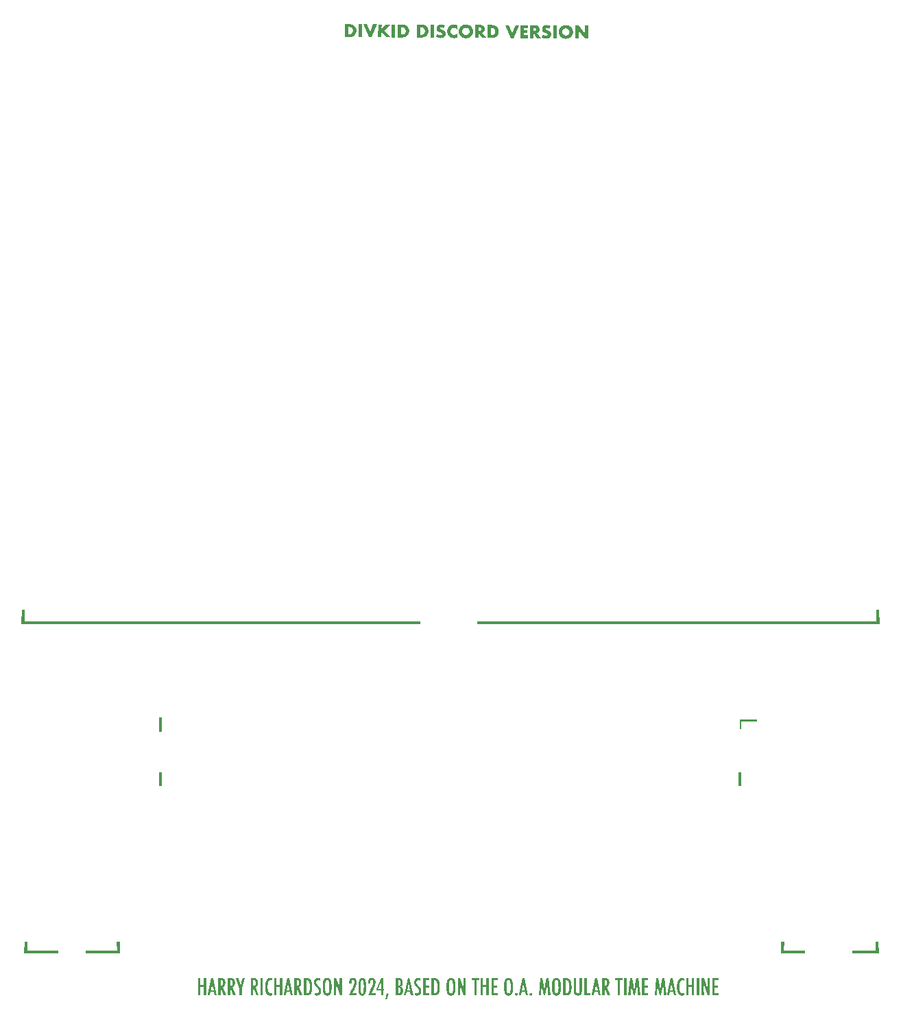
<source format=gbr>
%TF.GenerationSoftware,KiCad,Pcbnew,8.0.5*%
%TF.CreationDate,2025-05-26T22:52:13-07:00*%
%TF.ProjectId,TapOMatic_FrontPanel,5461704f-4d61-4746-9963-5f46726f6e74,rev?*%
%TF.SameCoordinates,Original*%
%TF.FileFunction,Soldermask,Top*%
%TF.FilePolarity,Negative*%
%FSLAX46Y46*%
G04 Gerber Fmt 4.6, Leading zero omitted, Abs format (unit mm)*
G04 Created by KiCad (PCBNEW 8.0.5) date 2025-05-26 22:52:13*
%MOMM*%
%LPD*%
G01*
G04 APERTURE LIST*
%ADD10C,0.000000*%
G04 APERTURE END LIST*
D10*
G36*
X73526970Y-146076073D02*
G01*
X73255329Y-146823959D01*
X73110691Y-146785156D01*
X73300954Y-146010001D01*
X73526970Y-146076073D01*
G37*
G36*
X92640465Y-145045952D02*
G01*
X92649418Y-145086955D01*
X92657832Y-145127917D01*
X92673542Y-145209552D01*
X92688588Y-145290527D01*
X92703964Y-145370514D01*
X92711591Y-145410686D01*
X92718681Y-145451767D01*
X92731745Y-145536324D01*
X92756882Y-145712708D01*
X92756937Y-145702234D01*
X92757068Y-145697205D01*
X92757322Y-145692425D01*
X92757742Y-145687975D01*
X92758027Y-145685899D01*
X92758369Y-145683937D01*
X92758772Y-145682099D01*
X92759243Y-145680395D01*
X92759786Y-145678835D01*
X92760406Y-145677429D01*
X92760717Y-145676767D01*
X92760987Y-145676106D01*
X92761221Y-145675446D01*
X92761418Y-145674787D01*
X92761583Y-145674132D01*
X92761715Y-145673480D01*
X92761894Y-145672188D01*
X92761968Y-145670918D01*
X92761955Y-145669673D01*
X92761870Y-145668459D01*
X92761728Y-145667282D01*
X92761545Y-145666146D01*
X92761336Y-145665057D01*
X92760902Y-145663040D01*
X92760551Y-145661270D01*
X92760445Y-145660491D01*
X92760406Y-145659790D01*
X92799210Y-145416374D01*
X92834496Y-145183540D01*
X92866241Y-145031853D01*
X93032043Y-144178123D01*
X93278992Y-144178123D01*
X93473022Y-146305374D01*
X93197853Y-146305374D01*
X93148460Y-145582184D01*
X93148405Y-145556386D01*
X93148020Y-145531912D01*
X93147600Y-145520171D01*
X93146973Y-145508762D01*
X93146099Y-145497684D01*
X93144936Y-145486938D01*
X93144355Y-145481729D01*
X93143924Y-145476679D01*
X93143627Y-145471784D01*
X93143449Y-145467039D01*
X93143387Y-145457978D01*
X93143614Y-145449454D01*
X93144440Y-145433853D01*
X93144791Y-145426694D01*
X93144936Y-145419907D01*
X93130829Y-145134155D01*
X93123772Y-144873108D01*
X93123772Y-144837830D01*
X93116714Y-144880157D01*
X93111423Y-144916484D01*
X93106133Y-144951154D01*
X93100842Y-144983840D01*
X93095551Y-145014214D01*
X93093063Y-145028437D01*
X93090865Y-145041998D01*
X93087173Y-145067135D01*
X93081444Y-145109459D01*
X93046158Y-145303482D01*
X93032051Y-145377563D01*
X92852135Y-146305374D01*
X92658112Y-146305374D01*
X92488777Y-145504570D01*
X92479833Y-145464877D01*
X92471468Y-145425142D01*
X92463599Y-145385323D01*
X92456143Y-145345380D01*
X92442142Y-145264955D01*
X92428802Y-145183540D01*
X92415628Y-145100803D01*
X92402785Y-145016412D01*
X92390605Y-144930036D01*
X92379417Y-144841347D01*
X92298279Y-146308907D01*
X92026642Y-146308907D01*
X92203026Y-144181656D01*
X92206551Y-144178123D01*
X92453499Y-144178123D01*
X92640465Y-145045952D01*
G37*
G36*
X70283124Y-144154279D02*
G01*
X70312064Y-144156878D01*
X70340011Y-144161202D01*
X70366965Y-144167247D01*
X70392928Y-144175008D01*
X70417898Y-144184479D01*
X70441876Y-144195656D01*
X70464861Y-144208533D01*
X70486855Y-144223105D01*
X70507856Y-144239367D01*
X70527865Y-144257314D01*
X70546882Y-144276940D01*
X70564907Y-144298241D01*
X70581940Y-144321211D01*
X70597981Y-144345846D01*
X70613029Y-144372139D01*
X70627787Y-144402858D01*
X70641630Y-144436816D01*
X70654553Y-144474031D01*
X70666551Y-144514516D01*
X70677619Y-144558288D01*
X70687752Y-144605362D01*
X70696945Y-144655754D01*
X70705192Y-144709478D01*
X70712488Y-144766552D01*
X70718829Y-144826989D01*
X70724208Y-144890807D01*
X70728620Y-144958019D01*
X70732061Y-145028642D01*
X70734526Y-145102692D01*
X70736008Y-145180183D01*
X70736504Y-145261131D01*
X70734737Y-145261140D01*
X70732971Y-145261154D01*
X70731311Y-145399067D01*
X70726301Y-145527058D01*
X70717902Y-145645127D01*
X70706072Y-145753275D01*
X70690769Y-145851501D01*
X70681802Y-145896894D01*
X70671952Y-145939807D01*
X70661213Y-145980239D01*
X70649580Y-146018191D01*
X70637048Y-146053663D01*
X70623611Y-146086655D01*
X70609142Y-146116169D01*
X70593515Y-146143855D01*
X70576730Y-146169701D01*
X70567903Y-146181931D01*
X70558788Y-146193698D01*
X70549383Y-146204999D01*
X70539688Y-146215834D01*
X70529704Y-146226202D01*
X70519431Y-146236101D01*
X70508868Y-146245529D01*
X70498016Y-146254486D01*
X70486875Y-146262970D01*
X70475444Y-146270980D01*
X70463724Y-146278514D01*
X70451714Y-146285572D01*
X70439415Y-146292152D01*
X70426827Y-146298253D01*
X70413949Y-146303873D01*
X70400782Y-146309011D01*
X70387325Y-146313666D01*
X70373579Y-146317836D01*
X70359544Y-146321521D01*
X70345219Y-146324719D01*
X70330605Y-146327428D01*
X70315701Y-146329647D01*
X70300508Y-146331376D01*
X70285026Y-146332612D01*
X70269254Y-146333355D01*
X70253193Y-146333603D01*
X70221321Y-146332651D01*
X70190540Y-146329792D01*
X70160864Y-146325021D01*
X70132310Y-146318333D01*
X70104893Y-146309722D01*
X70078629Y-146299184D01*
X70053532Y-146286713D01*
X70029619Y-146272305D01*
X70006904Y-146255953D01*
X69985404Y-146237653D01*
X69965134Y-146217400D01*
X69946109Y-146195188D01*
X69928346Y-146171013D01*
X69911858Y-146144869D01*
X69896663Y-146116751D01*
X69882774Y-146086655D01*
X69869337Y-146055441D01*
X69856805Y-146021340D01*
X69845171Y-145984355D01*
X69834432Y-145944492D01*
X69824582Y-145901756D01*
X69815615Y-145856152D01*
X69807527Y-145807686D01*
X69800313Y-145756362D01*
X69793966Y-145702185D01*
X69788483Y-145645161D01*
X69783857Y-145585295D01*
X69780084Y-145522591D01*
X69777158Y-145457056D01*
X69775075Y-145388693D01*
X69773495Y-145250557D01*
X70052120Y-145250557D01*
X70052781Y-145364844D01*
X70054765Y-145469665D01*
X70058072Y-145565143D01*
X70062702Y-145651402D01*
X70068654Y-145728565D01*
X70075930Y-145796758D01*
X70084529Y-145856102D01*
X70094452Y-145906723D01*
X70099992Y-145928549D01*
X70106034Y-145949042D01*
X70112582Y-145968191D01*
X70119642Y-145985986D01*
X70127218Y-146002417D01*
X70135317Y-146017474D01*
X70143942Y-146031145D01*
X70153100Y-146043422D01*
X70162795Y-146054293D01*
X70173033Y-146063748D01*
X70178357Y-146067941D01*
X70183819Y-146071776D01*
X70189418Y-146075252D01*
X70195157Y-146078368D01*
X70201035Y-146081122D01*
X70207054Y-146083513D01*
X70213213Y-146085540D01*
X70219513Y-146087201D01*
X70225956Y-146088496D01*
X70232542Y-146089422D01*
X70239270Y-146089978D01*
X70246143Y-146090164D01*
X70253006Y-146089988D01*
X70259705Y-146089461D01*
X70266242Y-146088583D01*
X70272621Y-146087353D01*
X70278841Y-146085771D01*
X70284906Y-146083838D01*
X70290817Y-146081554D01*
X70296577Y-146078918D01*
X70302186Y-146075931D01*
X70307648Y-146072592D01*
X70312964Y-146068902D01*
X70318136Y-146064860D01*
X70323165Y-146060467D01*
X70328055Y-146055723D01*
X70332806Y-146050627D01*
X70337421Y-146045180D01*
X70341902Y-146039382D01*
X70346250Y-146033232D01*
X70350468Y-146026731D01*
X70354557Y-146019878D01*
X70358519Y-146012674D01*
X70362357Y-146005119D01*
X70366073Y-145997212D01*
X70369667Y-145988954D01*
X70376501Y-145971383D01*
X70382876Y-145952408D01*
X70388805Y-145932027D01*
X70394306Y-145910240D01*
X70399433Y-145887295D01*
X70404229Y-145862108D01*
X70408694Y-145834666D01*
X70412828Y-145804962D01*
X70420104Y-145738720D01*
X70426056Y-145663300D01*
X70430686Y-145578618D01*
X70433993Y-145484593D01*
X70435977Y-145381141D01*
X70436638Y-145268181D01*
X70440166Y-145261154D01*
X70439505Y-145145398D01*
X70437521Y-145038903D01*
X70434214Y-144941668D01*
X70429584Y-144853693D01*
X70423631Y-144774979D01*
X70416355Y-144705525D01*
X70407756Y-144645332D01*
X70397835Y-144594398D01*
X70392294Y-144571990D01*
X70386251Y-144551066D01*
X70379703Y-144531619D01*
X70372643Y-144513645D01*
X70365066Y-144497139D01*
X70356967Y-144482095D01*
X70348342Y-144468509D01*
X70339184Y-144456375D01*
X70329489Y-144445688D01*
X70319251Y-144436443D01*
X70313927Y-144432359D01*
X70308466Y-144428634D01*
X70302866Y-144425267D01*
X70297127Y-144422256D01*
X70291249Y-144419603D01*
X70285231Y-144417305D01*
X70279072Y-144415363D01*
X70272772Y-144413775D01*
X70266330Y-144412541D01*
X70259744Y-144411661D01*
X70246143Y-144410957D01*
X70239270Y-144411133D01*
X70232542Y-144411661D01*
X70225956Y-144412542D01*
X70219513Y-144413776D01*
X70213213Y-144415363D01*
X70207053Y-144417306D01*
X70201035Y-144419604D01*
X70195157Y-144422258D01*
X70189418Y-144425268D01*
X70183818Y-144428635D01*
X70178356Y-144432361D01*
X70173032Y-144436445D01*
X70167845Y-144440888D01*
X70162794Y-144445690D01*
X70157879Y-144450854D01*
X70153099Y-144456378D01*
X70148453Y-144462264D01*
X70143941Y-144468512D01*
X70139562Y-144475124D01*
X70135315Y-144482099D01*
X70131200Y-144489438D01*
X70127217Y-144497142D01*
X70123363Y-144505212D01*
X70119640Y-144513648D01*
X70116046Y-144522451D01*
X70112581Y-144531622D01*
X70106033Y-144551068D01*
X70099992Y-144571992D01*
X70094452Y-144594398D01*
X70089325Y-144618045D01*
X70084529Y-144644007D01*
X70075930Y-144702876D01*
X70068654Y-144771005D01*
X70062702Y-144848394D01*
X70058072Y-144935044D01*
X70054765Y-145030955D01*
X70052781Y-145136126D01*
X70052120Y-145250557D01*
X69773495Y-145250557D01*
X69773415Y-145243507D01*
X69775075Y-145098469D01*
X69780085Y-144964923D01*
X69788485Y-144842788D01*
X69800315Y-144731980D01*
X69815619Y-144632417D01*
X69824585Y-144586825D01*
X69834435Y-144544014D01*
X69845174Y-144503972D01*
X69856807Y-144466690D01*
X69869339Y-144432156D01*
X69882774Y-144400360D01*
X69897245Y-144370263D01*
X69912872Y-144342146D01*
X69921120Y-144328827D01*
X69929657Y-144316002D01*
X69938484Y-144303669D01*
X69947600Y-144291827D01*
X69957005Y-144280476D01*
X69966699Y-144269615D01*
X69976683Y-144259244D01*
X69986957Y-144249362D01*
X69997519Y-144239968D01*
X70008371Y-144231062D01*
X70019513Y-144222643D01*
X70030943Y-144214710D01*
X70042664Y-144207263D01*
X70054673Y-144200301D01*
X70066972Y-144193824D01*
X70079560Y-144187831D01*
X70092438Y-144182320D01*
X70105605Y-144177292D01*
X70119061Y-144172746D01*
X70132807Y-144168682D01*
X70146842Y-144165098D01*
X70161167Y-144161993D01*
X70175781Y-144159369D01*
X70190685Y-144157222D01*
X70205878Y-144155554D01*
X70221360Y-144154364D01*
X70253193Y-144153412D01*
X70283124Y-144154279D01*
G37*
G36*
X95419978Y-26527023D02*
G01*
X95443967Y-26527879D01*
X95467646Y-26529293D01*
X95491026Y-26531255D01*
X95514116Y-26533755D01*
X95536928Y-26536781D01*
X95559470Y-26540325D01*
X95581755Y-26544374D01*
X95603791Y-26548920D01*
X95625590Y-26553952D01*
X95647161Y-26559459D01*
X95668515Y-26565431D01*
X95710614Y-26578729D01*
X95751968Y-26593763D01*
X95772268Y-26601908D01*
X95792159Y-26610465D01*
X95811647Y-26619436D01*
X95830737Y-26628821D01*
X95849435Y-26638619D01*
X95867745Y-26648830D01*
X95885673Y-26659455D01*
X95903223Y-26670493D01*
X95920401Y-26681944D01*
X95937213Y-26693809D01*
X95953662Y-26706088D01*
X95969755Y-26718779D01*
X95985496Y-26731884D01*
X96000891Y-26745403D01*
X96015945Y-26759335D01*
X96030663Y-26773680D01*
X96045008Y-26788357D01*
X96058941Y-26803287D01*
X96072459Y-26818476D01*
X96085564Y-26833928D01*
X96098256Y-26849649D01*
X96110534Y-26865643D01*
X96122399Y-26881917D01*
X96133850Y-26898475D01*
X96144888Y-26915323D01*
X96155512Y-26932465D01*
X96165723Y-26949906D01*
X96175521Y-26967653D01*
X96184906Y-26985709D01*
X96193877Y-27004081D01*
X96202434Y-27022774D01*
X96210579Y-27041791D01*
X96218267Y-27061057D01*
X96225460Y-27080494D01*
X96232157Y-27100106D01*
X96238358Y-27119899D01*
X96244063Y-27139878D01*
X96249272Y-27160048D01*
X96253985Y-27180414D01*
X96258202Y-27200983D01*
X96261923Y-27221757D01*
X96265147Y-27242744D01*
X96267876Y-27263948D01*
X96270109Y-27285374D01*
X96271846Y-27307027D01*
X96273086Y-27328913D01*
X96273830Y-27351036D01*
X96274078Y-27373403D01*
X96273791Y-27395769D01*
X96272934Y-27417893D01*
X96271520Y-27439778D01*
X96269557Y-27461432D01*
X96267057Y-27482858D01*
X96264030Y-27504061D01*
X96260486Y-27525048D01*
X96256435Y-27545823D01*
X96251889Y-27566391D01*
X96246857Y-27586757D01*
X96241350Y-27606927D01*
X96235377Y-27626906D01*
X96228951Y-27646699D01*
X96222080Y-27666311D01*
X96207047Y-27705014D01*
X96198281Y-27724032D01*
X96189180Y-27742724D01*
X96179738Y-27761096D01*
X96169950Y-27779152D01*
X96159810Y-27796899D01*
X96149313Y-27814341D01*
X96138455Y-27831483D01*
X96127230Y-27848330D01*
X96115632Y-27864888D01*
X96103658Y-27881162D01*
X96091301Y-27897157D01*
X96078556Y-27912877D01*
X96065418Y-27928330D01*
X96051883Y-27943518D01*
X96037944Y-27958448D01*
X96023598Y-27973125D01*
X96008841Y-27986849D01*
X95993675Y-28000238D01*
X95978106Y-28013285D01*
X95962140Y-28025986D01*
X95945780Y-28038336D01*
X95929033Y-28050329D01*
X95911903Y-28061961D01*
X95894396Y-28073226D01*
X95876517Y-28084118D01*
X95858271Y-28094633D01*
X95839663Y-28104766D01*
X95820698Y-28114512D01*
X95801382Y-28123864D01*
X95781721Y-28132819D01*
X95761718Y-28141371D01*
X95741379Y-28149514D01*
X95720751Y-28157204D01*
X95699880Y-28164397D01*
X95678771Y-28171094D01*
X95657430Y-28177296D01*
X95635861Y-28183001D01*
X95614070Y-28188210D01*
X95592062Y-28192923D01*
X95569842Y-28197140D01*
X95547416Y-28200860D01*
X95524787Y-28204085D01*
X95501962Y-28206813D01*
X95478946Y-28209046D01*
X95455744Y-28210782D01*
X95432360Y-28212022D01*
X95408801Y-28212767D01*
X95385071Y-28213015D01*
X95361342Y-28212727D01*
X95337784Y-28211871D01*
X95314401Y-28210457D01*
X95291200Y-28208495D01*
X95268184Y-28205995D01*
X95245360Y-28202969D01*
X95222732Y-28199425D01*
X95200306Y-28195376D01*
X95178086Y-28190830D01*
X95156079Y-28185798D01*
X95134288Y-28180291D01*
X95112719Y-28174319D01*
X95070269Y-28161021D01*
X95028770Y-28145987D01*
X95009052Y-28137842D01*
X94989592Y-28129285D01*
X94970401Y-28120314D01*
X94951489Y-28110929D01*
X94932866Y-28101131D01*
X94914543Y-28090920D01*
X94896530Y-28080295D01*
X94878838Y-28069257D01*
X94861476Y-28057805D01*
X94844455Y-28045940D01*
X94827786Y-28033662D01*
X94811479Y-28020970D01*
X94795544Y-28007865D01*
X94779992Y-27994347D01*
X94764833Y-27980415D01*
X94750076Y-27966069D01*
X94735732Y-27951392D01*
X94721800Y-27936462D01*
X94708282Y-27921274D01*
X94695178Y-27905822D01*
X94682486Y-27890101D01*
X94670208Y-27874106D01*
X94658343Y-27857832D01*
X94646892Y-27841274D01*
X94635853Y-27824427D01*
X94625228Y-27807285D01*
X94615017Y-27789843D01*
X94605219Y-27772097D01*
X94595834Y-27754040D01*
X94586863Y-27735668D01*
X94578305Y-27716976D01*
X94570160Y-27697958D01*
X94562471Y-27678693D01*
X94555279Y-27659256D01*
X94548583Y-27639644D01*
X94542382Y-27619851D01*
X94536678Y-27599872D01*
X94531470Y-27579702D01*
X94526757Y-27559335D01*
X94522541Y-27538767D01*
X94518821Y-27517992D01*
X94515597Y-27497006D01*
X94512868Y-27475802D01*
X94510636Y-27454376D01*
X94508900Y-27432723D01*
X94507660Y-27410837D01*
X94506916Y-27388713D01*
X94506668Y-27366347D01*
X94510201Y-27366347D01*
X94937057Y-27366347D01*
X94944115Y-27366347D01*
X94944240Y-27378211D01*
X94944618Y-27389987D01*
X94945254Y-27401670D01*
X94946154Y-27413255D01*
X94947323Y-27424737D01*
X94948765Y-27436110D01*
X94950487Y-27447370D01*
X94952493Y-27458510D01*
X94954788Y-27469527D01*
X94957378Y-27480414D01*
X94960267Y-27491167D01*
X94963462Y-27501781D01*
X94966967Y-27512250D01*
X94970787Y-27522569D01*
X94974927Y-27532732D01*
X94979393Y-27542736D01*
X94988985Y-27562401D01*
X94999237Y-27581652D01*
X95004612Y-27591096D01*
X95010151Y-27600407D01*
X95015856Y-27609573D01*
X95021727Y-27618583D01*
X95027762Y-27627428D01*
X95033964Y-27636098D01*
X95040330Y-27644582D01*
X95046862Y-27652869D01*
X95053560Y-27660949D01*
X95060423Y-27668813D01*
X95067452Y-27676449D01*
X95074646Y-27683847D01*
X95082625Y-27691039D01*
X95090692Y-27698061D01*
X95098852Y-27704908D01*
X95107110Y-27711573D01*
X95115472Y-27718052D01*
X95123943Y-27724341D01*
X95132527Y-27730432D01*
X95141231Y-27736323D01*
X95150058Y-27742006D01*
X95159014Y-27747478D01*
X95168105Y-27752732D01*
X95177335Y-27757765D01*
X95186709Y-27762570D01*
X95196234Y-27767142D01*
X95205913Y-27771477D01*
X95215752Y-27775569D01*
X95225755Y-27779415D01*
X95235913Y-27783017D01*
X95246216Y-27786382D01*
X95256653Y-27789515D01*
X95267214Y-27792420D01*
X95277889Y-27795103D01*
X95288667Y-27797569D01*
X95299539Y-27799823D01*
X95321519Y-27803716D01*
X95343748Y-27806823D01*
X95366142Y-27809186D01*
X95388618Y-27810847D01*
X95399861Y-27811304D01*
X95411093Y-27811364D01*
X95422304Y-27811041D01*
X95433485Y-27810351D01*
X95444624Y-27809310D01*
X95455712Y-27807932D01*
X95466738Y-27806235D01*
X95477692Y-27804232D01*
X95488563Y-27801941D01*
X95499341Y-27799375D01*
X95510016Y-27796551D01*
X95520577Y-27793484D01*
X95531014Y-27790189D01*
X95541317Y-27786683D01*
X95561478Y-27779097D01*
X95571357Y-27775005D01*
X95581149Y-27770670D01*
X95590848Y-27766098D01*
X95600448Y-27761293D01*
X95609946Y-27756260D01*
X95619334Y-27751006D01*
X95628609Y-27745534D01*
X95637765Y-27739851D01*
X95646797Y-27733960D01*
X95655700Y-27727868D01*
X95664468Y-27721580D01*
X95673097Y-27715101D01*
X95681582Y-27708435D01*
X95689916Y-27701589D01*
X95698096Y-27694567D01*
X95706116Y-27687375D01*
X95713930Y-27680016D01*
X95721502Y-27672492D01*
X95728837Y-27664802D01*
X95735938Y-27656948D01*
X95742812Y-27648927D01*
X95749464Y-27640742D01*
X95755899Y-27632391D01*
X95762122Y-27623875D01*
X95768138Y-27615193D01*
X95773953Y-27606346D01*
X95779571Y-27597334D01*
X95784997Y-27588156D01*
X95790238Y-27578813D01*
X95795297Y-27569304D01*
X95800181Y-27559631D01*
X95804893Y-27549791D01*
X95809360Y-27539788D01*
X95813500Y-27529624D01*
X95817321Y-27519305D01*
X95820826Y-27508836D01*
X95824021Y-27498223D01*
X95826911Y-27487470D01*
X95829502Y-27476582D01*
X95831798Y-27465566D01*
X95833804Y-27454425D01*
X95835526Y-27443166D01*
X95836970Y-27431793D01*
X95838139Y-27420311D01*
X95839039Y-27408726D01*
X95839676Y-27397043D01*
X95840054Y-27385267D01*
X95840179Y-27373403D01*
X95840054Y-27361539D01*
X95839676Y-27349762D01*
X95839039Y-27338079D01*
X95838139Y-27326494D01*
X95836970Y-27315013D01*
X95835526Y-27303639D01*
X95833804Y-27292380D01*
X95831798Y-27281239D01*
X95829502Y-27270223D01*
X95826911Y-27259336D01*
X95824021Y-27248583D01*
X95820826Y-27237969D01*
X95817321Y-27227500D01*
X95813500Y-27217181D01*
X95809360Y-27207018D01*
X95804893Y-27197014D01*
X95795295Y-27177349D01*
X95790235Y-27167667D01*
X95784994Y-27158098D01*
X95779567Y-27148653D01*
X95773949Y-27139343D01*
X95768135Y-27130177D01*
X95762119Y-27121167D01*
X95755897Y-27112321D01*
X95749462Y-27103652D01*
X95742811Y-27095168D01*
X95735937Y-27086881D01*
X95728836Y-27078801D01*
X95721502Y-27070937D01*
X95713930Y-27063301D01*
X95706116Y-27055903D01*
X95698136Y-27048710D01*
X95690063Y-27041688D01*
X95681887Y-27034842D01*
X95673597Y-27028177D01*
X95665183Y-27021697D01*
X95656634Y-27015409D01*
X95647941Y-27009317D01*
X95639092Y-27003427D01*
X95630078Y-26997743D01*
X95620888Y-26992272D01*
X95611512Y-26987017D01*
X95601940Y-26981985D01*
X95592160Y-26977180D01*
X95582164Y-26972607D01*
X95571940Y-26968272D01*
X95561478Y-26964180D01*
X95551476Y-26960335D01*
X95541319Y-26956732D01*
X95531017Y-26953367D01*
X95520580Y-26950235D01*
X95510019Y-26947330D01*
X95499344Y-26944647D01*
X95488566Y-26942181D01*
X95477695Y-26939927D01*
X95455714Y-26936034D01*
X95433486Y-26932926D01*
X95411093Y-26930563D01*
X95388618Y-26928903D01*
X95377375Y-26928445D01*
X95366142Y-26928386D01*
X95354929Y-26928709D01*
X95343748Y-26929399D01*
X95332608Y-26930440D01*
X95321519Y-26931817D01*
X95310493Y-26933515D01*
X95299539Y-26935517D01*
X95288667Y-26937809D01*
X95277889Y-26940375D01*
X95267214Y-26943199D01*
X95256653Y-26946266D01*
X95246216Y-26949560D01*
X95235913Y-26953067D01*
X95215752Y-26960653D01*
X95205873Y-26964745D01*
X95196082Y-26969079D01*
X95186384Y-26973652D01*
X95176784Y-26978457D01*
X95167287Y-26983489D01*
X95157899Y-26988744D01*
X95148624Y-26994216D01*
X95139467Y-26999899D01*
X95130435Y-27005789D01*
X95121532Y-27011881D01*
X95112763Y-27018169D01*
X95104133Y-27024649D01*
X95095648Y-27031314D01*
X95087313Y-27038160D01*
X95079133Y-27045182D01*
X95071114Y-27052375D01*
X95063299Y-27059734D01*
X95055727Y-27067258D01*
X95048393Y-27074947D01*
X95041291Y-27082802D01*
X95034417Y-27090822D01*
X95027765Y-27099008D01*
X95021330Y-27107359D01*
X95015107Y-27115875D01*
X95009091Y-27124557D01*
X95003277Y-27133404D01*
X94997659Y-27142416D01*
X94992232Y-27151594D01*
X94986992Y-27160937D01*
X94981932Y-27170445D01*
X94977049Y-27180119D01*
X94972336Y-27189958D01*
X94967870Y-27199962D01*
X94963729Y-27210126D01*
X94959909Y-27220445D01*
X94956405Y-27230913D01*
X94953210Y-27241527D01*
X94950321Y-27252280D01*
X94947731Y-27263167D01*
X94945436Y-27274184D01*
X94943430Y-27285324D01*
X94941708Y-27296584D01*
X94940265Y-27307957D01*
X94939097Y-27319438D01*
X94938197Y-27331023D01*
X94937560Y-27342707D01*
X94937182Y-27354483D01*
X94937057Y-27366347D01*
X94510201Y-27366347D01*
X94510488Y-27343980D01*
X94511344Y-27321857D01*
X94512759Y-27299971D01*
X94514721Y-27278318D01*
X94517220Y-27256892D01*
X94520247Y-27235688D01*
X94523790Y-27214702D01*
X94527840Y-27193927D01*
X94532385Y-27173359D01*
X94537417Y-27152992D01*
X94542923Y-27132822D01*
X94548895Y-27112843D01*
X94555321Y-27093050D01*
X94562192Y-27073438D01*
X94577225Y-27034736D01*
X94585409Y-27015718D01*
X94594079Y-26997026D01*
X94603224Y-26978654D01*
X94612834Y-26960597D01*
X94622900Y-26942850D01*
X94633409Y-26925409D01*
X94644352Y-26908267D01*
X94655720Y-26891419D01*
X94667500Y-26874861D01*
X94679684Y-26858588D01*
X94692261Y-26842593D01*
X94705220Y-26826872D01*
X94718551Y-26811420D01*
X94732244Y-26796232D01*
X94746288Y-26781301D01*
X94760674Y-26766624D01*
X94775430Y-26752900D01*
X94790589Y-26739512D01*
X94806142Y-26726464D01*
X94822076Y-26713763D01*
X94838383Y-26701413D01*
X94855052Y-26689420D01*
X94872073Y-26677789D01*
X94889434Y-26666524D01*
X94907126Y-26655632D01*
X94925138Y-26645116D01*
X94943461Y-26634983D01*
X94962083Y-26625238D01*
X94980994Y-26615885D01*
X95000184Y-26606931D01*
X95019643Y-26598379D01*
X95039360Y-26590236D01*
X95059951Y-26582546D01*
X95080717Y-26575353D01*
X95101669Y-26568655D01*
X95122818Y-26562454D01*
X95144173Y-26556749D01*
X95165745Y-26551540D01*
X95187544Y-26546827D01*
X95209580Y-26542610D01*
X95231865Y-26538890D01*
X95254408Y-26535665D01*
X95277220Y-26532937D01*
X95300310Y-26530704D01*
X95323690Y-26528968D01*
X95347369Y-26527727D01*
X95371358Y-26526983D01*
X95395668Y-26526735D01*
X95419978Y-26527023D01*
G37*
G36*
X92287697Y-28156569D02*
G01*
X92282348Y-28149514D01*
X92287697Y-28149514D01*
X92287697Y-28156569D01*
G37*
G36*
X68770785Y-26411228D02*
G01*
X68791042Y-26412628D01*
X68811134Y-26414513D01*
X68831060Y-26416879D01*
X68850821Y-26419720D01*
X68870417Y-26423032D01*
X68889848Y-26426809D01*
X68909113Y-26431045D01*
X68928213Y-26435737D01*
X68947147Y-26440878D01*
X68965916Y-26446463D01*
X68984519Y-26452488D01*
X69002957Y-26458946D01*
X69021230Y-26465834D01*
X69039336Y-26473146D01*
X69057278Y-26480875D01*
X69074973Y-26489019D01*
X69092347Y-26497571D01*
X69109412Y-26506525D01*
X69126177Y-26515878D01*
X69142654Y-26525623D01*
X69158851Y-26535756D01*
X69174779Y-26546271D01*
X69190449Y-26557164D01*
X69205871Y-26568428D01*
X69221056Y-26580060D01*
X69236013Y-26592053D01*
X69250753Y-26604403D01*
X69265287Y-26617104D01*
X69279624Y-26630151D01*
X69293775Y-26643540D01*
X69307751Y-26657264D01*
X69320814Y-26671279D01*
X69333541Y-26685541D01*
X69345927Y-26700052D01*
X69357967Y-26714811D01*
X69369656Y-26729818D01*
X69380988Y-26745073D01*
X69391958Y-26760576D01*
X69402561Y-26776327D01*
X69412792Y-26792326D01*
X69422646Y-26808573D01*
X69432118Y-26825068D01*
X69441201Y-26841811D01*
X69449892Y-26858802D01*
X69458185Y-26876041D01*
X69466075Y-26893529D01*
X69473557Y-26911264D01*
X69480625Y-26929205D01*
X69487275Y-26947307D01*
X69493501Y-26965563D01*
X69499299Y-26983969D01*
X69504662Y-27002520D01*
X69509585Y-27021211D01*
X69514065Y-27040036D01*
X69518095Y-27058990D01*
X69521669Y-27078068D01*
X69524785Y-27097265D01*
X69527434Y-27116575D01*
X69529614Y-27135995D01*
X69531318Y-27155517D01*
X69532542Y-27175138D01*
X69533280Y-27194851D01*
X69533527Y-27214653D01*
X69533279Y-27234415D01*
X69532535Y-27254017D01*
X69531295Y-27273464D01*
X69529559Y-27292761D01*
X69527327Y-27311913D01*
X69524599Y-27330925D01*
X69521374Y-27349804D01*
X69517654Y-27368553D01*
X69513437Y-27387178D01*
X69508725Y-27405684D01*
X69503516Y-27424076D01*
X69497812Y-27442360D01*
X69491611Y-27460541D01*
X69484914Y-27478623D01*
X69477721Y-27496613D01*
X69470032Y-27514514D01*
X69453640Y-27549737D01*
X69445034Y-27566976D01*
X69436132Y-27583968D01*
X69426921Y-27600711D01*
X69417384Y-27617206D01*
X69407506Y-27633453D01*
X69397271Y-27649452D01*
X69386665Y-27665203D01*
X69375670Y-27680706D01*
X69364273Y-27695961D01*
X69352458Y-27710967D01*
X69340208Y-27725726D01*
X69327509Y-27740237D01*
X69314345Y-27754500D01*
X69300701Y-27768514D01*
X69286726Y-27782199D01*
X69272576Y-27795475D01*
X69258239Y-27808349D01*
X69243706Y-27820824D01*
X69228966Y-27832907D01*
X69214009Y-27844602D01*
X69198824Y-27855915D01*
X69183402Y-27866851D01*
X69167732Y-27877414D01*
X69151803Y-27887611D01*
X69135605Y-27897446D01*
X69119128Y-27906924D01*
X69102362Y-27916051D01*
X69085297Y-27924832D01*
X69067921Y-27933272D01*
X69050224Y-27941375D01*
X69032282Y-27949065D01*
X69014175Y-27956258D01*
X68995903Y-27962955D01*
X68977465Y-27969156D01*
X68958862Y-27974861D01*
X68940093Y-27980070D01*
X68921159Y-27984783D01*
X68902060Y-27989000D01*
X68882795Y-27992721D01*
X68863365Y-27995945D01*
X68843769Y-27998674D01*
X68824008Y-28000906D01*
X68804081Y-28002643D01*
X68783989Y-28003883D01*
X68763732Y-28004627D01*
X68743309Y-28004875D01*
X68129475Y-28004875D01*
X68131764Y-27659153D01*
X68549286Y-27659153D01*
X68641003Y-27659153D01*
X68667281Y-27658656D01*
X68693146Y-27657168D01*
X68718515Y-27654688D01*
X68743306Y-27651215D01*
X68755459Y-27649107D01*
X68767436Y-27646750D01*
X68779227Y-27644146D01*
X68790821Y-27641293D01*
X68802209Y-27638192D01*
X68813380Y-27634844D01*
X68824324Y-27631247D01*
X68835030Y-27627402D01*
X68845530Y-27623310D01*
X68855859Y-27618976D01*
X68866013Y-27614403D01*
X68875986Y-27609598D01*
X68885773Y-27604566D01*
X68895368Y-27599311D01*
X68904768Y-27593840D01*
X68913965Y-27588156D01*
X68922956Y-27582266D01*
X68931735Y-27576174D01*
X68940297Y-27569886D01*
X68948637Y-27563406D01*
X68956750Y-27556741D01*
X68964630Y-27549895D01*
X68972272Y-27542873D01*
X68979671Y-27535680D01*
X68986863Y-27528321D01*
X68993879Y-27520790D01*
X69000709Y-27513085D01*
X69007343Y-27505198D01*
X69013769Y-27497125D01*
X69019979Y-27488861D01*
X69025961Y-27480401D01*
X69031706Y-27471739D01*
X69037202Y-27462871D01*
X69042441Y-27453790D01*
X69047410Y-27444493D01*
X69052101Y-27434973D01*
X69056502Y-27425226D01*
X69060604Y-27415246D01*
X69064396Y-27405029D01*
X69067867Y-27394569D01*
X69071712Y-27384564D01*
X69075308Y-27374395D01*
X69078656Y-27364059D01*
X69081756Y-27353559D01*
X69084608Y-27342893D01*
X69087212Y-27332061D01*
X69089569Y-27321065D01*
X69091677Y-27309903D01*
X69093537Y-27298575D01*
X69095149Y-27287082D01*
X69096513Y-27275424D01*
X69097629Y-27263601D01*
X69098497Y-27251612D01*
X69099117Y-27239457D01*
X69099489Y-27227138D01*
X69099613Y-27214653D01*
X69099489Y-27202207D01*
X69099117Y-27189999D01*
X69098497Y-27178019D01*
X69097629Y-27166256D01*
X69096513Y-27154699D01*
X69095149Y-27143339D01*
X69093537Y-27132165D01*
X69091677Y-27121166D01*
X69089569Y-27110333D01*
X69087212Y-27099655D01*
X69084608Y-27089122D01*
X69081756Y-27078722D01*
X69078656Y-27068447D01*
X69075308Y-27058286D01*
X69071712Y-27048228D01*
X69067867Y-27038263D01*
X69063815Y-27027803D01*
X69059592Y-27017586D01*
X69055193Y-27007606D01*
X69050614Y-26997859D01*
X69045848Y-26988340D01*
X69040892Y-26979042D01*
X69035739Y-26969962D01*
X69030384Y-26961093D01*
X69024823Y-26952431D01*
X69019050Y-26943971D01*
X69013059Y-26935707D01*
X69006847Y-26927634D01*
X69000407Y-26919748D01*
X68993735Y-26912042D01*
X68986825Y-26904512D01*
X68979671Y-26897152D01*
X68972312Y-26889959D01*
X68964781Y-26882931D01*
X68957075Y-26876068D01*
X68949188Y-26869371D01*
X68941115Y-26862839D01*
X68932851Y-26856473D01*
X68924391Y-26850272D01*
X68915729Y-26844236D01*
X68906860Y-26838365D01*
X68897780Y-26832660D01*
X68888482Y-26827120D01*
X68878963Y-26821746D01*
X68869217Y-26816537D01*
X68859238Y-26811493D01*
X68849021Y-26806615D01*
X68838562Y-26801902D01*
X68827896Y-26797437D01*
X68817065Y-26793296D01*
X68806069Y-26789477D01*
X68794907Y-26785972D01*
X68783580Y-26782778D01*
X68772087Y-26779888D01*
X68760429Y-26777298D01*
X68748606Y-26775003D01*
X68736617Y-26772997D01*
X68724463Y-26771275D01*
X68712143Y-26769833D01*
X68699658Y-26768664D01*
X68687007Y-26767764D01*
X68674192Y-26767127D01*
X68661210Y-26766749D01*
X68648064Y-26766624D01*
X68552814Y-26766624D01*
X68549286Y-27659153D01*
X68131764Y-27659153D01*
X68140033Y-26410319D01*
X68750362Y-26410319D01*
X68770785Y-26411228D01*
G37*
G36*
X84887245Y-26510923D02*
G01*
X84918829Y-26513782D01*
X84949421Y-26517716D01*
X84979021Y-26522767D01*
X84993449Y-26525724D01*
X85007629Y-26528975D01*
X85021561Y-26532526D01*
X85035245Y-26536382D01*
X85048681Y-26540548D01*
X85061869Y-26545029D01*
X85074809Y-26549831D01*
X85087502Y-26554958D01*
X85099904Y-26560333D01*
X85111981Y-26565879D01*
X85123738Y-26571600D01*
X85135180Y-26577502D01*
X85146311Y-26583591D01*
X85157138Y-26589870D01*
X85167666Y-26596346D01*
X85177898Y-26603024D01*
X85187842Y-26609908D01*
X85197501Y-26617004D01*
X85206881Y-26624317D01*
X85215988Y-26631852D01*
X85224826Y-26639615D01*
X85233400Y-26647610D01*
X85241716Y-26655843D01*
X85249779Y-26664319D01*
X85257593Y-26673000D01*
X85265159Y-26681847D01*
X85272476Y-26690859D01*
X85279546Y-26700037D01*
X85286368Y-26709380D01*
X85292942Y-26718889D01*
X85299267Y-26728563D01*
X85305345Y-26738402D01*
X85311174Y-26748407D01*
X85316755Y-26758577D01*
X85322088Y-26768912D01*
X85327173Y-26779412D01*
X85332010Y-26790079D01*
X85336599Y-26800910D01*
X85340939Y-26811907D01*
X85345032Y-26823069D01*
X85348876Y-26834355D01*
X85352472Y-26845724D01*
X85355820Y-26857175D01*
X85358921Y-26868709D01*
X85361773Y-26880326D01*
X85364377Y-26892026D01*
X85366733Y-26903808D01*
X85368841Y-26915673D01*
X85370701Y-26927621D01*
X85372313Y-26939651D01*
X85373677Y-26951764D01*
X85374794Y-26963960D01*
X85375662Y-26976238D01*
X85376282Y-26988599D01*
X85376654Y-27001043D01*
X85376778Y-27013569D01*
X85376407Y-27035811D01*
X85375303Y-27057556D01*
X85373476Y-27078806D01*
X85370935Y-27099559D01*
X85367692Y-27119816D01*
X85363757Y-27139577D01*
X85359139Y-27158842D01*
X85353849Y-27177611D01*
X85347899Y-27195884D01*
X85341296Y-27213660D01*
X85334054Y-27230941D01*
X85326180Y-27247726D01*
X85317687Y-27264014D01*
X85308584Y-27279806D01*
X85298881Y-27295103D01*
X85288589Y-27309903D01*
X85277634Y-27324125D01*
X85265940Y-27337691D01*
X85253511Y-27350606D01*
X85240355Y-27362874D01*
X85226475Y-27374502D01*
X85211876Y-27385495D01*
X85196565Y-27395857D01*
X85180546Y-27405594D01*
X85163824Y-27414710D01*
X85146404Y-27423212D01*
X85128292Y-27431104D01*
X85109493Y-27438391D01*
X85090012Y-27445079D01*
X85069853Y-27451172D01*
X85049023Y-27456677D01*
X85027527Y-27461597D01*
X85519600Y-28110708D01*
X85009888Y-28110708D01*
X84618301Y-27489820D01*
X84618301Y-28103653D01*
X84198502Y-28103653D01*
X84204354Y-27221708D01*
X84618301Y-27221708D01*
X84695915Y-27221708D01*
X84710922Y-27221541D01*
X84725515Y-27221033D01*
X84739695Y-27220173D01*
X84753462Y-27218952D01*
X84766815Y-27217359D01*
X84779755Y-27215383D01*
X84792281Y-27213014D01*
X84804394Y-27210243D01*
X84816093Y-27207058D01*
X84827379Y-27203449D01*
X84838252Y-27199406D01*
X84848711Y-27194919D01*
X84858757Y-27189977D01*
X84868389Y-27184570D01*
X84877608Y-27178688D01*
X84886414Y-27172319D01*
X84894724Y-27165579D01*
X84902461Y-27158580D01*
X84909629Y-27151313D01*
X84916235Y-27143767D01*
X84922282Y-27135931D01*
X84927776Y-27127795D01*
X84932723Y-27119350D01*
X84937127Y-27110584D01*
X84940994Y-27101487D01*
X84944328Y-27092049D01*
X84947135Y-27082260D01*
X84949421Y-27072109D01*
X84951189Y-27061586D01*
X84952446Y-27050680D01*
X84953196Y-27039382D01*
X84953445Y-27027680D01*
X84953197Y-27015940D01*
X84952453Y-27004529D01*
X84951213Y-26993450D01*
X84949476Y-26982701D01*
X84947243Y-26972283D01*
X84944514Y-26962196D01*
X84941290Y-26952440D01*
X84937569Y-26943014D01*
X84933352Y-26933919D01*
X84928639Y-26925154D01*
X84923430Y-26916721D01*
X84917725Y-26908618D01*
X84911524Y-26900846D01*
X84904827Y-26893404D01*
X84897635Y-26886294D01*
X84889946Y-26879514D01*
X84881761Y-26873106D01*
X84873085Y-26867111D01*
X84863923Y-26861530D01*
X84854281Y-26856363D01*
X84844164Y-26851608D01*
X84833576Y-26847268D01*
X84822523Y-26843340D01*
X84811010Y-26839826D01*
X84799043Y-26836726D01*
X84786626Y-26834039D01*
X84773765Y-26831765D01*
X84760464Y-26829904D01*
X84746729Y-26828458D01*
X84732566Y-26827424D01*
X84717978Y-26826804D01*
X84702972Y-26826597D01*
X84625359Y-26826597D01*
X84625359Y-27218181D01*
X84618301Y-27221708D01*
X84204354Y-27221708D01*
X84209084Y-26509097D01*
X84854668Y-26509097D01*
X84887245Y-26510923D01*
G37*
G36*
X109768889Y-144150166D02*
G01*
X109783984Y-144150910D01*
X109799007Y-144152150D01*
X109813964Y-144153886D01*
X109828858Y-144156118D01*
X109843695Y-144158847D01*
X109858480Y-144162071D01*
X109873219Y-144165792D01*
X109887917Y-144170008D01*
X109902578Y-144174721D01*
X109917209Y-144179930D01*
X109931813Y-144185635D01*
X109946397Y-144191836D01*
X109960965Y-144198534D01*
X109975522Y-144205727D01*
X109990074Y-144213417D01*
X109990082Y-144213402D01*
X109990082Y-144470932D01*
X109962956Y-144458530D01*
X109937111Y-144447782D01*
X109924656Y-144443028D01*
X109912506Y-144438688D01*
X109900655Y-144434761D01*
X109889099Y-144431248D01*
X109877832Y-144428148D01*
X109866850Y-144425461D01*
X109856146Y-144423188D01*
X109845717Y-144421328D01*
X109835556Y-144419882D01*
X109825658Y-144418849D01*
X109816019Y-144418229D01*
X109806633Y-144418022D01*
X109794149Y-144418228D01*
X109781836Y-144418842D01*
X109769699Y-144419859D01*
X109757742Y-144421273D01*
X109745971Y-144423081D01*
X109734391Y-144425276D01*
X109723008Y-144427853D01*
X109711826Y-144430808D01*
X109700851Y-144434135D01*
X109690088Y-144437829D01*
X109679542Y-144441885D01*
X109669218Y-144446298D01*
X109659122Y-144451063D01*
X109649258Y-144456174D01*
X109639632Y-144461626D01*
X109630249Y-144467415D01*
X109621111Y-144473617D01*
X109612216Y-144480309D01*
X109603559Y-144487487D01*
X109595135Y-144495145D01*
X109586938Y-144503278D01*
X109578963Y-144511881D01*
X109571206Y-144520949D01*
X109563661Y-144530477D01*
X109556322Y-144540459D01*
X109549185Y-144550890D01*
X109542244Y-144561767D01*
X109535495Y-144573082D01*
X109528932Y-144584832D01*
X109522550Y-144597011D01*
X109516343Y-144609613D01*
X109510307Y-144622635D01*
X109504437Y-144636072D01*
X109498737Y-144649923D01*
X109487871Y-144678864D01*
X109477748Y-144709458D01*
X109468411Y-144741705D01*
X109459902Y-144775605D01*
X109452261Y-144811158D01*
X109445530Y-144848364D01*
X109439751Y-144887222D01*
X109434791Y-144927900D01*
X109430493Y-144970564D01*
X109426855Y-145015212D01*
X109423879Y-145061845D01*
X109421564Y-145110462D01*
X109419910Y-145161064D01*
X109418918Y-145213650D01*
X109418587Y-145268219D01*
X109420158Y-145363676D01*
X109424871Y-145452937D01*
X109432725Y-145536008D01*
X109443722Y-145612893D01*
X109457861Y-145683597D01*
X109475141Y-145748127D01*
X109495564Y-145806486D01*
X109519128Y-145858681D01*
X109545834Y-145904715D01*
X109575682Y-145944596D01*
X109591784Y-145962229D01*
X109608672Y-145978326D01*
X109626345Y-145992887D01*
X109644803Y-146005912D01*
X109664047Y-146017403D01*
X109684077Y-146027359D01*
X109704891Y-146035782D01*
X109726492Y-146042672D01*
X109748877Y-146048030D01*
X109772049Y-146051856D01*
X109796005Y-146054151D01*
X109820747Y-146054916D01*
X109829471Y-146054751D01*
X109838443Y-146054255D01*
X109847663Y-146053428D01*
X109857130Y-146052270D01*
X109866845Y-146050782D01*
X109876808Y-146048962D01*
X109887019Y-146046812D01*
X109897478Y-146044332D01*
X109908185Y-146041520D01*
X109919140Y-146038378D01*
X109930343Y-146034905D01*
X109941794Y-146031102D01*
X109953494Y-146026967D01*
X109965442Y-146022503D01*
X109977637Y-146017707D01*
X109990082Y-146012581D01*
X109990082Y-146277168D01*
X109976809Y-146284195D01*
X109963437Y-146290732D01*
X109949952Y-146296783D01*
X109936338Y-146302354D01*
X109922579Y-146307450D01*
X109908660Y-146312076D01*
X109894565Y-146316237D01*
X109880280Y-146319938D01*
X109865787Y-146323184D01*
X109851072Y-146325981D01*
X109836120Y-146328334D01*
X109820914Y-146330247D01*
X109805439Y-146331726D01*
X109789680Y-146332777D01*
X109773622Y-146333403D01*
X109757248Y-146333611D01*
X109717529Y-146332577D01*
X109679072Y-146329477D01*
X109641875Y-146324312D01*
X109605939Y-146317081D01*
X109571264Y-146307786D01*
X109537850Y-146296427D01*
X109505697Y-146283005D01*
X109474805Y-146267520D01*
X109445174Y-146249974D01*
X109416803Y-146230366D01*
X109389694Y-146208698D01*
X109363845Y-146184969D01*
X109339257Y-146159182D01*
X109315931Y-146131335D01*
X109293865Y-146101431D01*
X109273060Y-146069469D01*
X109253516Y-146035451D01*
X109235233Y-145999377D01*
X109218210Y-145961247D01*
X109202449Y-145921062D01*
X109187949Y-145878823D01*
X109174709Y-145834531D01*
X109162731Y-145788186D01*
X109152013Y-145739789D01*
X109142556Y-145689340D01*
X109134360Y-145636840D01*
X109127425Y-145582290D01*
X109121751Y-145525690D01*
X109117338Y-145467042D01*
X109114186Y-145406345D01*
X109112294Y-145343600D01*
X109111664Y-145278809D01*
X109114144Y-145140558D01*
X109117245Y-145074892D01*
X109121586Y-145011526D01*
X109127167Y-144950453D01*
X109133988Y-144891670D01*
X109142050Y-144835172D01*
X109151352Y-144780951D01*
X109161894Y-144729005D01*
X109173676Y-144679327D01*
X109186699Y-144631913D01*
X109200962Y-144586757D01*
X109216465Y-144543854D01*
X109233209Y-144503199D01*
X109251192Y-144464786D01*
X109270416Y-144428612D01*
X109290881Y-144394670D01*
X109301581Y-144378534D01*
X109312596Y-144362955D01*
X109323926Y-144347931D01*
X109335572Y-144333462D01*
X109347537Y-144319547D01*
X109359820Y-144306186D01*
X109372424Y-144293378D01*
X109385350Y-144281122D01*
X109398598Y-144269418D01*
X109412171Y-144258265D01*
X109426070Y-144247662D01*
X109440295Y-144237609D01*
X109454848Y-144228105D01*
X109469731Y-144219150D01*
X109484945Y-144210742D01*
X109500491Y-144202881D01*
X109516370Y-144195567D01*
X109532583Y-144188799D01*
X109549133Y-144182575D01*
X109566020Y-144176897D01*
X109583245Y-144171762D01*
X109600810Y-144167170D01*
X109618716Y-144163121D01*
X109636964Y-144159615D01*
X109655556Y-144156649D01*
X109674493Y-144154224D01*
X109693776Y-144152339D01*
X109713407Y-144150993D01*
X109753716Y-144149918D01*
X109768889Y-144150166D01*
G37*
G36*
X56908040Y-144178577D02*
G01*
X56935779Y-144179936D01*
X56962609Y-144182193D01*
X56988530Y-144185344D01*
X57013541Y-144189384D01*
X57037643Y-144194308D01*
X57060835Y-144200110D01*
X57083118Y-144206786D01*
X57104491Y-144214330D01*
X57124955Y-144222737D01*
X57144509Y-144232002D01*
X57163154Y-144242120D01*
X57180889Y-144253085D01*
X57197715Y-144264893D01*
X57213631Y-144277538D01*
X57228638Y-144291016D01*
X57245959Y-144309493D01*
X57262200Y-144329207D01*
X57277356Y-144350150D01*
X57291421Y-144372318D01*
X57304391Y-144395706D01*
X57316261Y-144420308D01*
X57327024Y-144446119D01*
X57336677Y-144473135D01*
X57345213Y-144501350D01*
X57352629Y-144530758D01*
X57358917Y-144561355D01*
X57364074Y-144593135D01*
X57368093Y-144626094D01*
X57370971Y-144660226D01*
X57372702Y-144695525D01*
X57373280Y-144731987D01*
X57372989Y-144760097D01*
X57372115Y-144787541D01*
X57370652Y-144814313D01*
X57368594Y-144840409D01*
X57365937Y-144865822D01*
X57362675Y-144890549D01*
X57358803Y-144914583D01*
X57354317Y-144937920D01*
X57349210Y-144960554D01*
X57343478Y-144982480D01*
X57337116Y-145003692D01*
X57330117Y-145024187D01*
X57322479Y-145043958D01*
X57314194Y-145063000D01*
X57305258Y-145081308D01*
X57295666Y-145098877D01*
X57285535Y-145115663D01*
X57274981Y-145131628D01*
X57263993Y-145146776D01*
X57252561Y-145161112D01*
X57240673Y-145174642D01*
X57228321Y-145187371D01*
X57215493Y-145199304D01*
X57202180Y-145210446D01*
X57188370Y-145220803D01*
X57174054Y-145230379D01*
X57159221Y-145239180D01*
X57143861Y-145247211D01*
X57127964Y-145254476D01*
X57111518Y-145260983D01*
X57094515Y-145266734D01*
X57076942Y-145271736D01*
X57468529Y-146305374D01*
X57179249Y-146305374D01*
X56787666Y-145264671D01*
X56787666Y-146305374D01*
X56501919Y-146305374D01*
X56501919Y-145123566D01*
X56501919Y-144418007D01*
X56787663Y-144418007D01*
X56787663Y-145123566D01*
X56787666Y-145123566D01*
X56807839Y-145123275D01*
X56827340Y-145122401D01*
X56846159Y-145120938D01*
X56864285Y-145118880D01*
X56881709Y-145116223D01*
X56898419Y-145112961D01*
X56914406Y-145109089D01*
X56929659Y-145104603D01*
X56944168Y-145099496D01*
X56957923Y-145093764D01*
X56970913Y-145087402D01*
X56983127Y-145080404D01*
X56994556Y-145072765D01*
X57005189Y-145064480D01*
X57015015Y-145055544D01*
X57024025Y-145045952D01*
X57032375Y-145035657D01*
X57040224Y-145024608D01*
X57047566Y-145012793D01*
X57054397Y-145000203D01*
X57060711Y-144986828D01*
X57066503Y-144972656D01*
X57071768Y-144957678D01*
X57076501Y-144941884D01*
X57080696Y-144925263D01*
X57084349Y-144907805D01*
X57087454Y-144889500D01*
X57090006Y-144870337D01*
X57092000Y-144850306D01*
X57093431Y-144829397D01*
X57094293Y-144807600D01*
X57094582Y-144784904D01*
X57094409Y-144760264D01*
X57093865Y-144736616D01*
X57092907Y-144713960D01*
X57091495Y-144692297D01*
X57089586Y-144671626D01*
X57087140Y-144651946D01*
X57084116Y-144633259D01*
X57080471Y-144615562D01*
X57076329Y-144598703D01*
X57071816Y-144582545D01*
X57066889Y-144567132D01*
X57064258Y-144559718D01*
X57061508Y-144552505D01*
X57058634Y-144545498D01*
X57055631Y-144538703D01*
X57052493Y-144532125D01*
X57049216Y-144525770D01*
X57045795Y-144519641D01*
X57042223Y-144513745D01*
X57038497Y-144508086D01*
X57034611Y-144502670D01*
X57030599Y-144497460D01*
X57026494Y-144492416D01*
X57022286Y-144487537D01*
X57017964Y-144482823D01*
X57013518Y-144478276D01*
X57008937Y-144473893D01*
X57004212Y-144469677D01*
X56999332Y-144465626D01*
X56994287Y-144461740D01*
X56989066Y-144458020D01*
X56983659Y-144454466D01*
X56978055Y-144451077D01*
X56972244Y-144447854D01*
X56966217Y-144444797D01*
X56959961Y-144441905D01*
X56953468Y-144439178D01*
X56946851Y-144436616D01*
X56940218Y-144434219D01*
X56933555Y-144431986D01*
X56926845Y-144429919D01*
X56920073Y-144428017D01*
X56913223Y-144426280D01*
X56906281Y-144424709D01*
X56899230Y-144423303D01*
X56892054Y-144422062D01*
X56884740Y-144420986D01*
X56877270Y-144420076D01*
X56869629Y-144419331D01*
X56861803Y-144418752D01*
X56853775Y-144418338D01*
X56845529Y-144418090D01*
X56837051Y-144418007D01*
X56787663Y-144418007D01*
X56501919Y-144418007D01*
X56501919Y-144178123D01*
X56879391Y-144178123D01*
X56908040Y-144178577D01*
G37*
G36*
X106949142Y-145045952D02*
G01*
X106958093Y-145086955D01*
X106966506Y-145127917D01*
X106982213Y-145209552D01*
X106997258Y-145290527D01*
X107012634Y-145370514D01*
X107020263Y-145410686D01*
X107027355Y-145451767D01*
X107040421Y-145536324D01*
X107065552Y-145712708D01*
X107065607Y-145702234D01*
X107065738Y-145697205D01*
X107065992Y-145692425D01*
X107066412Y-145687975D01*
X107066697Y-145685899D01*
X107067039Y-145683937D01*
X107067442Y-145682099D01*
X107067913Y-145680395D01*
X107068456Y-145678835D01*
X107069077Y-145677429D01*
X107069387Y-145676767D01*
X107069657Y-145676106D01*
X107069891Y-145675446D01*
X107070089Y-145674787D01*
X107070253Y-145674132D01*
X107070385Y-145673480D01*
X107070564Y-145672188D01*
X107070638Y-145670918D01*
X107070626Y-145669673D01*
X107070540Y-145668459D01*
X107070398Y-145667282D01*
X107070215Y-145666146D01*
X107070006Y-145665057D01*
X107069572Y-145663040D01*
X107069221Y-145661270D01*
X107069115Y-145660491D01*
X107069077Y-145659790D01*
X107107880Y-145416374D01*
X107143166Y-145183540D01*
X107174911Y-145031853D01*
X107340721Y-144178123D01*
X107587662Y-144178123D01*
X107781693Y-146305374D01*
X107506523Y-146305374D01*
X107457138Y-145582184D01*
X107457083Y-145556386D01*
X107456697Y-145531912D01*
X107456276Y-145520171D01*
X107455648Y-145508762D01*
X107454772Y-145497684D01*
X107453606Y-145486938D01*
X107453025Y-145481729D01*
X107452594Y-145476679D01*
X107452297Y-145471784D01*
X107452119Y-145467039D01*
X107452057Y-145457978D01*
X107452284Y-145449454D01*
X107453110Y-145433853D01*
X107453461Y-145426694D01*
X107453606Y-145419907D01*
X107439499Y-145134155D01*
X107432442Y-144873108D01*
X107432442Y-144837830D01*
X107425385Y-144880157D01*
X107420093Y-144916484D01*
X107414803Y-144951154D01*
X107409512Y-144983840D01*
X107404221Y-145014214D01*
X107401733Y-145028437D01*
X107399535Y-145041998D01*
X107395843Y-145067135D01*
X107390114Y-145109459D01*
X107354836Y-145303482D01*
X107340721Y-145377563D01*
X107160805Y-146305374D01*
X106966782Y-146305374D01*
X106797447Y-145504570D01*
X106788503Y-145464877D01*
X106780139Y-145425142D01*
X106772271Y-145385323D01*
X106764816Y-145345380D01*
X106750815Y-145264955D01*
X106737473Y-145183540D01*
X106724298Y-145100803D01*
X106711455Y-145016412D01*
X106699275Y-144930036D01*
X106688087Y-144841347D01*
X106606949Y-146308907D01*
X106335312Y-146308907D01*
X106511696Y-144181656D01*
X106515228Y-144178123D01*
X106762169Y-144178123D01*
X106949142Y-145045952D01*
G37*
G36*
X65943075Y-144154131D02*
G01*
X65974647Y-144156245D01*
X66005207Y-144159776D01*
X66034743Y-144164727D01*
X66063247Y-144171105D01*
X66090706Y-144178914D01*
X66117111Y-144188160D01*
X66142452Y-144198848D01*
X66166717Y-144210982D01*
X66189898Y-144224569D01*
X66211983Y-144239612D01*
X66232962Y-144256118D01*
X66252824Y-144274092D01*
X66271560Y-144293538D01*
X66289159Y-144314462D01*
X66305611Y-144336868D01*
X66316028Y-144352495D01*
X66326109Y-144368949D01*
X66335850Y-144386229D01*
X66345244Y-144404337D01*
X66354286Y-144423271D01*
X66362972Y-144443032D01*
X66371297Y-144463620D01*
X66379254Y-144485034D01*
X66386839Y-144507275D01*
X66394047Y-144530343D01*
X66400873Y-144554238D01*
X66407311Y-144578959D01*
X66413356Y-144604507D01*
X66419004Y-144630882D01*
X66424248Y-144658083D01*
X66429085Y-144686111D01*
X66437843Y-144741854D01*
X66445567Y-144803301D01*
X66452215Y-144870535D01*
X66457747Y-144943641D01*
X66462122Y-145022699D01*
X66465298Y-145107794D01*
X66467233Y-145199009D01*
X66467888Y-145296425D01*
X66474945Y-145296432D01*
X66472961Y-145431695D01*
X66467008Y-145556994D01*
X66457086Y-145672288D01*
X66450637Y-145726170D01*
X66443196Y-145777535D01*
X66434762Y-145826379D01*
X66425337Y-145872696D01*
X66414919Y-145916480D01*
X66403509Y-145957727D01*
X66391106Y-145996431D01*
X66377712Y-146032588D01*
X66363325Y-146066191D01*
X66347946Y-146097237D01*
X66339853Y-146111881D01*
X66331449Y-146126051D01*
X66322732Y-146139748D01*
X66313702Y-146152970D01*
X66304356Y-146165720D01*
X66294693Y-146177998D01*
X66284713Y-146189804D01*
X66274414Y-146201139D01*
X66263794Y-146212005D01*
X66252852Y-146222400D01*
X66241588Y-146232327D01*
X66229999Y-146241785D01*
X66218085Y-146250776D01*
X66205844Y-146259300D01*
X66193274Y-146267357D01*
X66180376Y-146274949D01*
X66167146Y-146282076D01*
X66153585Y-146288738D01*
X66139690Y-146294936D01*
X66125460Y-146300672D01*
X66110895Y-146305944D01*
X66095993Y-146310755D01*
X66080752Y-146315105D01*
X66065171Y-146318994D01*
X66049249Y-146322423D01*
X66032985Y-146325393D01*
X66016377Y-146327904D01*
X65999425Y-146329958D01*
X65982126Y-146331553D01*
X65964479Y-146332692D01*
X65928139Y-146333603D01*
X65889856Y-146332611D01*
X65853057Y-146329634D01*
X65817735Y-146324673D01*
X65783887Y-146317728D01*
X65751505Y-146308799D01*
X65720587Y-146297885D01*
X65691125Y-146284986D01*
X65663116Y-146270103D01*
X65636553Y-146253236D01*
X65611432Y-146234384D01*
X65587747Y-146213548D01*
X65565494Y-146190727D01*
X65544668Y-146165922D01*
X65525262Y-146139131D01*
X65507272Y-146110357D01*
X65490692Y-146079597D01*
X65475313Y-146046981D01*
X65460926Y-146011310D01*
X65447532Y-145972590D01*
X65435130Y-145930826D01*
X65423719Y-145886024D01*
X65413302Y-145838188D01*
X65403876Y-145787324D01*
X65395442Y-145733437D01*
X65388001Y-145676531D01*
X65381552Y-145616613D01*
X65376095Y-145553687D01*
X65371630Y-145487758D01*
X65368158Y-145418833D01*
X65365678Y-145346914D01*
X65364189Y-145272009D01*
X65364030Y-145247047D01*
X65670609Y-145247047D01*
X65671435Y-145359007D01*
X65673916Y-145462077D01*
X65678050Y-145556300D01*
X65683837Y-145641717D01*
X65691278Y-145718369D01*
X65700373Y-145786299D01*
X65711121Y-145845548D01*
X65723522Y-145896156D01*
X65730510Y-145916662D01*
X65738241Y-145935845D01*
X65746716Y-145953705D01*
X65755935Y-145970242D01*
X65765898Y-145985457D01*
X65771159Y-145992568D01*
X65776606Y-145999348D01*
X65782238Y-146005798D01*
X65788057Y-146011916D01*
X65794062Y-146017705D01*
X65800252Y-146023162D01*
X65806629Y-146028289D01*
X65813192Y-146033084D01*
X65819941Y-146037550D01*
X65826876Y-146041684D01*
X65833997Y-146045488D01*
X65841304Y-146048961D01*
X65848797Y-146052103D01*
X65856477Y-146054914D01*
X65864342Y-146057395D01*
X65872393Y-146059545D01*
X65880631Y-146061364D01*
X65889055Y-146062852D01*
X65897664Y-146064010D01*
X65906460Y-146064837D01*
X65924610Y-146065498D01*
X65942720Y-146064878D01*
X65951468Y-146064103D01*
X65960013Y-146063018D01*
X65968357Y-146061623D01*
X65976500Y-146059917D01*
X65984444Y-146057902D01*
X65992191Y-146055576D01*
X65999741Y-146052941D01*
X66007096Y-146049995D01*
X66014257Y-146046740D01*
X66021226Y-146043174D01*
X66028003Y-146039298D01*
X66034591Y-146035112D01*
X66040990Y-146030616D01*
X66047201Y-146025810D01*
X66053227Y-146020694D01*
X66059067Y-146015268D01*
X66064725Y-146009532D01*
X66070200Y-146003486D01*
X66075494Y-145997129D01*
X66080609Y-145990463D01*
X66090304Y-145976200D01*
X66099297Y-145960697D01*
X66107597Y-145943954D01*
X66115215Y-145925970D01*
X66122162Y-145906746D01*
X66128570Y-145885867D01*
X66134565Y-145862917D01*
X66140147Y-145837889D01*
X66145315Y-145810778D01*
X66150069Y-145781579D01*
X66154410Y-145750288D01*
X66158338Y-145716899D01*
X66161851Y-145681406D01*
X66167639Y-145604090D01*
X66171773Y-145518300D01*
X66174253Y-145423993D01*
X66175069Y-145322398D01*
X66174263Y-145192704D01*
X66171831Y-145072083D01*
X66167828Y-144962874D01*
X66162295Y-144865158D01*
X66155274Y-144779018D01*
X66146806Y-144704535D01*
X66136932Y-144641793D01*
X66125694Y-144590874D01*
X66119289Y-144569048D01*
X66111990Y-144548555D01*
X66103812Y-144529407D01*
X66094772Y-144511612D01*
X66084884Y-144495181D01*
X66079626Y-144487481D01*
X66074163Y-144480125D01*
X66068496Y-144473116D01*
X66062627Y-144466454D01*
X66056557Y-144460142D01*
X66050289Y-144454179D01*
X66043825Y-144448567D01*
X66037166Y-144443309D01*
X66030315Y-144438404D01*
X66023273Y-144433854D01*
X66016042Y-144429662D01*
X66008625Y-144425826D01*
X66001023Y-144422350D01*
X65993238Y-144419235D01*
X65985272Y-144416481D01*
X65977128Y-144414090D01*
X65968806Y-144412064D01*
X65960309Y-144410403D01*
X65951639Y-144409108D01*
X65942798Y-144408183D01*
X65933788Y-144407626D01*
X65924610Y-144407440D01*
X65906420Y-144408101D01*
X65897577Y-144408926D01*
X65888903Y-144410079D01*
X65880399Y-144411561D01*
X65872068Y-144413370D01*
X65863909Y-144415506D01*
X65855925Y-144417968D01*
X65848117Y-144420756D01*
X65840486Y-144423868D01*
X65833033Y-144427305D01*
X65825760Y-144431066D01*
X65818667Y-144435149D01*
X65811757Y-144439555D01*
X65805031Y-144444283D01*
X65798489Y-144449331D01*
X65792133Y-144454700D01*
X65785964Y-144460389D01*
X65779984Y-144466397D01*
X65774194Y-144472723D01*
X65768596Y-144479367D01*
X65763189Y-144486328D01*
X65757977Y-144493606D01*
X65752959Y-144501199D01*
X65743515Y-144517332D01*
X65734866Y-144534720D01*
X65727024Y-144553358D01*
X65719997Y-144573242D01*
X65714211Y-144595731D01*
X65708760Y-144620861D01*
X65703650Y-144648626D01*
X65698886Y-144679021D01*
X65690418Y-144747681D01*
X65683397Y-144826800D01*
X65677864Y-144916338D01*
X65673861Y-145016252D01*
X65671428Y-145126502D01*
X65670609Y-145247047D01*
X65364030Y-145247047D01*
X65363693Y-145194122D01*
X65365671Y-145057697D01*
X65371575Y-144931525D01*
X65381366Y-144815605D01*
X65395002Y-144709938D01*
X65403249Y-144660949D01*
X65412441Y-144614524D01*
X65422574Y-144570661D01*
X65433643Y-144529361D01*
X65445641Y-144490625D01*
X65458565Y-144454451D01*
X65472409Y-144420841D01*
X65487167Y-144389793D01*
X65495270Y-144375148D01*
X65503704Y-144360977D01*
X65512468Y-144347281D01*
X65521563Y-144334058D01*
X65530989Y-144321308D01*
X65540746Y-144309030D01*
X65550833Y-144297223D01*
X65561251Y-144285887D01*
X65571999Y-144275022D01*
X65583079Y-144264626D01*
X65594489Y-144254700D01*
X65606230Y-144245241D01*
X65618301Y-144236251D01*
X65630704Y-144227727D01*
X65643437Y-144219670D01*
X65656500Y-144212078D01*
X65669895Y-144204952D01*
X65683620Y-144198290D01*
X65697676Y-144192091D01*
X65712063Y-144186356D01*
X65726780Y-144181084D01*
X65741828Y-144176273D01*
X65757207Y-144171924D01*
X65772916Y-144168035D01*
X65788957Y-144164606D01*
X65805328Y-144161636D01*
X65822030Y-144159125D01*
X65839062Y-144157072D01*
X65856425Y-144155476D01*
X65874119Y-144154338D01*
X65910500Y-144153427D01*
X65943075Y-144154131D01*
G37*
G36*
X52875787Y-144178577D02*
G01*
X52903527Y-144179936D01*
X52930358Y-144182193D01*
X52956279Y-144185344D01*
X52981291Y-144189384D01*
X53005393Y-144194308D01*
X53028585Y-144200110D01*
X53050868Y-144206786D01*
X53072241Y-144214330D01*
X53092705Y-144222737D01*
X53112260Y-144232002D01*
X53130904Y-144242120D01*
X53148640Y-144253085D01*
X53165465Y-144264893D01*
X53181382Y-144277538D01*
X53196388Y-144291016D01*
X53213709Y-144309493D01*
X53229950Y-144329207D01*
X53245106Y-144350150D01*
X53259172Y-144372318D01*
X53272142Y-144395706D01*
X53284011Y-144420308D01*
X53294775Y-144446119D01*
X53304428Y-144473135D01*
X53312964Y-144501350D01*
X53320379Y-144530758D01*
X53326668Y-144561355D01*
X53331824Y-144593135D01*
X53335844Y-144626094D01*
X53338722Y-144660226D01*
X53340452Y-144695525D01*
X53341030Y-144731987D01*
X53340740Y-144760097D01*
X53339866Y-144787541D01*
X53338402Y-144814313D01*
X53336344Y-144840409D01*
X53333687Y-144865822D01*
X53330425Y-144890549D01*
X53326554Y-144914583D01*
X53322067Y-144937920D01*
X53316961Y-144960554D01*
X53311229Y-144982480D01*
X53304866Y-145003692D01*
X53297868Y-145024187D01*
X53290229Y-145043958D01*
X53281944Y-145063000D01*
X53273008Y-145081308D01*
X53263416Y-145098877D01*
X53253286Y-145115663D01*
X53242732Y-145131628D01*
X53231744Y-145146776D01*
X53220311Y-145161112D01*
X53208424Y-145174642D01*
X53196072Y-145187371D01*
X53183244Y-145199304D01*
X53169930Y-145210446D01*
X53156121Y-145220803D01*
X53141805Y-145230379D01*
X53126972Y-145239180D01*
X53111612Y-145247211D01*
X53095714Y-145254476D01*
X53079269Y-145260983D01*
X53062265Y-145266734D01*
X53044693Y-145271736D01*
X53436279Y-146305374D01*
X53146999Y-146305374D01*
X52755417Y-145264671D01*
X52755417Y-146305374D01*
X52469666Y-146305374D01*
X52469666Y-145123566D01*
X52469666Y-144418007D01*
X52755413Y-144418007D01*
X52755413Y-145123566D01*
X52755417Y-145123566D01*
X52775589Y-145123275D01*
X52795090Y-145122401D01*
X52813909Y-145120938D01*
X52832035Y-145118880D01*
X52849458Y-145116223D01*
X52866169Y-145112961D01*
X52882155Y-145109089D01*
X52897408Y-145104603D01*
X52911917Y-145099496D01*
X52925672Y-145093764D01*
X52938661Y-145087402D01*
X52950876Y-145080404D01*
X52962305Y-145072765D01*
X52972938Y-145064480D01*
X52982765Y-145055544D01*
X52991776Y-145045952D01*
X53000125Y-145035657D01*
X53007974Y-145024608D01*
X53015317Y-145012793D01*
X53022147Y-145000203D01*
X53028461Y-144986828D01*
X53034254Y-144972656D01*
X53039519Y-144957678D01*
X53044251Y-144941884D01*
X53048447Y-144925263D01*
X53052100Y-144907805D01*
X53055205Y-144889500D01*
X53057757Y-144870337D01*
X53059751Y-144850306D01*
X53061181Y-144829397D01*
X53062044Y-144807600D01*
X53062332Y-144784904D01*
X53062160Y-144760264D01*
X53061615Y-144736616D01*
X53060658Y-144713960D01*
X53059245Y-144692297D01*
X53057337Y-144671626D01*
X53054891Y-144651946D01*
X53051866Y-144633259D01*
X53048222Y-144615562D01*
X53044080Y-144598703D01*
X53039566Y-144582545D01*
X53034639Y-144567132D01*
X53032008Y-144559718D01*
X53029258Y-144552505D01*
X53026384Y-144545498D01*
X53023381Y-144538703D01*
X53020244Y-144532125D01*
X53016967Y-144525770D01*
X53013545Y-144519641D01*
X53009974Y-144513745D01*
X53006248Y-144508086D01*
X53002361Y-144502670D01*
X52998349Y-144497460D01*
X52994244Y-144492416D01*
X52990036Y-144487537D01*
X52985714Y-144482823D01*
X52981268Y-144478276D01*
X52976688Y-144473893D01*
X52971963Y-144469677D01*
X52967083Y-144465626D01*
X52962038Y-144461740D01*
X52956816Y-144458020D01*
X52951409Y-144454466D01*
X52945805Y-144451077D01*
X52939995Y-144447854D01*
X52933967Y-144444797D01*
X52927712Y-144441905D01*
X52921219Y-144439178D01*
X52914602Y-144436616D01*
X52907969Y-144434219D01*
X52901305Y-144431986D01*
X52894595Y-144429919D01*
X52887823Y-144428017D01*
X52880974Y-144426280D01*
X52874031Y-144424709D01*
X52866980Y-144423303D01*
X52859805Y-144422062D01*
X52852490Y-144420986D01*
X52845020Y-144420076D01*
X52837380Y-144419331D01*
X52829553Y-144418752D01*
X52821525Y-144418338D01*
X52813280Y-144418090D01*
X52804802Y-144418007D01*
X52755413Y-144418007D01*
X52469666Y-144418007D01*
X52469666Y-144178123D01*
X52847137Y-144178123D01*
X52875787Y-144178577D01*
G37*
G36*
X81608213Y-26449457D02*
G01*
X81631978Y-26450449D01*
X81655660Y-26452102D01*
X81679218Y-26454418D01*
X81702610Y-26457394D01*
X81725796Y-26461032D01*
X81748734Y-26465332D01*
X81771381Y-26470293D01*
X81794187Y-26475915D01*
X81817572Y-26482199D01*
X81841454Y-26489144D01*
X81865748Y-26496751D01*
X81890374Y-26505019D01*
X81915248Y-26513949D01*
X81940287Y-26523540D01*
X81965408Y-26533792D01*
X81965408Y-27027681D01*
X81958363Y-27027680D01*
X81940215Y-27006515D01*
X81921493Y-26986677D01*
X81902204Y-26968172D01*
X81882350Y-26951006D01*
X81861939Y-26935184D01*
X81840975Y-26920710D01*
X81819463Y-26907591D01*
X81797408Y-26895830D01*
X81774816Y-26885433D01*
X81751692Y-26876406D01*
X81728040Y-26868754D01*
X81703867Y-26862481D01*
X81679177Y-26857594D01*
X81653976Y-26854096D01*
X81628268Y-26851994D01*
X81602058Y-26851292D01*
X81590235Y-26851416D01*
X81578571Y-26851788D01*
X81567062Y-26852408D01*
X81555703Y-26853276D01*
X81544489Y-26854392D01*
X81533414Y-26855757D01*
X81522473Y-26857369D01*
X81511662Y-26859229D01*
X81500974Y-26861338D01*
X81490405Y-26863694D01*
X81479949Y-26866299D01*
X81469602Y-26869151D01*
X81459359Y-26872252D01*
X81449213Y-26875600D01*
X81439160Y-26879197D01*
X81429195Y-26883042D01*
X81419357Y-26887134D01*
X81409683Y-26891468D01*
X81400175Y-26896041D01*
X81390832Y-26900846D01*
X81381654Y-26905878D01*
X81372642Y-26911133D01*
X81363795Y-26916605D01*
X81355114Y-26922288D01*
X81346597Y-26928178D01*
X81338246Y-26934270D01*
X81330061Y-26940558D01*
X81322041Y-26947038D01*
X81314186Y-26953703D01*
X81306497Y-26960549D01*
X81298973Y-26967571D01*
X81291615Y-26974764D01*
X81284461Y-26982123D01*
X81277544Y-26989647D01*
X81270856Y-26997336D01*
X81264384Y-27005191D01*
X81258119Y-27013211D01*
X81252050Y-27021397D01*
X81246168Y-27029748D01*
X81240461Y-27038264D01*
X81234920Y-27046946D01*
X81229534Y-27055793D01*
X81224292Y-27064805D01*
X81219185Y-27073983D01*
X81214202Y-27083326D01*
X81209333Y-27092834D01*
X81199894Y-27112347D01*
X81196048Y-27122350D01*
X81192445Y-27132508D01*
X81189080Y-27142810D01*
X81185948Y-27153247D01*
X81183043Y-27163808D01*
X81180360Y-27174483D01*
X81177894Y-27185261D01*
X81175640Y-27196132D01*
X81171746Y-27218111D01*
X81168638Y-27240339D01*
X81166274Y-27262732D01*
X81164612Y-27285208D01*
X81164154Y-27296491D01*
X81164095Y-27307836D01*
X81164418Y-27319222D01*
X81165108Y-27330628D01*
X81166149Y-27342035D01*
X81167527Y-27353421D01*
X81169224Y-27364766D01*
X81171227Y-27376049D01*
X81173519Y-27387248D01*
X81176085Y-27398345D01*
X81178909Y-27409318D01*
X81181976Y-27420146D01*
X81185270Y-27430808D01*
X81188776Y-27441285D01*
X81192479Y-27451555D01*
X81196362Y-27461597D01*
X81200454Y-27471476D01*
X81204788Y-27481262D01*
X81209361Y-27490944D01*
X81214166Y-27500513D01*
X81219198Y-27509957D01*
X81224452Y-27519268D01*
X81229924Y-27528434D01*
X81235607Y-27537444D01*
X81241497Y-27546290D01*
X81247589Y-27554959D01*
X81253877Y-27563443D01*
X81260356Y-27571730D01*
X81267021Y-27579810D01*
X81273867Y-27587674D01*
X81280889Y-27595310D01*
X81288082Y-27602708D01*
X81295441Y-27609901D01*
X81302965Y-27616929D01*
X81310655Y-27623792D01*
X81318510Y-27630489D01*
X81326530Y-27637021D01*
X81334716Y-27643388D01*
X81343067Y-27649589D01*
X81351583Y-27655625D01*
X81360265Y-27661495D01*
X81369112Y-27667201D01*
X81378124Y-27672740D01*
X81387302Y-27678115D01*
X81396645Y-27683324D01*
X81406154Y-27688367D01*
X81415827Y-27693246D01*
X81425667Y-27697958D01*
X81445675Y-27705551D01*
X81466014Y-27712400D01*
X81476308Y-27715520D01*
X81486685Y-27718422D01*
X81497144Y-27721097D01*
X81507686Y-27723535D01*
X81518310Y-27725724D01*
X81529018Y-27727655D01*
X81539808Y-27729317D01*
X81550680Y-27730701D01*
X81561636Y-27731795D01*
X81572674Y-27732589D01*
X81583794Y-27733073D01*
X81594997Y-27733236D01*
X81619929Y-27732576D01*
X81644462Y-27730597D01*
X81668613Y-27727306D01*
X81692397Y-27722708D01*
X81715830Y-27716807D01*
X81738927Y-27709610D01*
X81761703Y-27701120D01*
X81784175Y-27691344D01*
X81806357Y-27680286D01*
X81828265Y-27667952D01*
X81849915Y-27654346D01*
X81871322Y-27639475D01*
X81892501Y-27623342D01*
X81913469Y-27605954D01*
X81934240Y-27587315D01*
X81954830Y-27567431D01*
X81954830Y-28057792D01*
X81908970Y-28071903D01*
X81862061Y-28087062D01*
X81839206Y-28094042D01*
X81816806Y-28100567D01*
X81794901Y-28106596D01*
X81773534Y-28112087D01*
X81752746Y-28117000D01*
X81732578Y-28121292D01*
X81711571Y-28124937D01*
X81690852Y-28127962D01*
X81670382Y-28130408D01*
X81650118Y-28132316D01*
X81630019Y-28133729D01*
X81610044Y-28134687D01*
X81590152Y-28135231D01*
X81570301Y-28135404D01*
X81549837Y-28135156D01*
X81529456Y-28134411D01*
X81509158Y-28133171D01*
X81488942Y-28131435D01*
X81468809Y-28129202D01*
X81448759Y-28126474D01*
X81428791Y-28123249D01*
X81408906Y-28119529D01*
X81389104Y-28115312D01*
X81369384Y-28110599D01*
X81349747Y-28105390D01*
X81330193Y-28099685D01*
X81310721Y-28093483D01*
X81291333Y-28086786D01*
X81272027Y-28079593D01*
X81252804Y-28071903D01*
X81233787Y-28063760D01*
X81215101Y-28055208D01*
X81196745Y-28046254D01*
X81178720Y-28036901D01*
X81161026Y-28027156D01*
X81143663Y-28017023D01*
X81126631Y-28006507D01*
X81109929Y-27995615D01*
X81093558Y-27984350D01*
X81077518Y-27972719D01*
X81061808Y-27960726D01*
X81046429Y-27948376D01*
X81031381Y-27935675D01*
X81016663Y-27922627D01*
X81002277Y-27909239D01*
X80988220Y-27895514D01*
X80974455Y-27881418D01*
X80960948Y-27866913D01*
X80947710Y-27852006D01*
X80934751Y-27836700D01*
X80922082Y-27821001D01*
X80909712Y-27804915D01*
X80897652Y-27788447D01*
X80885913Y-27771601D01*
X80874504Y-27754384D01*
X80863437Y-27736799D01*
X80852720Y-27718853D01*
X80842366Y-27700550D01*
X80832383Y-27681895D01*
X80822783Y-27662895D01*
X80813576Y-27643553D01*
X80804771Y-27623875D01*
X80796461Y-27603949D01*
X80788724Y-27583857D01*
X80781556Y-27563600D01*
X80774951Y-27543177D01*
X80768904Y-27522589D01*
X80763410Y-27501836D01*
X80758464Y-27480917D01*
X80754060Y-27459833D01*
X80750193Y-27438584D01*
X80746859Y-27417169D01*
X80744052Y-27395589D01*
X80741767Y-27373844D01*
X80739999Y-27351933D01*
X80738743Y-27329857D01*
X80737992Y-27307616D01*
X80737743Y-27285209D01*
X80738032Y-27262763D01*
X80738894Y-27240416D01*
X80740325Y-27218182D01*
X80742319Y-27196078D01*
X80744871Y-27174118D01*
X80747976Y-27152318D01*
X80751629Y-27130694D01*
X80755824Y-27109261D01*
X80760557Y-27088035D01*
X80765822Y-27067031D01*
X80771614Y-27046265D01*
X80777928Y-27025752D01*
X80784759Y-27005508D01*
X80792101Y-26985548D01*
X80799950Y-26965888D01*
X80808300Y-26946543D01*
X80817104Y-26927526D01*
X80826316Y-26908840D01*
X80835932Y-26890484D01*
X80845946Y-26872459D01*
X80856352Y-26854765D01*
X80867147Y-26837402D01*
X80878323Y-26820369D01*
X80889877Y-26803667D01*
X80901803Y-26787296D01*
X80914096Y-26771256D01*
X80926751Y-26755546D01*
X80939763Y-26740167D01*
X80953125Y-26725119D01*
X80966834Y-26710402D01*
X80980884Y-26696015D01*
X80995270Y-26681959D01*
X81009947Y-26668274D01*
X81024878Y-26654998D01*
X81040067Y-26642125D01*
X81055519Y-26629649D01*
X81071240Y-26617566D01*
X81087234Y-26605871D01*
X81103508Y-26594558D01*
X81120066Y-26583622D01*
X81136913Y-26573059D01*
X81154054Y-26562862D01*
X81171496Y-26553027D01*
X81189242Y-26543549D01*
X81207298Y-26534422D01*
X81225669Y-26525641D01*
X81244361Y-26517202D01*
X81263378Y-26509098D01*
X81282603Y-26501448D01*
X81301915Y-26494367D01*
X81321321Y-26487843D01*
X81340824Y-26481868D01*
X81360431Y-26476430D01*
X81380146Y-26471519D01*
X81399975Y-26467125D01*
X81419923Y-26463237D01*
X81439995Y-26459845D01*
X81460197Y-26456939D01*
X81480532Y-26454509D01*
X81501007Y-26452543D01*
X81521627Y-26451033D01*
X81542397Y-26449966D01*
X81563322Y-26449334D01*
X81584408Y-26449126D01*
X81608213Y-26449457D01*
G37*
G36*
X79192794Y-144178626D02*
G01*
X79230449Y-144180163D01*
X79266698Y-144182774D01*
X79301501Y-144186502D01*
X79334815Y-144191387D01*
X79366600Y-144197471D01*
X79381905Y-144200975D01*
X79396813Y-144204795D01*
X79411318Y-144208936D01*
X79425415Y-144213402D01*
X79437901Y-144217617D01*
X79450227Y-144222324D01*
X79462398Y-144227516D01*
X79474419Y-144233189D01*
X79486295Y-144239338D01*
X79498032Y-144245957D01*
X79509634Y-144253041D01*
X79521107Y-144260585D01*
X79532456Y-144268584D01*
X79543687Y-144277032D01*
X79554803Y-144285925D01*
X79565811Y-144295257D01*
X79576715Y-144305024D01*
X79587522Y-144315219D01*
X79598235Y-144325838D01*
X79608860Y-144336876D01*
X79623784Y-144353742D01*
X79638130Y-144371265D01*
X79651896Y-144389439D01*
X79665084Y-144408258D01*
X79677693Y-144427718D01*
X79689724Y-144447814D01*
X79701175Y-144468540D01*
X79712048Y-144489892D01*
X79722342Y-144511864D01*
X79732057Y-144534451D01*
X79741194Y-144557648D01*
X79749752Y-144581449D01*
X79757731Y-144605851D01*
X79765131Y-144630847D01*
X79771952Y-144656432D01*
X79778194Y-144682602D01*
X79784563Y-144709063D01*
X79790445Y-144736857D01*
X79795852Y-144765994D01*
X79800794Y-144796485D01*
X79809325Y-144861570D01*
X79816118Y-144932195D01*
X79821258Y-145008441D01*
X79824827Y-145090393D01*
X79826908Y-145178133D01*
X79827583Y-145271744D01*
X79826750Y-145357217D01*
X79824221Y-145438928D01*
X79819956Y-145516753D01*
X79813913Y-145590569D01*
X79806051Y-145660250D01*
X79796329Y-145725672D01*
X79784704Y-145786713D01*
X79771137Y-145843246D01*
X79764193Y-145869331D01*
X79756598Y-145894666D01*
X79748362Y-145919247D01*
X79739496Y-145943068D01*
X79730009Y-145966125D01*
X79719914Y-145988412D01*
X79709218Y-146009924D01*
X79697934Y-146030656D01*
X79686071Y-146050602D01*
X79673640Y-146069759D01*
X79660650Y-146088119D01*
X79647113Y-146105679D01*
X79633038Y-146122433D01*
X79618436Y-146138376D01*
X79603318Y-146153503D01*
X79587692Y-146167809D01*
X79567518Y-146184469D01*
X79545365Y-146200054D01*
X79521238Y-146214565D01*
X79495142Y-146228001D01*
X79467082Y-146240363D01*
X79437064Y-146251649D01*
X79405092Y-146261861D01*
X79371172Y-146270998D01*
X79335309Y-146279060D01*
X79297508Y-146286047D01*
X79257775Y-146291960D01*
X79216114Y-146296797D01*
X79172531Y-146300560D01*
X79127031Y-146303247D01*
X79079619Y-146304860D01*
X79030300Y-146305397D01*
X78797466Y-146305397D01*
X78797466Y-146058426D01*
X78797466Y-144421532D01*
X79086754Y-144421532D01*
X79086754Y-146058426D01*
X79119124Y-146057806D01*
X79150088Y-146055945D01*
X79179647Y-146052845D01*
X79207800Y-146048504D01*
X79234548Y-146042923D01*
X79259890Y-146036101D01*
X79283826Y-146028039D01*
X79306357Y-146018737D01*
X79327483Y-146008194D01*
X79347203Y-145996411D01*
X79365517Y-145983388D01*
X79382426Y-145969124D01*
X79397929Y-145953620D01*
X79412026Y-145936876D01*
X79424718Y-145918891D01*
X79436005Y-145899666D01*
X79446918Y-145878665D01*
X79457164Y-145855343D01*
X79466739Y-145829696D01*
X79475636Y-145801718D01*
X79483852Y-145771404D01*
X79491380Y-145738750D01*
X79498216Y-145703749D01*
X79504354Y-145666396D01*
X79509789Y-145626687D01*
X79514517Y-145584617D01*
X79518531Y-145540179D01*
X79521827Y-145493370D01*
X79524400Y-145444184D01*
X79526244Y-145392615D01*
X79527354Y-145338659D01*
X79527725Y-145282310D01*
X79526395Y-145164074D01*
X79522378Y-145055428D01*
X79515632Y-144956374D01*
X79506116Y-144866912D01*
X79493790Y-144787041D01*
X79486559Y-144750702D01*
X79478610Y-144716760D01*
X79469938Y-144685217D01*
X79460537Y-144656071D01*
X79450403Y-144629323D01*
X79439529Y-144604973D01*
X79433783Y-144593583D01*
X79427786Y-144582565D01*
X79421538Y-144571917D01*
X79415035Y-144561640D01*
X79408277Y-144551732D01*
X79401261Y-144542193D01*
X79393985Y-144533023D01*
X79386448Y-144524220D01*
X79378647Y-144515783D01*
X79370580Y-144507713D01*
X79362246Y-144500009D01*
X79353643Y-144492670D01*
X79344769Y-144485695D01*
X79335621Y-144479084D01*
X79326198Y-144472835D01*
X79316498Y-144466949D01*
X79306519Y-144461425D01*
X79296259Y-144456262D01*
X79285716Y-144451460D01*
X79274888Y-144447017D01*
X79263773Y-144442933D01*
X79252370Y-144439208D01*
X79240676Y-144435841D01*
X79228690Y-144432831D01*
X79216409Y-144430177D01*
X79203831Y-144427880D01*
X79190955Y-144425937D01*
X79177779Y-144424350D01*
X79164300Y-144423116D01*
X79150518Y-144422235D01*
X79122032Y-144421532D01*
X79086754Y-144421532D01*
X78797466Y-144421532D01*
X78797466Y-144178146D01*
X78799232Y-144178132D01*
X78800999Y-144178123D01*
X79153774Y-144178123D01*
X79192794Y-144178626D01*
G37*
G36*
X134120079Y-100507767D02*
G01*
X84427811Y-100507767D01*
X84427811Y-100154991D01*
X133763779Y-100154991D01*
X133742615Y-98726234D01*
X134095390Y-98719185D01*
X134120079Y-100507767D01*
G37*
G36*
X86957222Y-144421539D02*
G01*
X86480972Y-144421539D01*
X86480972Y-145095345D01*
X86904305Y-145095345D01*
X86904305Y-145338768D01*
X86480972Y-145338768D01*
X86480972Y-146065483D01*
X86957222Y-146065483D01*
X86957222Y-146308907D01*
X86195221Y-146308907D01*
X86195221Y-144178123D01*
X86957222Y-144178123D01*
X86957222Y-144421539D01*
G37*
G36*
X71456910Y-144153934D02*
G01*
X71484950Y-144155454D01*
X71512061Y-144157988D01*
X71538244Y-144161537D01*
X71563500Y-144166101D01*
X71587828Y-144171682D01*
X71611231Y-144178279D01*
X71633707Y-144185893D01*
X71655259Y-144194526D01*
X71675886Y-144204177D01*
X71695590Y-144214848D01*
X71714370Y-144226538D01*
X71732228Y-144239250D01*
X71749165Y-144252982D01*
X71765180Y-144267736D01*
X71780275Y-144283513D01*
X71794450Y-144300313D01*
X71807706Y-144318137D01*
X71820043Y-144336985D01*
X71831462Y-144356859D01*
X71841964Y-144377758D01*
X71851550Y-144399684D01*
X71860219Y-144422637D01*
X71867973Y-144446617D01*
X71874813Y-144471626D01*
X71880738Y-144497664D01*
X71885751Y-144524732D01*
X71889850Y-144552830D01*
X71893037Y-144581958D01*
X71895313Y-144612119D01*
X71896678Y-144643312D01*
X71897133Y-144675537D01*
X71895768Y-144720434D01*
X71891669Y-144767806D01*
X71884831Y-144817648D01*
X71875250Y-144869955D01*
X71862919Y-144924721D01*
X71847834Y-144981941D01*
X71829989Y-145041611D01*
X71809380Y-145103725D01*
X71786000Y-145168279D01*
X71759846Y-145235266D01*
X71730912Y-145304681D01*
X71699192Y-145376521D01*
X71664682Y-145450778D01*
X71627376Y-145527450D01*
X71587270Y-145606529D01*
X71544357Y-145688011D01*
X71375023Y-146005508D01*
X71374417Y-146006775D01*
X71373721Y-146008297D01*
X71372819Y-146010356D01*
X71371751Y-146012911D01*
X71371168Y-146014362D01*
X71370559Y-146015921D01*
X71369929Y-146017583D01*
X71369283Y-146019344D01*
X71368627Y-146021198D01*
X71367966Y-146023140D01*
X71367264Y-146025127D01*
X71366484Y-146027124D01*
X71365632Y-146029142D01*
X71364713Y-146031191D01*
X71362695Y-146035422D01*
X71360469Y-146039901D01*
X71358079Y-146044709D01*
X71355564Y-146049931D01*
X71352966Y-146055648D01*
X71351649Y-146058718D01*
X71350327Y-146061943D01*
X71875969Y-146061943D01*
X71875969Y-146308891D01*
X70941109Y-146308891D01*
X70947379Y-146294015D01*
X70955550Y-146275874D01*
X70977268Y-146229959D01*
X71039886Y-146100754D01*
X71240971Y-145680946D01*
X71341958Y-145466638D01*
X71424419Y-145289368D01*
X71442286Y-145250509D01*
X71458870Y-145213303D01*
X71474215Y-145177751D01*
X71488360Y-145143851D01*
X71501348Y-145111605D01*
X71513220Y-145081013D01*
X71524016Y-145052073D01*
X71533779Y-145024788D01*
X71551143Y-144974026D01*
X71566191Y-144924960D01*
X71578924Y-144877631D01*
X71589343Y-144832080D01*
X71597446Y-144788348D01*
X71603234Y-144746477D01*
X71605260Y-144726251D01*
X71606707Y-144706507D01*
X71607575Y-144687248D01*
X71607864Y-144668480D01*
X71607161Y-144636440D01*
X71605046Y-144606467D01*
X71601516Y-144578562D01*
X71596565Y-144552723D01*
X71590187Y-144528951D01*
X71582378Y-144507247D01*
X71577935Y-144497170D01*
X71573132Y-144487610D01*
X71567969Y-144478566D01*
X71562445Y-144470039D01*
X71556559Y-144462029D01*
X71550310Y-144454536D01*
X71543699Y-144447560D01*
X71536724Y-144441100D01*
X71529384Y-144435157D01*
X71521680Y-144429731D01*
X71513610Y-144424822D01*
X71505173Y-144420429D01*
X71496370Y-144416553D01*
X71487199Y-144413194D01*
X71477660Y-144410352D01*
X71467752Y-144408027D01*
X71457475Y-144406218D01*
X71446827Y-144404926D01*
X71435809Y-144404151D01*
X71424419Y-144403893D01*
X71413050Y-144404213D01*
X71402091Y-144405174D01*
X71391538Y-144406776D01*
X71381389Y-144409019D01*
X71371641Y-144411902D01*
X71362290Y-144415427D01*
X71353334Y-144419592D01*
X71344768Y-144424398D01*
X71336589Y-144429844D01*
X71328795Y-144435932D01*
X71321382Y-144442660D01*
X71314347Y-144450029D01*
X71307686Y-144458039D01*
X71301397Y-144466690D01*
X71295477Y-144475981D01*
X71289921Y-144485913D01*
X71284727Y-144496486D01*
X71279891Y-144507700D01*
X71275411Y-144519555D01*
X71271283Y-144532050D01*
X71267503Y-144545187D01*
X71264069Y-144558964D01*
X71260978Y-144573382D01*
X71258225Y-144588440D01*
X71255809Y-144604140D01*
X71253725Y-144620480D01*
X71251971Y-144637461D01*
X71250543Y-144655083D01*
X71248652Y-144692250D01*
X71248028Y-144731979D01*
X71248028Y-144873085D01*
X71251556Y-144873093D01*
X70969334Y-144873093D01*
X70969334Y-144788429D01*
X70970836Y-144704417D01*
X70972728Y-144664879D01*
X70975396Y-144626979D01*
X70978850Y-144590712D01*
X70983099Y-144556073D01*
X70988154Y-144523056D01*
X70994026Y-144491657D01*
X71000725Y-144461870D01*
X71008261Y-144433690D01*
X71016644Y-144407112D01*
X71025885Y-144382130D01*
X71035995Y-144358740D01*
X71046983Y-144336936D01*
X71058860Y-144316713D01*
X71071636Y-144298065D01*
X71078395Y-144289270D01*
X71085443Y-144280745D01*
X71092779Y-144272489D01*
X71100402Y-144264504D01*
X71108312Y-144256791D01*
X71116508Y-144249349D01*
X71124990Y-144242180D01*
X71133757Y-144235284D01*
X71142808Y-144228662D01*
X71152142Y-144222314D01*
X71161760Y-144216242D01*
X71171659Y-144210445D01*
X71192303Y-144199682D01*
X71214068Y-144190029D01*
X71236950Y-144181493D01*
X71260942Y-144174078D01*
X71286041Y-144167790D01*
X71312240Y-144162633D01*
X71339535Y-144158613D01*
X71367920Y-144155735D01*
X71397390Y-144154005D01*
X71427940Y-144153427D01*
X71456910Y-144153934D01*
G37*
G36*
X92995096Y-26515697D02*
G01*
X93010887Y-26516154D01*
X93040309Y-26516657D01*
X93070309Y-26518193D01*
X93100805Y-26520805D01*
X93131714Y-26524532D01*
X93162953Y-26529418D01*
X93194440Y-26535502D01*
X93226093Y-26542826D01*
X93257828Y-26551432D01*
X93289563Y-26561030D01*
X93321216Y-26571331D01*
X93352705Y-26582376D01*
X93383945Y-26594206D01*
X93414856Y-26606863D01*
X93445353Y-26620389D01*
X93475354Y-26634824D01*
X93504776Y-26650210D01*
X93343536Y-26965821D01*
X93328983Y-26954817D01*
X93312183Y-26942628D01*
X93295550Y-26931183D01*
X93279000Y-26920524D01*
X93270731Y-26915502D01*
X93262451Y-26910692D01*
X93254150Y-26906099D01*
X93245818Y-26901728D01*
X93237446Y-26897584D01*
X93229021Y-26893673D01*
X93220534Y-26890000D01*
X93211975Y-26886569D01*
X93194934Y-26880293D01*
X93178182Y-26874718D01*
X93161680Y-26869888D01*
X93153509Y-26867765D01*
X93145385Y-26865844D01*
X93137302Y-26864129D01*
X93129255Y-26862626D01*
X93121239Y-26861340D01*
X93113249Y-26860277D01*
X93105280Y-26859440D01*
X93097326Y-26858837D01*
X93089382Y-26858471D01*
X93081444Y-26858347D01*
X93071607Y-26858473D01*
X93061947Y-26858857D01*
X93052471Y-26859510D01*
X93043192Y-26860442D01*
X93034120Y-26861663D01*
X93025264Y-26863184D01*
X93016636Y-26865015D01*
X93008245Y-26867167D01*
X93000103Y-26869649D01*
X92992219Y-26872472D01*
X92984603Y-26875647D01*
X92977267Y-26879184D01*
X92970220Y-26883092D01*
X92963473Y-26887383D01*
X92957036Y-26892067D01*
X92950920Y-26897153D01*
X92944512Y-26901906D01*
X92938518Y-26906896D01*
X92932936Y-26912114D01*
X92927769Y-26917548D01*
X92923014Y-26923189D01*
X92918674Y-26929027D01*
X92914746Y-26935051D01*
X92911232Y-26941250D01*
X92908131Y-26947615D01*
X92905444Y-26954135D01*
X92903170Y-26960800D01*
X92901310Y-26967599D01*
X92899863Y-26974522D01*
X92898829Y-26981558D01*
X92898209Y-26988698D01*
X92898003Y-26995931D01*
X92898086Y-27001181D01*
X92898340Y-27006342D01*
X92898770Y-27011411D01*
X92899381Y-27016381D01*
X92900178Y-27021248D01*
X92901166Y-27026007D01*
X92902350Y-27030652D01*
X92903736Y-27035178D01*
X92905329Y-27039580D01*
X92907133Y-27043852D01*
X92909155Y-27047991D01*
X92911399Y-27051990D01*
X92913870Y-27055844D01*
X92916573Y-27059548D01*
X92919515Y-27063098D01*
X92922699Y-27066487D01*
X92929488Y-27073094D01*
X92933020Y-27076385D01*
X92936649Y-27079661D01*
X92940381Y-27082916D01*
X92944222Y-27086145D01*
X92948176Y-27089343D01*
X92952250Y-27092504D01*
X92956447Y-27095625D01*
X92960773Y-27098699D01*
X92965233Y-27101721D01*
X92969833Y-27104686D01*
X92974577Y-27107590D01*
X92979472Y-27110426D01*
X92984521Y-27113189D01*
X92989731Y-27115876D01*
X93000472Y-27121009D01*
X93011504Y-27125853D01*
X93022783Y-27130449D01*
X93034269Y-27134838D01*
X93045921Y-27139061D01*
X93057696Y-27143161D01*
X93081451Y-27151154D01*
X93183754Y-27182904D01*
X93208476Y-27191669D01*
X93232371Y-27200770D01*
X93255440Y-27210212D01*
X93277681Y-27220000D01*
X93299096Y-27230140D01*
X93319684Y-27240636D01*
X93339445Y-27251495D01*
X93358379Y-27262720D01*
X93376487Y-27274317D01*
X93393767Y-27286291D01*
X93410221Y-27298648D01*
X93425848Y-27311392D01*
X93440648Y-27324529D01*
X93454621Y-27338064D01*
X93467768Y-27352002D01*
X93480087Y-27366348D01*
X93491582Y-27381110D01*
X93502260Y-27396300D01*
X93512131Y-27411935D01*
X93521207Y-27428029D01*
X93529498Y-27444599D01*
X93537013Y-27461660D01*
X93543764Y-27479228D01*
X93549760Y-27497317D01*
X93555012Y-27515944D01*
X93559530Y-27535124D01*
X93563325Y-27554872D01*
X93566406Y-27575204D01*
X93568785Y-27596135D01*
X93570471Y-27617682D01*
X93571475Y-27639859D01*
X93571808Y-27662682D01*
X93571643Y-27677812D01*
X93571147Y-27692778D01*
X93570320Y-27707578D01*
X93569163Y-27722213D01*
X93567675Y-27736682D01*
X93565856Y-27750986D01*
X93563706Y-27765125D01*
X93561226Y-27779098D01*
X93558415Y-27792906D01*
X93555273Y-27806549D01*
X93551800Y-27820026D01*
X93547996Y-27833338D01*
X93543862Y-27846484D01*
X93539396Y-27859465D01*
X93534600Y-27872281D01*
X93529472Y-27884932D01*
X93524056Y-27897375D01*
X93518386Y-27909571D01*
X93512459Y-27921518D01*
X93506267Y-27933218D01*
X93499807Y-27944669D01*
X93493073Y-27955873D01*
X93486060Y-27966828D01*
X93478763Y-27977535D01*
X93471176Y-27987995D01*
X93463295Y-27998206D01*
X93455114Y-28008169D01*
X93446627Y-28017884D01*
X93437831Y-28027351D01*
X93428720Y-28036570D01*
X93419288Y-28045541D01*
X93409531Y-28054264D01*
X93399446Y-28062779D01*
X93389041Y-28071118D01*
X93378326Y-28079270D01*
X93367311Y-28087227D01*
X93356006Y-28094977D01*
X93344422Y-28102509D01*
X93332569Y-28109815D01*
X93320457Y-28116882D01*
X93308098Y-28123702D01*
X93295500Y-28130263D01*
X93282675Y-28136556D01*
X93269633Y-28142569D01*
X93256384Y-28148293D01*
X93242939Y-28153718D01*
X93229307Y-28158832D01*
X93215500Y-28163626D01*
X93185908Y-28172383D01*
X93155365Y-28180107D01*
X93123912Y-28186756D01*
X93091590Y-28192289D01*
X93058441Y-28196664D01*
X93024506Y-28199841D01*
X92989827Y-28201777D01*
X92954445Y-28202432D01*
X92916906Y-28201689D01*
X92879699Y-28199469D01*
X92842822Y-28195781D01*
X92806277Y-28190636D01*
X92770062Y-28184043D01*
X92734178Y-28176015D01*
X92698625Y-28166559D01*
X92663403Y-28155688D01*
X92628511Y-28143412D01*
X92593950Y-28129740D01*
X92559721Y-28114683D01*
X92525821Y-28098252D01*
X92492253Y-28080456D01*
X92459015Y-28061306D01*
X92426108Y-28040813D01*
X92393532Y-28018987D01*
X92573448Y-27683847D01*
X92584732Y-27694226D01*
X92596088Y-27704201D01*
X92607506Y-27713784D01*
X92618977Y-27722984D01*
X92630488Y-27731812D01*
X92642031Y-27740278D01*
X92653595Y-27748393D01*
X92665169Y-27756167D01*
X92676743Y-27763610D01*
X92688306Y-27770733D01*
X92711361Y-27784058D01*
X92734250Y-27796226D01*
X92756889Y-27807320D01*
X92768135Y-27812446D01*
X92779380Y-27817242D01*
X92790624Y-27821707D01*
X92801869Y-27825841D01*
X92813114Y-27829644D01*
X92824358Y-27833117D01*
X92835603Y-27836259D01*
X92846848Y-27839070D01*
X92858092Y-27841550D01*
X92869337Y-27843700D01*
X92880581Y-27845519D01*
X92891826Y-27847007D01*
X92903071Y-27848165D01*
X92914316Y-27848992D01*
X92925561Y-27849488D01*
X92936806Y-27849653D01*
X92949207Y-27849487D01*
X92961267Y-27848985D01*
X92972975Y-27848142D01*
X92984322Y-27846952D01*
X92995296Y-27845411D01*
X93005888Y-27843514D01*
X93016087Y-27841255D01*
X93025883Y-27838629D01*
X93035265Y-27835631D01*
X93044224Y-27832256D01*
X93052749Y-27828498D01*
X93060829Y-27824353D01*
X93068455Y-27819815D01*
X93075615Y-27814879D01*
X93082301Y-27809540D01*
X93088501Y-27803792D01*
X93094287Y-27797798D01*
X93099738Y-27791721D01*
X93104847Y-27785561D01*
X93109610Y-27779319D01*
X93114022Y-27772993D01*
X93118078Y-27766586D01*
X93121771Y-27760095D01*
X93125098Y-27753522D01*
X93128053Y-27746866D01*
X93130631Y-27740127D01*
X93132826Y-27733306D01*
X93134634Y-27726402D01*
X93136049Y-27719415D01*
X93137066Y-27712346D01*
X93137680Y-27705194D01*
X93137886Y-27697959D01*
X93137714Y-27688865D01*
X93137491Y-27684441D01*
X93137170Y-27680100D01*
X93136746Y-27675842D01*
X93136213Y-27671667D01*
X93135566Y-27667574D01*
X93134801Y-27663564D01*
X93133912Y-27659636D01*
X93132893Y-27655792D01*
X93131740Y-27652030D01*
X93130448Y-27648350D01*
X93129011Y-27644754D01*
X93127424Y-27641240D01*
X93125682Y-27637808D01*
X93123779Y-27634459D01*
X93122373Y-27631153D01*
X93120802Y-27627852D01*
X93119066Y-27624561D01*
X93117164Y-27621286D01*
X93115097Y-27618031D01*
X93112865Y-27614802D01*
X93110467Y-27611604D01*
X93107904Y-27608442D01*
X93105176Y-27605322D01*
X93102282Y-27602248D01*
X93099223Y-27599226D01*
X93095998Y-27596260D01*
X93092608Y-27593357D01*
X93089052Y-27590521D01*
X93085331Y-27587757D01*
X93081444Y-27585071D01*
X93073335Y-27579779D01*
X93064854Y-27574487D01*
X93055959Y-27569196D01*
X93046609Y-27563904D01*
X93036763Y-27558612D01*
X93026380Y-27553321D01*
X93015419Y-27548029D01*
X93003838Y-27542737D01*
X92991600Y-27537445D01*
X92978701Y-27532154D01*
X92965140Y-27526862D01*
X92950919Y-27521570D01*
X92936037Y-27516279D01*
X92920493Y-27510987D01*
X92904287Y-27505695D01*
X92887421Y-27500403D01*
X92847733Y-27487119D01*
X92808044Y-27473504D01*
X92768356Y-27459228D01*
X92748512Y-27451738D01*
X92728668Y-27443959D01*
X92718868Y-27439909D01*
X92709300Y-27435698D01*
X92699948Y-27431332D01*
X92690799Y-27426816D01*
X92681836Y-27422156D01*
X92673043Y-27417356D01*
X92655907Y-27407359D01*
X92639267Y-27396865D01*
X92623000Y-27385916D01*
X92606981Y-27374555D01*
X92591087Y-27362821D01*
X92583893Y-27356123D01*
X92576864Y-27349261D01*
X92570001Y-27342233D01*
X92563304Y-27335039D01*
X92556772Y-27327680D01*
X92550405Y-27320156D01*
X92544204Y-27312467D01*
X92538168Y-27304612D01*
X92532298Y-27296592D01*
X92526593Y-27288406D01*
X92521053Y-27280055D01*
X92515679Y-27271539D01*
X92510470Y-27262858D01*
X92505426Y-27254011D01*
X92500548Y-27244998D01*
X92495834Y-27235820D01*
X92491368Y-27225773D01*
X92487228Y-27215467D01*
X92483408Y-27204892D01*
X92479903Y-27194038D01*
X92476709Y-27182895D01*
X92473819Y-27171452D01*
X92471229Y-27159699D01*
X92468934Y-27147626D01*
X92466928Y-27135222D01*
X92465207Y-27122477D01*
X92463764Y-27109380D01*
X92462595Y-27095922D01*
X92461695Y-27082091D01*
X92461059Y-27067879D01*
X92460681Y-27053273D01*
X92460556Y-27038265D01*
X92460720Y-27023174D01*
X92461210Y-27008327D01*
X92462021Y-26993717D01*
X92463146Y-26979340D01*
X92464582Y-26965190D01*
X92466322Y-26951262D01*
X92468362Y-26937552D01*
X92470696Y-26924053D01*
X92473320Y-26910761D01*
X92476229Y-26897670D01*
X92479416Y-26884776D01*
X92482877Y-26872073D01*
X92486607Y-26859556D01*
X92490601Y-26847220D01*
X92499359Y-26823070D01*
X92504153Y-26811247D01*
X92509268Y-26799595D01*
X92514692Y-26788119D01*
X92520416Y-26776823D01*
X92526430Y-26765714D01*
X92532722Y-26754795D01*
X92539283Y-26744073D01*
X92546103Y-26733553D01*
X92553170Y-26723239D01*
X92560475Y-26713137D01*
X92568008Y-26703252D01*
X92575757Y-26693590D01*
X92583713Y-26684154D01*
X92591866Y-26674952D01*
X92600204Y-26665987D01*
X92608719Y-26657265D01*
X92617481Y-26648790D01*
X92626564Y-26640563D01*
X92635957Y-26632584D01*
X92645650Y-26624853D01*
X92655633Y-26617371D01*
X92665894Y-26610136D01*
X92676424Y-26603149D01*
X92687213Y-26596411D01*
X92698250Y-26589920D01*
X92709524Y-26583678D01*
X92721026Y-26577683D01*
X92732745Y-26571937D01*
X92744671Y-26566438D01*
X92756793Y-26561188D01*
X92769102Y-26556186D01*
X92781586Y-26551432D01*
X92794276Y-26546927D01*
X92807209Y-26542681D01*
X92820380Y-26538704D01*
X92833784Y-26535006D01*
X92847415Y-26531597D01*
X92861269Y-26528488D01*
X92875339Y-26525688D01*
X92889622Y-26523210D01*
X92904111Y-26521062D01*
X92918802Y-26519255D01*
X92933689Y-26517799D01*
X92948767Y-26516705D01*
X92964031Y-26515983D01*
X92979476Y-26515644D01*
X92995096Y-26515697D01*
G37*
G36*
X102419472Y-144428589D02*
G01*
X102098442Y-144428589D01*
X102098442Y-146305374D01*
X101816223Y-146305374D01*
X101816223Y-144428589D01*
X101484612Y-144428589D01*
X101484612Y-144178123D01*
X102419472Y-144178123D01*
X102419472Y-144428589D01*
G37*
G36*
X70831749Y-26427958D02*
G01*
X71212749Y-27401625D01*
X71604332Y-26431486D01*
X72055889Y-26431486D01*
X71375031Y-28026042D01*
X71043419Y-28026042D01*
X70380196Y-26424430D01*
X70831749Y-26424430D01*
X70831749Y-26427958D01*
G37*
G36*
X84713554Y-144428589D02*
G01*
X84392525Y-144428589D01*
X84392525Y-146305374D01*
X84110306Y-146305374D01*
X84110306Y-144428589D01*
X83778694Y-144428589D01*
X83778694Y-144178123D01*
X84713554Y-144178123D01*
X84713554Y-144428589D01*
G37*
G36*
X57976524Y-146305374D02*
G01*
X57690777Y-146305374D01*
X57690777Y-144178123D01*
X57976524Y-144178123D01*
X57976524Y-146305374D01*
G37*
G36*
X118985916Y-112512787D02*
G01*
X117080917Y-112516319D01*
X117080917Y-113430008D01*
X116851616Y-113430008D01*
X116851616Y-112241150D01*
X118985916Y-112234100D01*
X118985916Y-112512787D01*
G37*
G36*
X78536419Y-144421539D02*
G01*
X78060169Y-144421539D01*
X78060169Y-145095345D01*
X78483501Y-145095345D01*
X78483501Y-145338768D01*
X78060169Y-145338768D01*
X78060169Y-146065483D01*
X78536419Y-146065483D01*
X78536419Y-146308907D01*
X77774418Y-146308907D01*
X77774418Y-144178123D01*
X78536419Y-144178123D01*
X78536419Y-144421539D01*
G37*
G36*
X91649993Y-26549728D02*
G01*
X91681578Y-26552588D01*
X91712170Y-26556522D01*
X91741770Y-26561573D01*
X91756198Y-26564529D01*
X91770378Y-26567781D01*
X91784309Y-26571332D01*
X91797993Y-26575187D01*
X91811429Y-26579353D01*
X91824618Y-26583835D01*
X91837558Y-26588636D01*
X91850250Y-26593763D01*
X91862653Y-26599139D01*
X91874730Y-26604684D01*
X91886487Y-26610406D01*
X91897928Y-26616308D01*
X91909060Y-26622396D01*
X91919887Y-26628676D01*
X91930414Y-26635152D01*
X91940647Y-26641829D01*
X91950591Y-26648713D01*
X91960250Y-26655809D01*
X91969630Y-26663123D01*
X91978737Y-26670658D01*
X91987574Y-26678421D01*
X91996149Y-26686416D01*
X92004465Y-26694649D01*
X92012527Y-26703125D01*
X92020341Y-26711806D01*
X92027907Y-26720653D01*
X92035225Y-26729665D01*
X92042295Y-26738843D01*
X92049117Y-26748186D01*
X92055690Y-26757695D01*
X92062016Y-26767369D01*
X92068093Y-26777208D01*
X92073923Y-26787212D01*
X92079504Y-26797382D01*
X92084837Y-26807718D01*
X92089922Y-26818218D01*
X92094759Y-26828884D01*
X92099348Y-26839716D01*
X92103688Y-26850712D01*
X92107780Y-26861875D01*
X92111625Y-26873161D01*
X92115221Y-26884530D01*
X92118569Y-26895981D01*
X92121669Y-26907515D01*
X92124521Y-26919132D01*
X92127126Y-26930832D01*
X92129482Y-26942614D01*
X92131590Y-26954479D01*
X92133450Y-26966426D01*
X92135062Y-26978457D01*
X92136426Y-26990570D01*
X92137542Y-27002765D01*
X92138410Y-27015044D01*
X92139030Y-27027405D01*
X92139402Y-27039848D01*
X92139526Y-27052375D01*
X92139156Y-27074616D01*
X92138052Y-27096362D01*
X92136225Y-27117611D01*
X92133684Y-27138365D01*
X92130441Y-27158622D01*
X92126505Y-27178383D01*
X92121888Y-27197648D01*
X92116598Y-27216417D01*
X92110647Y-27234690D01*
X92104045Y-27252466D01*
X92096802Y-27269747D01*
X92088929Y-27286531D01*
X92080436Y-27302820D01*
X92071333Y-27318612D01*
X92061630Y-27333908D01*
X92051338Y-27348708D01*
X92040383Y-27362930D01*
X92028688Y-27376496D01*
X92016260Y-27389411D01*
X92003103Y-27401680D01*
X91989223Y-27413308D01*
X91974625Y-27424300D01*
X91959314Y-27434662D01*
X91943295Y-27444399D01*
X91926573Y-27453516D01*
X91909153Y-27462018D01*
X91891041Y-27469909D01*
X91872242Y-27477197D01*
X91852760Y-27483885D01*
X91832602Y-27489978D01*
X91811772Y-27495482D01*
X91790276Y-27500403D01*
X92282348Y-28149514D01*
X91772636Y-28149514D01*
X91381058Y-27528625D01*
X91381058Y-28142458D01*
X90961250Y-28142458D01*
X90967103Y-27260514D01*
X91381058Y-27260514D01*
X91458664Y-27260514D01*
X91473671Y-27260347D01*
X91488264Y-27259839D01*
X91502445Y-27258979D01*
X91516212Y-27257758D01*
X91529565Y-27256164D01*
X91542505Y-27254189D01*
X91555032Y-27251820D01*
X91567145Y-27249048D01*
X91578845Y-27245863D01*
X91590131Y-27242255D01*
X91601004Y-27238212D01*
X91611463Y-27233725D01*
X91621508Y-27228783D01*
X91631140Y-27223376D01*
X91640358Y-27217493D01*
X91649162Y-27211125D01*
X91657473Y-27204385D01*
X91665209Y-27197386D01*
X91672378Y-27190119D01*
X91678983Y-27182573D01*
X91685031Y-27174737D01*
X91690525Y-27166601D01*
X91695472Y-27158155D01*
X91699876Y-27149389D01*
X91703743Y-27140293D01*
X91707077Y-27130855D01*
X91709884Y-27121065D01*
X91712170Y-27110914D01*
X91713938Y-27100391D01*
X91715195Y-27089486D01*
X91715945Y-27078188D01*
X91716194Y-27066486D01*
X91715946Y-27054745D01*
X91715202Y-27043335D01*
X91713962Y-27032256D01*
X91712226Y-27021507D01*
X91709994Y-27011089D01*
X91707265Y-27001002D01*
X91704041Y-26991246D01*
X91700320Y-26981820D01*
X91696104Y-26972725D01*
X91691391Y-26963960D01*
X91686182Y-26955527D01*
X91680477Y-26947424D01*
X91674276Y-26939652D01*
X91667578Y-26932210D01*
X91660385Y-26925100D01*
X91652695Y-26918320D01*
X91644511Y-26911912D01*
X91635836Y-26905917D01*
X91626675Y-26900336D01*
X91617033Y-26895169D01*
X91606916Y-26890414D01*
X91596328Y-26886074D01*
X91585275Y-26882146D01*
X91573762Y-26878632D01*
X91561794Y-26875532D01*
X91549377Y-26872845D01*
X91536515Y-26870571D01*
X91523214Y-26868710D01*
X91509479Y-26867264D01*
X91495315Y-26866230D01*
X91480727Y-26865610D01*
X91465721Y-26865403D01*
X91388115Y-26865403D01*
X91388115Y-27256987D01*
X91381058Y-27260514D01*
X90967103Y-27260514D01*
X90971832Y-26547903D01*
X91617416Y-26547903D01*
X91649993Y-26549728D01*
G37*
G36*
X50282444Y-145010674D02*
G01*
X50702250Y-145010674D01*
X50702250Y-144178123D01*
X50987999Y-144178123D01*
X50987999Y-146305374D01*
X50702250Y-146305374D01*
X50702250Y-145254089D01*
X50282444Y-145254089D01*
X50282444Y-146305374D01*
X49996695Y-146305374D01*
X49996695Y-144178123D01*
X50282444Y-144178123D01*
X50282444Y-145010674D01*
G37*
G36*
X86342642Y-26517061D02*
G01*
X86362899Y-26518461D01*
X86382991Y-26520346D01*
X86402918Y-26522712D01*
X86422679Y-26525553D01*
X86442275Y-26528865D01*
X86461705Y-26532642D01*
X86480970Y-26536878D01*
X86500070Y-26541570D01*
X86519004Y-26546711D01*
X86537773Y-26552296D01*
X86556377Y-26558321D01*
X86574815Y-26564780D01*
X86593087Y-26571667D01*
X86611194Y-26578979D01*
X86629135Y-26586709D01*
X86646831Y-26595433D01*
X86664207Y-26604416D01*
X86681273Y-26613668D01*
X86698039Y-26623199D01*
X86714515Y-26633019D01*
X86730713Y-26643139D01*
X86746642Y-26653569D01*
X86762312Y-26664320D01*
X86777734Y-26675401D01*
X86792919Y-26686823D01*
X86807876Y-26698597D01*
X86822617Y-26710732D01*
X86837151Y-26723239D01*
X86851488Y-26736129D01*
X86865640Y-26749412D01*
X86879616Y-26763097D01*
X86893260Y-26777112D01*
X86906418Y-26791374D01*
X86919101Y-26805885D01*
X86931319Y-26820644D01*
X86943082Y-26835651D01*
X86954401Y-26850906D01*
X86965285Y-26866409D01*
X86975746Y-26882160D01*
X86985794Y-26898159D01*
X86995438Y-26914406D01*
X87004690Y-26930901D01*
X87013559Y-26947644D01*
X87022056Y-26964635D01*
X87030191Y-26981874D01*
X87037975Y-26999362D01*
X87045418Y-27017097D01*
X87052486Y-27035038D01*
X87059136Y-27053140D01*
X87065362Y-27071396D01*
X87071159Y-27089802D01*
X87076522Y-27108353D01*
X87081446Y-27127044D01*
X87085926Y-27145869D01*
X87089956Y-27164823D01*
X87093532Y-27183901D01*
X87096647Y-27203098D01*
X87099298Y-27222408D01*
X87101478Y-27241828D01*
X87103183Y-27261350D01*
X87104407Y-27280971D01*
X87105145Y-27300684D01*
X87105392Y-27320486D01*
X87105144Y-27340248D01*
X87104400Y-27359850D01*
X87103160Y-27379297D01*
X87101423Y-27398594D01*
X87099190Y-27417746D01*
X87096462Y-27436758D01*
X87093237Y-27455637D01*
X87089516Y-27474386D01*
X87085299Y-27493011D01*
X87080586Y-27511517D01*
X87075377Y-27529909D01*
X87069672Y-27548193D01*
X87063471Y-27566374D01*
X87056774Y-27584456D01*
X87049582Y-27602446D01*
X87041893Y-27620347D01*
X87034411Y-27638083D01*
X87026515Y-27655570D01*
X87018205Y-27672809D01*
X87009482Y-27689801D01*
X87000346Y-27706544D01*
X86990796Y-27723039D01*
X86980832Y-27739286D01*
X86970455Y-27755285D01*
X86959665Y-27771036D01*
X86948461Y-27786539D01*
X86936844Y-27801794D01*
X86924814Y-27816800D01*
X86912370Y-27831559D01*
X86899513Y-27846070D01*
X86886242Y-27860333D01*
X86872559Y-27874347D01*
X86858584Y-27888032D01*
X86844433Y-27901308D01*
X86830097Y-27914182D01*
X86815564Y-27926657D01*
X86800824Y-27938740D01*
X86785868Y-27950435D01*
X86770683Y-27961748D01*
X86755261Y-27972684D01*
X86739591Y-27983247D01*
X86723663Y-27993444D01*
X86707466Y-28003279D01*
X86690989Y-28012757D01*
X86674223Y-28021884D01*
X86657158Y-28030665D01*
X86639782Y-28039104D01*
X86622086Y-28047208D01*
X86604143Y-28054897D01*
X86586035Y-28062091D01*
X86567762Y-28068788D01*
X86549324Y-28074989D01*
X86530720Y-28080694D01*
X86511952Y-28085903D01*
X86493017Y-28090616D01*
X86473918Y-28094833D01*
X86454653Y-28098554D01*
X86435223Y-28101778D01*
X86415628Y-28104507D01*
X86395867Y-28106739D01*
X86375941Y-28108476D01*
X86355849Y-28109716D01*
X86335593Y-28110460D01*
X86315170Y-28110708D01*
X85701332Y-28110708D01*
X85703646Y-27761458D01*
X86117622Y-27761458D01*
X86209335Y-27761458D01*
X86235615Y-27760962D01*
X86261480Y-27759474D01*
X86286850Y-27756994D01*
X86311641Y-27753521D01*
X86323793Y-27751412D01*
X86335770Y-27749056D01*
X86347561Y-27746451D01*
X86359156Y-27743599D01*
X86370544Y-27740498D01*
X86381715Y-27737150D01*
X86392660Y-27733553D01*
X86403366Y-27729708D01*
X86413866Y-27725616D01*
X86424195Y-27721282D01*
X86434348Y-27716709D01*
X86444321Y-27711904D01*
X86454107Y-27706872D01*
X86463703Y-27701617D01*
X86473102Y-27696145D01*
X86482300Y-27690462D01*
X86491291Y-27684572D01*
X86500070Y-27678480D01*
X86508632Y-27672192D01*
X86516972Y-27665712D01*
X86525084Y-27659047D01*
X86532964Y-27652201D01*
X86540605Y-27645179D01*
X86548004Y-27637986D01*
X86555197Y-27630627D01*
X86562213Y-27623096D01*
X86569044Y-27615391D01*
X86575678Y-27607504D01*
X86582105Y-27599431D01*
X86588314Y-27591167D01*
X86594297Y-27582707D01*
X86600041Y-27574045D01*
X86605538Y-27565176D01*
X86610776Y-27556096D01*
X86615745Y-27546799D01*
X86620436Y-27537279D01*
X86624837Y-27527532D01*
X86628938Y-27517552D01*
X86632729Y-27507335D01*
X86636200Y-27496875D01*
X86640044Y-27486870D01*
X86643640Y-27476700D01*
X86646989Y-27466365D01*
X86650089Y-27455864D01*
X86652941Y-27445198D01*
X86655545Y-27434367D01*
X86657901Y-27423370D01*
X86660009Y-27412208D01*
X86661869Y-27400881D01*
X86663482Y-27389388D01*
X86664846Y-27377730D01*
X86665962Y-27365906D01*
X86666830Y-27353917D01*
X86667450Y-27341763D01*
X86667822Y-27329443D01*
X86667946Y-27316958D01*
X86667822Y-27304513D01*
X86667450Y-27292305D01*
X86666830Y-27280325D01*
X86665962Y-27268562D01*
X86664846Y-27257005D01*
X86663482Y-27245645D01*
X86661869Y-27234470D01*
X86660009Y-27223472D01*
X86657901Y-27212639D01*
X86655545Y-27201961D01*
X86652941Y-27191427D01*
X86650089Y-27181028D01*
X86646989Y-27170753D01*
X86643640Y-27160592D01*
X86640044Y-27150534D01*
X86636200Y-27140569D01*
X86632148Y-27130109D01*
X86627926Y-27119892D01*
X86623528Y-27109912D01*
X86618949Y-27100165D01*
X86614183Y-27090646D01*
X86609227Y-27081348D01*
X86604074Y-27072268D01*
X86598720Y-27063399D01*
X86593158Y-27054737D01*
X86587385Y-27046277D01*
X86581395Y-27038013D01*
X86575182Y-27029940D01*
X86568742Y-27022054D01*
X86562069Y-27014348D01*
X86555158Y-27006818D01*
X86548004Y-26999458D01*
X86540645Y-26992265D01*
X86533115Y-26985237D01*
X86525409Y-26978374D01*
X86517522Y-26971677D01*
X86509450Y-26965145D01*
X86501186Y-26958779D01*
X86492725Y-26952577D01*
X86484063Y-26946542D01*
X86475195Y-26940671D01*
X86466114Y-26934966D01*
X86456817Y-26929426D01*
X86447298Y-26924052D01*
X86437552Y-26918843D01*
X86427573Y-26913799D01*
X86417357Y-26908921D01*
X86406898Y-26904208D01*
X86396233Y-26899742D01*
X86385402Y-26895602D01*
X86374405Y-26891783D01*
X86363244Y-26888278D01*
X86351916Y-26885084D01*
X86340424Y-26882194D01*
X86328766Y-26879604D01*
X86316942Y-26877309D01*
X86304953Y-26875303D01*
X86292799Y-26873581D01*
X86280479Y-26872139D01*
X86267994Y-26870970D01*
X86255344Y-26870070D01*
X86242528Y-26869433D01*
X86229547Y-26869055D01*
X86216400Y-26868930D01*
X86121147Y-26868930D01*
X86117622Y-27761458D01*
X85703646Y-27761458D01*
X85711898Y-26516152D01*
X86322220Y-26516152D01*
X86342642Y-26517061D01*
G37*
G36*
X45519365Y-113770180D02*
G01*
X45166590Y-113771225D01*
X45161354Y-112007339D01*
X45514132Y-112006294D01*
X45519365Y-113770180D01*
G37*
G36*
X97723999Y-27563902D02*
G01*
X97731056Y-26586708D01*
X98143806Y-26586708D01*
X98133224Y-28184792D01*
X97720474Y-28184792D01*
X96958473Y-27200541D01*
X96951416Y-28177736D01*
X96535141Y-28177736D01*
X96535141Y-28174209D01*
X96545723Y-26579653D01*
X96961998Y-26579653D01*
X97723999Y-27563902D01*
G37*
G36*
X112166725Y-144178123D02*
G01*
X112434837Y-144178123D01*
X112720589Y-145028320D01*
X112750680Y-145118952D01*
X112780069Y-145210990D01*
X112808712Y-145304516D01*
X112836569Y-145399613D01*
X112863598Y-145496365D01*
X112889759Y-145594853D01*
X112915009Y-145695161D01*
X112939308Y-145797371D01*
X112930530Y-145736014D01*
X112922662Y-145676269D01*
X112909325Y-145561450D01*
X112898631Y-145452586D01*
X112889915Y-145349350D01*
X112882693Y-145250684D01*
X112877129Y-145155320D01*
X112873550Y-145062601D01*
X112872607Y-145017029D01*
X112872284Y-144971870D01*
X112872284Y-144178123D01*
X113161560Y-144178123D01*
X113161560Y-146305374D01*
X112893448Y-146305374D01*
X112572418Y-145349350D01*
X112551252Y-145282541D01*
X112530087Y-145214409D01*
X112508921Y-145144955D01*
X112487755Y-145074181D01*
X112477484Y-145038442D01*
X112467749Y-145002579D01*
X112449392Y-144929982D01*
X112413673Y-144777847D01*
X112413632Y-144775200D01*
X112413508Y-144772548D01*
X112413301Y-144769886D01*
X112413011Y-144767209D01*
X112412639Y-144764511D01*
X112412184Y-144761787D01*
X112411646Y-144759033D01*
X112411026Y-144756242D01*
X112410323Y-144753410D01*
X112409538Y-144750531D01*
X112408670Y-144747600D01*
X112407719Y-144744613D01*
X112405570Y-144738445D01*
X112403091Y-144731987D01*
X112401810Y-144728637D01*
X112400606Y-144725205D01*
X112399474Y-144721690D01*
X112398409Y-144718093D01*
X112396459Y-144710652D01*
X112394715Y-144702881D01*
X112393136Y-144694779D01*
X112391681Y-144686347D01*
X112390309Y-144677583D01*
X112388977Y-144668488D01*
X112389136Y-144677577D01*
X112389584Y-144686294D01*
X112390280Y-144694597D01*
X112391183Y-144702446D01*
X112392250Y-144709798D01*
X112393441Y-144716613D01*
X112394714Y-144722848D01*
X112396027Y-144728462D01*
X112396608Y-144731147D01*
X112397046Y-144733900D01*
X112397359Y-144736704D01*
X112397569Y-144739544D01*
X112397762Y-144745270D01*
X112397790Y-144750955D01*
X112397818Y-144756474D01*
X112397884Y-144759133D01*
X112398013Y-144761703D01*
X112398223Y-144764171D01*
X112398538Y-144766519D01*
X112398976Y-144768733D01*
X112399559Y-144770798D01*
X112413673Y-144985985D01*
X112427788Y-145250572D01*
X112427788Y-145374046D01*
X112441902Y-146301849D01*
X112159683Y-146301849D01*
X112159683Y-144174599D01*
X112166725Y-144178123D01*
G37*
G36*
X110515732Y-145010674D02*
G01*
X110935532Y-145010674D01*
X110935532Y-144178123D01*
X111221283Y-144178123D01*
X111221283Y-146305374D01*
X110935532Y-146305374D01*
X110935532Y-145254089D01*
X110515732Y-145254089D01*
X110515732Y-146305374D01*
X110229980Y-146305374D01*
X110229980Y-144178123D01*
X110515732Y-144178123D01*
X110515732Y-145010674D01*
G37*
G36*
X69121522Y-144153934D02*
G01*
X69149563Y-144155454D01*
X69176674Y-144157988D01*
X69202857Y-144161537D01*
X69228113Y-144166101D01*
X69252442Y-144171682D01*
X69275844Y-144178279D01*
X69298321Y-144185893D01*
X69319873Y-144194526D01*
X69340501Y-144204177D01*
X69360204Y-144214848D01*
X69378985Y-144226538D01*
X69396843Y-144239250D01*
X69413780Y-144252982D01*
X69429795Y-144267736D01*
X69444890Y-144283513D01*
X69459065Y-144300313D01*
X69472321Y-144318137D01*
X69484658Y-144336985D01*
X69496078Y-144356859D01*
X69506580Y-144377758D01*
X69516165Y-144399684D01*
X69524835Y-144422637D01*
X69532589Y-144446617D01*
X69539428Y-144471626D01*
X69545354Y-144497664D01*
X69550366Y-144524732D01*
X69554466Y-144552830D01*
X69557653Y-144581958D01*
X69559929Y-144612119D01*
X69561294Y-144643312D01*
X69561749Y-144675537D01*
X69560383Y-144720434D01*
X69556284Y-144767806D01*
X69549447Y-144817648D01*
X69539865Y-144869955D01*
X69527534Y-144924721D01*
X69512448Y-144981941D01*
X69494603Y-145041611D01*
X69473993Y-145103725D01*
X69450614Y-145168279D01*
X69424459Y-145235266D01*
X69395525Y-145304681D01*
X69363805Y-145376521D01*
X69329294Y-145450778D01*
X69291988Y-145527450D01*
X69251882Y-145606529D01*
X69208969Y-145688011D01*
X69039639Y-146005508D01*
X69039032Y-146006775D01*
X69038336Y-146008297D01*
X69037433Y-146010356D01*
X69036365Y-146012911D01*
X69035782Y-146014362D01*
X69035173Y-146015921D01*
X69034543Y-146017583D01*
X69033898Y-146019344D01*
X69033242Y-146021198D01*
X69032581Y-146023140D01*
X69031879Y-146025127D01*
X69031098Y-146027124D01*
X69030246Y-146029142D01*
X69029327Y-146031191D01*
X69027307Y-146035422D01*
X69025082Y-146039901D01*
X69022691Y-146044709D01*
X69020176Y-146049931D01*
X69017578Y-146055648D01*
X69016261Y-146058718D01*
X69014938Y-146061943D01*
X69540581Y-146061943D01*
X69540581Y-146308891D01*
X68605721Y-146308891D01*
X68611990Y-146294015D01*
X68620162Y-146275874D01*
X68641880Y-146229959D01*
X68704498Y-146100754D01*
X68905586Y-145680946D01*
X69006570Y-145466638D01*
X69089031Y-145289368D01*
X69106898Y-145250509D01*
X69123482Y-145213303D01*
X69138827Y-145177751D01*
X69152972Y-145143851D01*
X69165960Y-145111605D01*
X69177832Y-145081013D01*
X69188628Y-145052073D01*
X69198391Y-145024788D01*
X69215754Y-144974026D01*
X69230803Y-144924960D01*
X69243536Y-144877631D01*
X69253954Y-144832080D01*
X69262058Y-144788348D01*
X69267846Y-144746477D01*
X69269872Y-144726251D01*
X69271319Y-144706507D01*
X69272187Y-144687248D01*
X69272476Y-144668480D01*
X69271773Y-144636440D01*
X69269658Y-144606467D01*
X69266128Y-144578562D01*
X69261176Y-144552723D01*
X69254799Y-144528951D01*
X69246990Y-144507247D01*
X69242547Y-144497170D01*
X69237744Y-144487610D01*
X69232581Y-144478566D01*
X69227057Y-144470039D01*
X69221170Y-144462029D01*
X69214922Y-144454536D01*
X69208311Y-144447560D01*
X69201335Y-144441100D01*
X69193996Y-144435157D01*
X69186292Y-144429731D01*
X69178221Y-144424822D01*
X69169785Y-144420429D01*
X69160982Y-144416553D01*
X69151811Y-144413194D01*
X69142272Y-144410352D01*
X69132364Y-144408027D01*
X69122087Y-144406218D01*
X69111439Y-144404926D01*
X69100421Y-144404151D01*
X69089031Y-144403893D01*
X69077662Y-144404213D01*
X69066702Y-144405174D01*
X69056150Y-144406776D01*
X69046001Y-144409019D01*
X69036253Y-144411902D01*
X69026903Y-144415427D01*
X69017946Y-144419592D01*
X69009380Y-144424398D01*
X69001202Y-144429844D01*
X68993408Y-144435932D01*
X68985995Y-144442660D01*
X68978960Y-144450029D01*
X68972300Y-144458039D01*
X68966011Y-144466690D01*
X68960090Y-144475981D01*
X68954535Y-144485913D01*
X68949341Y-144496486D01*
X68944505Y-144507700D01*
X68940025Y-144519555D01*
X68935897Y-144532050D01*
X68932118Y-144545187D01*
X68928684Y-144558964D01*
X68925593Y-144573382D01*
X68922840Y-144588440D01*
X68920424Y-144604140D01*
X68918340Y-144620480D01*
X68916586Y-144637461D01*
X68915158Y-144655083D01*
X68913268Y-144692250D01*
X68912643Y-144731979D01*
X68912643Y-144873085D01*
X68916168Y-144873093D01*
X68633945Y-144873093D01*
X68633945Y-144788429D01*
X68635448Y-144704417D01*
X68637341Y-144664879D01*
X68640009Y-144626979D01*
X68643462Y-144590712D01*
X68647712Y-144556073D01*
X68652767Y-144523056D01*
X68658639Y-144491657D01*
X68665338Y-144461870D01*
X68672874Y-144433690D01*
X68681258Y-144407112D01*
X68690499Y-144382130D01*
X68700608Y-144358740D01*
X68711596Y-144336936D01*
X68723472Y-144316713D01*
X68736248Y-144298065D01*
X68743007Y-144289270D01*
X68750055Y-144280745D01*
X68757390Y-144272489D01*
X68765014Y-144264504D01*
X68772924Y-144256791D01*
X68781120Y-144249349D01*
X68789602Y-144242180D01*
X68798369Y-144235284D01*
X68807419Y-144228662D01*
X68816754Y-144222314D01*
X68826371Y-144216242D01*
X68836271Y-144210445D01*
X68856915Y-144199682D01*
X68878680Y-144190029D01*
X68901562Y-144181493D01*
X68925554Y-144174078D01*
X68950653Y-144167790D01*
X68976852Y-144162633D01*
X69004147Y-144158613D01*
X69032532Y-144155735D01*
X69062002Y-144154005D01*
X69092552Y-144153427D01*
X69121522Y-144153934D01*
G37*
G36*
X76550278Y-146305374D02*
G01*
X76268055Y-146305374D01*
X76186920Y-145889099D01*
X75763588Y-145889099D01*
X75682449Y-146305374D01*
X75407284Y-146305374D01*
X75545233Y-145670380D01*
X75809456Y-145670380D01*
X76148113Y-145670380D01*
X76084614Y-145331711D01*
X76069077Y-145244902D01*
X76054243Y-145156481D01*
X76040153Y-145066489D01*
X76026848Y-144974966D01*
X76014370Y-144881955D01*
X76002760Y-144787497D01*
X75992060Y-144691634D01*
X75982311Y-144594406D01*
X75971620Y-144690264D01*
X75960265Y-144787115D01*
X75947586Y-144884628D01*
X75940543Y-144933527D01*
X75932922Y-144982468D01*
X75900292Y-145185312D01*
X75882323Y-145291035D01*
X75862370Y-145398743D01*
X75809456Y-145670380D01*
X75545233Y-145670380D01*
X75869419Y-144178123D01*
X76095200Y-144178123D01*
X76550278Y-146305374D01*
G37*
G36*
X64800753Y-144143142D02*
G01*
X64819805Y-144144010D01*
X64838764Y-144145457D01*
X64857625Y-144147483D01*
X64876383Y-144150088D01*
X64895032Y-144153271D01*
X64913568Y-144157033D01*
X64931984Y-144161374D01*
X64950277Y-144166294D01*
X64968440Y-144171792D01*
X64986469Y-144177869D01*
X65004359Y-144184525D01*
X65022103Y-144191759D01*
X65039698Y-144199572D01*
X65057138Y-144207964D01*
X65074417Y-144216934D01*
X65067360Y-144223984D01*
X65067360Y-144502686D01*
X65050947Y-144491152D01*
X65034777Y-144480362D01*
X65018844Y-144470316D01*
X65003144Y-144461015D01*
X64987672Y-144452457D01*
X64972421Y-144444644D01*
X64957388Y-144437575D01*
X64942566Y-144431251D01*
X64927951Y-144425670D01*
X64913538Y-144420833D01*
X64899321Y-144416741D01*
X64885295Y-144413393D01*
X64871455Y-144410788D01*
X64857796Y-144408928D01*
X64844314Y-144407812D01*
X64831001Y-144407440D01*
X64817236Y-144407770D01*
X64803729Y-144408756D01*
X64790491Y-144410393D01*
X64777532Y-144412676D01*
X64764863Y-144415599D01*
X64752493Y-144419158D01*
X64740434Y-144423348D01*
X64728694Y-144428163D01*
X64717286Y-144433598D01*
X64706219Y-144439648D01*
X64695503Y-144446308D01*
X64685149Y-144453573D01*
X64675167Y-144461438D01*
X64665567Y-144469897D01*
X64656360Y-144478946D01*
X64647556Y-144488579D01*
X64638625Y-144498046D01*
X64630345Y-144507927D01*
X64622705Y-144518221D01*
X64615696Y-144528928D01*
X64609308Y-144540049D01*
X64603529Y-144551583D01*
X64598349Y-144563530D01*
X64593759Y-144575891D01*
X64589748Y-144588665D01*
X64586304Y-144601852D01*
X64583419Y-144615454D01*
X64581082Y-144629469D01*
X64579282Y-144643898D01*
X64578009Y-144658740D01*
X64577253Y-144673996D01*
X64577003Y-144689667D01*
X64577209Y-144703433D01*
X64577823Y-144716952D01*
X64578841Y-144730222D01*
X64580256Y-144743245D01*
X64582064Y-144756019D01*
X64584259Y-144768546D01*
X64586837Y-144780825D01*
X64589792Y-144792855D01*
X64593119Y-144804638D01*
X64596813Y-144816172D01*
X64600869Y-144827458D01*
X64605281Y-144838496D01*
X64610045Y-144849286D01*
X64615155Y-144859827D01*
X64620606Y-144870120D01*
X64626392Y-144880165D01*
X64633503Y-144891231D01*
X64641606Y-144903206D01*
X64650701Y-144916009D01*
X64660788Y-144929556D01*
X64671867Y-144943765D01*
X64683938Y-144958552D01*
X64697001Y-144973836D01*
X64711056Y-144989532D01*
X64742752Y-145023815D01*
X64779408Y-145062728D01*
X64820694Y-145105611D01*
X64842970Y-145128334D01*
X64866280Y-145151802D01*
X64908275Y-145195954D01*
X64946923Y-145238452D01*
X64982180Y-145279297D01*
X65014006Y-145318489D01*
X65028619Y-145337465D01*
X65042359Y-145356027D01*
X65055221Y-145374176D01*
X65067199Y-145391911D01*
X65078288Y-145409233D01*
X65088483Y-145426141D01*
X65097779Y-145442636D01*
X65106171Y-145458717D01*
X65113860Y-145474799D01*
X65121053Y-145491293D01*
X65127750Y-145508202D01*
X65133951Y-145525523D01*
X65139656Y-145543259D01*
X65144865Y-145561408D01*
X65149578Y-145579970D01*
X65153795Y-145598946D01*
X65157516Y-145618335D01*
X65160740Y-145638137D01*
X65163469Y-145658353D01*
X65165701Y-145678982D01*
X65167438Y-145700025D01*
X65168678Y-145721481D01*
X65169422Y-145743350D01*
X65169670Y-145765633D01*
X65169133Y-145796351D01*
X65167520Y-145826330D01*
X65164833Y-145855575D01*
X65161071Y-145884091D01*
X65156234Y-145911884D01*
X65150323Y-145938958D01*
X65143336Y-145965319D01*
X65135274Y-145990973D01*
X65126138Y-146015923D01*
X65115927Y-146040175D01*
X65104640Y-146063735D01*
X65092279Y-146086607D01*
X65078843Y-146108797D01*
X65064332Y-146130310D01*
X65048746Y-146151151D01*
X65032085Y-146171326D01*
X65014558Y-146189929D01*
X64996374Y-146207370D01*
X64977539Y-146223642D01*
X64958058Y-146238741D01*
X64937936Y-146252662D01*
X64917179Y-146265399D01*
X64895791Y-146276947D01*
X64873777Y-146287302D01*
X64851144Y-146296458D01*
X64827896Y-146304409D01*
X64804037Y-146311152D01*
X64779575Y-146316680D01*
X64754513Y-146320989D01*
X64728856Y-146324072D01*
X64702611Y-146325927D01*
X64675781Y-146326546D01*
X64652876Y-146326133D01*
X64630457Y-146324899D01*
X64608513Y-146322848D01*
X64587035Y-146319986D01*
X64566011Y-146316318D01*
X64545432Y-146311849D01*
X64525287Y-146306584D01*
X64505566Y-146300529D01*
X64486258Y-146293688D01*
X64467353Y-146286066D01*
X64448841Y-146277670D01*
X64430711Y-146268504D01*
X64412953Y-146258573D01*
X64395557Y-146247882D01*
X64378513Y-146236437D01*
X64361809Y-146224243D01*
X64361809Y-145942024D01*
X64380868Y-145955500D01*
X64399684Y-145968145D01*
X64418263Y-145979952D01*
X64436609Y-145990917D01*
X64454727Y-146001034D01*
X64472624Y-146010299D01*
X64490303Y-146018707D01*
X64507771Y-146026251D01*
X64525031Y-146032927D01*
X64542090Y-146038730D01*
X64558953Y-146043654D01*
X64575625Y-146047695D01*
X64592110Y-146050846D01*
X64608415Y-146053104D01*
X64624544Y-146054462D01*
X64640503Y-146054916D01*
X64654849Y-146054626D01*
X64668787Y-146053752D01*
X64682322Y-146052288D01*
X64695459Y-146050231D01*
X64708203Y-146047574D01*
X64720560Y-146044312D01*
X64732534Y-146040440D01*
X64744132Y-146035954D01*
X64755357Y-146030847D01*
X64766215Y-146025115D01*
X64776711Y-146018752D01*
X64786851Y-146011754D01*
X64796640Y-146004115D01*
X64806082Y-145995831D01*
X64815183Y-145986895D01*
X64823948Y-145977303D01*
X64832258Y-145967174D01*
X64839995Y-145956632D01*
X64847163Y-145945676D01*
X64853768Y-145934307D01*
X64859815Y-145922525D01*
X64865309Y-145910329D01*
X64870256Y-145897720D01*
X64874660Y-145884697D01*
X64878526Y-145871261D01*
X64881860Y-145857411D01*
X64884667Y-145843148D01*
X64886952Y-145828472D01*
X64888720Y-145813382D01*
X64889977Y-145797879D01*
X64890727Y-145781963D01*
X64890976Y-145765633D01*
X64890770Y-145751164D01*
X64890156Y-145736865D01*
X64889139Y-145722742D01*
X64887724Y-145708801D01*
X64885916Y-145695045D01*
X64883721Y-145681481D01*
X64881143Y-145668113D01*
X64878188Y-145654946D01*
X64874861Y-145641987D01*
X64871167Y-145629239D01*
X64867111Y-145616709D01*
X64862698Y-145604401D01*
X64857935Y-145592320D01*
X64852825Y-145580472D01*
X64847374Y-145568862D01*
X64841587Y-145557495D01*
X64834642Y-145546590D01*
X64827035Y-145535064D01*
X64818766Y-145522958D01*
X64809836Y-145510314D01*
X64800244Y-145497173D01*
X64789992Y-145483577D01*
X64779077Y-145469567D01*
X64767502Y-145455185D01*
X64755266Y-145440466D01*
X64742369Y-145425417D01*
X64728809Y-145410039D01*
X64714588Y-145394330D01*
X64699705Y-145378291D01*
X64684160Y-145361922D01*
X64667953Y-145345223D01*
X64651085Y-145328194D01*
X64623966Y-145302064D01*
X64598170Y-145276596D01*
X64573696Y-145251791D01*
X64550545Y-145227648D01*
X64528717Y-145204166D01*
X64508212Y-145181346D01*
X64489029Y-145159187D01*
X64471169Y-145137688D01*
X64438260Y-145097229D01*
X64423108Y-145078280D01*
X64408990Y-145060076D01*
X64396030Y-145042533D01*
X64384351Y-145025569D01*
X64379031Y-145017279D01*
X64374077Y-145009102D01*
X64369507Y-145001029D01*
X64365334Y-144993050D01*
X64357604Y-144977587D01*
X64350299Y-144961628D01*
X64343427Y-144945174D01*
X64337000Y-144928224D01*
X64331028Y-144910778D01*
X64325521Y-144892836D01*
X64320489Y-144874399D01*
X64315944Y-144855465D01*
X64311894Y-144836035D01*
X64308351Y-144816109D01*
X64305325Y-144795687D01*
X64302825Y-144774769D01*
X64300863Y-144753355D01*
X64299449Y-144731444D01*
X64298593Y-144709038D01*
X64298306Y-144686134D01*
X64298802Y-144655419D01*
X64300297Y-144625458D01*
X64302794Y-144596262D01*
X64306298Y-144567841D01*
X64310816Y-144540206D01*
X64316351Y-144513367D01*
X64322910Y-144487334D01*
X64330497Y-144462117D01*
X64339118Y-144437728D01*
X64348777Y-144414175D01*
X64359480Y-144391471D01*
X64371232Y-144369624D01*
X64384038Y-144348646D01*
X64397904Y-144328546D01*
X64412834Y-144309335D01*
X64428833Y-144291023D01*
X64445701Y-144273081D01*
X64463236Y-144256297D01*
X64481443Y-144240669D01*
X64500326Y-144226200D01*
X64519892Y-144212888D01*
X64540145Y-144200733D01*
X64561091Y-144189736D01*
X64582734Y-144179896D01*
X64605079Y-144171214D01*
X64628133Y-144163690D01*
X64651900Y-144157323D01*
X64676385Y-144152114D01*
X64701594Y-144148062D01*
X64727531Y-144145168D01*
X64754202Y-144143432D01*
X64781612Y-144142853D01*
X64800753Y-144143142D01*
G37*
G36*
X117032776Y-120483650D02*
G01*
X116679993Y-120484756D01*
X116674583Y-118759682D01*
X117027344Y-118758575D01*
X117032776Y-120483650D01*
G37*
G36*
X114248116Y-144421539D02*
G01*
X113771858Y-144421539D01*
X113771858Y-145095345D01*
X114195198Y-145095345D01*
X114195198Y-145338768D01*
X113771858Y-145338768D01*
X113771858Y-146065483D01*
X114248116Y-146065483D01*
X114248116Y-146308907D01*
X113486115Y-146308907D01*
X113486115Y-144178123D01*
X114248116Y-144178123D01*
X114248116Y-144421539D01*
G37*
G36*
X90717827Y-146305374D02*
G01*
X90435608Y-146305374D01*
X90354469Y-145889099D01*
X89931137Y-145889099D01*
X89849998Y-146305374D01*
X89574837Y-146305374D01*
X89712786Y-145670380D01*
X89977013Y-145670380D01*
X90315666Y-145670380D01*
X90252174Y-145331711D01*
X90236636Y-145244902D01*
X90221801Y-145156481D01*
X90207710Y-145066489D01*
X90194406Y-144974966D01*
X90181928Y-144881955D01*
X90170319Y-144787497D01*
X90159620Y-144691634D01*
X90149872Y-144594406D01*
X90139176Y-144690264D01*
X90127819Y-144787115D01*
X90115140Y-144884628D01*
X90108099Y-144933527D01*
X90100479Y-144982468D01*
X90067850Y-145185312D01*
X90049880Y-145291035D01*
X90029922Y-145398743D01*
X89977013Y-145670380D01*
X89712786Y-145670380D01*
X90036972Y-144178123D01*
X90262749Y-144178123D01*
X90717827Y-146305374D01*
G37*
G36*
X88375389Y-26530264D02*
G01*
X88756393Y-27503931D01*
X89147980Y-26533792D01*
X89599533Y-26533792D01*
X88918671Y-28128347D01*
X88587059Y-28128347D01*
X87923836Y-26526736D01*
X88375389Y-26526736D01*
X88375389Y-26530264D01*
G37*
G36*
X80321476Y-26893625D02*
G01*
X80314411Y-26900682D01*
X80318981Y-26891738D01*
X80321476Y-26893625D01*
G37*
G36*
X52296803Y-146305374D02*
G01*
X52014580Y-146305374D01*
X51933441Y-145889099D01*
X51510109Y-145889099D01*
X51428968Y-146305374D01*
X51153803Y-146305374D01*
X51291753Y-145670380D01*
X51555973Y-145670380D01*
X51894640Y-145670380D01*
X51831141Y-145331711D01*
X51815602Y-145244902D01*
X51800768Y-145156481D01*
X51786677Y-145066489D01*
X51773372Y-144974966D01*
X51760894Y-144881955D01*
X51749284Y-144787497D01*
X51738584Y-144691634D01*
X51728834Y-144594406D01*
X51718141Y-144690264D01*
X51706785Y-144787115D01*
X51694107Y-144884628D01*
X51687066Y-144933527D01*
X51679445Y-144982468D01*
X51646814Y-145185312D01*
X51628844Y-145291035D01*
X51608891Y-145398743D01*
X51555973Y-145670380D01*
X51291753Y-145670380D01*
X51615940Y-144178123D01*
X51841721Y-144178123D01*
X52296803Y-146305374D01*
G37*
G36*
X70214386Y-26424430D02*
G01*
X70203804Y-28018986D01*
X69787529Y-28018986D01*
X69798111Y-26420902D01*
X70214386Y-26420902D01*
X70214386Y-26424430D01*
G37*
G36*
X74652317Y-26449125D02*
G01*
X74648808Y-26449125D01*
X74652340Y-26445597D01*
X74652317Y-26449125D01*
G37*
G36*
X55101391Y-144640259D02*
G01*
X55103099Y-144644944D01*
X55104925Y-144650119D01*
X55107123Y-144656575D01*
X55109486Y-144663859D01*
X55111808Y-144671515D01*
X55112889Y-144675341D01*
X55113882Y-144679089D01*
X55114761Y-144682703D01*
X55115501Y-144686127D01*
X55116203Y-144689434D01*
X55116983Y-144692741D01*
X55118754Y-144699356D01*
X55120772Y-144705970D01*
X55122998Y-144712584D01*
X55125389Y-144719198D01*
X55127903Y-144725812D01*
X55133141Y-144739037D01*
X55152158Y-144800057D01*
X55169521Y-144858762D01*
X55185231Y-144915152D01*
X55199287Y-144969226D01*
X55211690Y-145020985D01*
X55222439Y-145070430D01*
X55231534Y-145117560D01*
X55238976Y-145162376D01*
X55251543Y-145083717D01*
X55262788Y-145017298D01*
X55272711Y-144963447D01*
X55281311Y-144922493D01*
X55323643Y-144731987D01*
X55341282Y-144657906D01*
X55461227Y-144178131D01*
X55761086Y-144178131D01*
X55390671Y-145391693D01*
X55390671Y-146305382D01*
X55104919Y-146305382D01*
X55104919Y-145391693D01*
X54660419Y-144178131D01*
X54656887Y-144178123D01*
X54960278Y-144178123D01*
X55101391Y-144640259D01*
G37*
G36*
X59666332Y-145010674D02*
G01*
X60086140Y-145010674D01*
X60086140Y-144178123D01*
X60371887Y-144178123D01*
X60371887Y-146305374D01*
X60086140Y-146305374D01*
X60086140Y-145254089D01*
X59666332Y-145254089D01*
X59666332Y-146305374D01*
X59380581Y-146305374D01*
X59380581Y-144178123D01*
X59666332Y-144178123D01*
X59666332Y-145010674D01*
G37*
G36*
X111838638Y-146305374D02*
G01*
X111552887Y-146305374D01*
X111552887Y-144178123D01*
X111838638Y-144178123D01*
X111838638Y-146305374D01*
G37*
G36*
X77037090Y-26463236D02*
G01*
X77033585Y-26463236D01*
X77037113Y-26459708D01*
X77037090Y-26463236D01*
G37*
G36*
X96386963Y-144178123D02*
G01*
X96379913Y-144178123D01*
X96386963Y-144171059D01*
X96386963Y-144178123D01*
G37*
G36*
X45511072Y-120490570D02*
G01*
X45158295Y-120491615D01*
X45153196Y-118773598D01*
X45505974Y-118772560D01*
X45511072Y-120490570D01*
G37*
G36*
X82046558Y-144178123D02*
G01*
X82314667Y-144178123D01*
X82600414Y-145028320D01*
X82630504Y-145118952D01*
X82659891Y-145210990D01*
X82688533Y-145304516D01*
X82716391Y-145399613D01*
X82743421Y-145496365D01*
X82769583Y-145594853D01*
X82794836Y-145695161D01*
X82819138Y-145797371D01*
X82810358Y-145736014D01*
X82802488Y-145676269D01*
X82789149Y-145561450D01*
X82778457Y-145452586D01*
X82769749Y-145349350D01*
X82762527Y-145250684D01*
X82756959Y-145155320D01*
X82753377Y-145062601D01*
X82752433Y-145017029D01*
X82752110Y-144971870D01*
X82752110Y-144178123D01*
X83041389Y-144178123D01*
X83041389Y-146305374D01*
X82773277Y-146305374D01*
X82452251Y-145349350D01*
X82431083Y-145282541D01*
X82409916Y-145214409D01*
X82388749Y-145144955D01*
X82367580Y-145074181D01*
X82357307Y-145038442D01*
X82347572Y-145002579D01*
X82329216Y-144929982D01*
X82293495Y-144777847D01*
X82293454Y-144775200D01*
X82293330Y-144772548D01*
X82293123Y-144769886D01*
X82292834Y-144767209D01*
X82292462Y-144764511D01*
X82292008Y-144761787D01*
X82291471Y-144759033D01*
X82290851Y-144756242D01*
X82290148Y-144753410D01*
X82289363Y-144750531D01*
X82288495Y-144747600D01*
X82287544Y-144744613D01*
X82285394Y-144738445D01*
X82282913Y-144731987D01*
X82281631Y-144728637D01*
X82280425Y-144725205D01*
X82279293Y-144721690D01*
X82278227Y-144718093D01*
X82276278Y-144710652D01*
X82274535Y-144702881D01*
X82272957Y-144694779D01*
X82271504Y-144686347D01*
X82270133Y-144677583D01*
X82268803Y-144668488D01*
X82268961Y-144677577D01*
X82269409Y-144686294D01*
X82270105Y-144694597D01*
X82271008Y-144702446D01*
X82272076Y-144709798D01*
X82273269Y-144716613D01*
X82274544Y-144722848D01*
X82275860Y-144728462D01*
X82276443Y-144731147D01*
X82276881Y-144733900D01*
X82277195Y-144736704D01*
X82277405Y-144739544D01*
X82277598Y-144745270D01*
X82277626Y-144750955D01*
X82277653Y-144756474D01*
X82277718Y-144759133D01*
X82277845Y-144761703D01*
X82278055Y-144764171D01*
X82278369Y-144766519D01*
X82278806Y-144768733D01*
X82279388Y-144770798D01*
X82293495Y-144985985D01*
X82307606Y-145250572D01*
X82307606Y-145374046D01*
X82321712Y-146301849D01*
X82039490Y-146301849D01*
X82039490Y-144174599D01*
X82046558Y-144178123D01*
G37*
G36*
X77667841Y-26464145D02*
G01*
X77688098Y-26465544D01*
X77708190Y-26467430D01*
X77728117Y-26469796D01*
X77747878Y-26472637D01*
X77767474Y-26475949D01*
X77786904Y-26479725D01*
X77806170Y-26483962D01*
X77825269Y-26488653D01*
X77844204Y-26493794D01*
X77862972Y-26499380D01*
X77881576Y-26505404D01*
X77900014Y-26511863D01*
X77918286Y-26518751D01*
X77936393Y-26526062D01*
X77954334Y-26533792D01*
X77972030Y-26542517D01*
X77989405Y-26551500D01*
X78006470Y-26560752D01*
X78023236Y-26570282D01*
X78039712Y-26580103D01*
X78055909Y-26590223D01*
X78071837Y-26600653D01*
X78087507Y-26611403D01*
X78102929Y-26622484D01*
X78118114Y-26633907D01*
X78133071Y-26645680D01*
X78147811Y-26657815D01*
X78162344Y-26670323D01*
X78176681Y-26683213D01*
X78190832Y-26696495D01*
X78204807Y-26710181D01*
X78218452Y-26724195D01*
X78231611Y-26738458D01*
X78244294Y-26752969D01*
X78256512Y-26767727D01*
X78268275Y-26782734D01*
X78279594Y-26797989D01*
X78290479Y-26813492D01*
X78300940Y-26829243D01*
X78310987Y-26845242D01*
X78320631Y-26861489D01*
X78329883Y-26877984D01*
X78338753Y-26894727D01*
X78347250Y-26911719D01*
X78355385Y-26928958D01*
X78363170Y-26946445D01*
X78370613Y-26964180D01*
X78377682Y-26982122D01*
X78384332Y-27000223D01*
X78390558Y-27018480D01*
X78396355Y-27036886D01*
X78401718Y-27055437D01*
X78406642Y-27074127D01*
X78411121Y-27092952D01*
X78415151Y-27111906D01*
X78418726Y-27130984D01*
X78421841Y-27150181D01*
X78424491Y-27169492D01*
X78426671Y-27188911D01*
X78428375Y-27208434D01*
X78429599Y-27228054D01*
X78430337Y-27247768D01*
X78430584Y-27267570D01*
X78430336Y-27287332D01*
X78429592Y-27306933D01*
X78428352Y-27326380D01*
X78426616Y-27345677D01*
X78424383Y-27364829D01*
X78421655Y-27383842D01*
X78418431Y-27402720D01*
X78414711Y-27421469D01*
X78410494Y-27440094D01*
X78405782Y-27458600D01*
X78400573Y-27476993D01*
X78394868Y-27495277D01*
X78388667Y-27513458D01*
X78381970Y-27531540D01*
X78374777Y-27549529D01*
X78367088Y-27567431D01*
X78359605Y-27585166D01*
X78351709Y-27602654D01*
X78343399Y-27619893D01*
X78334676Y-27636884D01*
X78325539Y-27653627D01*
X78315989Y-27670122D01*
X78306026Y-27686369D01*
X78295650Y-27702368D01*
X78284860Y-27718119D01*
X78273656Y-27733622D01*
X78262040Y-27748877D01*
X78250010Y-27763884D01*
X78237567Y-27778643D01*
X78224710Y-27793153D01*
X78211441Y-27807416D01*
X78197758Y-27821431D01*
X78183783Y-27835115D01*
X78169632Y-27848392D01*
X78155296Y-27861265D01*
X78140763Y-27873741D01*
X78126023Y-27885824D01*
X78111066Y-27897519D01*
X78095881Y-27908832D01*
X78080459Y-27919767D01*
X78064788Y-27930331D01*
X78048859Y-27940528D01*
X78032662Y-27950363D01*
X78016185Y-27959841D01*
X77999419Y-27968968D01*
X77982353Y-27977748D01*
X77964977Y-27986188D01*
X77947281Y-27994292D01*
X77929339Y-28001981D01*
X77911232Y-28009175D01*
X77892959Y-28015872D01*
X77874521Y-28022073D01*
X77855917Y-28027778D01*
X77837149Y-28032987D01*
X77818214Y-28037700D01*
X77799115Y-28041917D01*
X77779850Y-28045637D01*
X77760419Y-28048862D01*
X77740824Y-28051591D01*
X77721063Y-28053823D01*
X77701137Y-28055559D01*
X77681045Y-28056800D01*
X77660788Y-28057544D01*
X77640366Y-28057792D01*
X77026531Y-28057792D01*
X77028820Y-27712070D01*
X77442818Y-27712070D01*
X77534531Y-27712070D01*
X77560810Y-27711573D01*
X77586676Y-27710085D01*
X77612046Y-27707605D01*
X77636837Y-27704132D01*
X77648990Y-27702024D01*
X77660967Y-27699667D01*
X77672758Y-27697063D01*
X77684353Y-27694210D01*
X77695741Y-27691110D01*
X77706912Y-27687761D01*
X77717855Y-27684164D01*
X77728561Y-27680320D01*
X77739061Y-27676228D01*
X77749391Y-27671893D01*
X77759545Y-27667321D01*
X77769518Y-27662515D01*
X77779304Y-27657483D01*
X77788900Y-27652228D01*
X77798299Y-27646757D01*
X77807497Y-27641073D01*
X77816487Y-27635183D01*
X77825266Y-27629091D01*
X77833828Y-27622803D01*
X77842167Y-27616324D01*
X77850280Y-27609658D01*
X77858159Y-27602812D01*
X77865801Y-27595790D01*
X77873199Y-27588597D01*
X77880391Y-27581238D01*
X77887407Y-27573707D01*
X77894238Y-27566002D01*
X77900871Y-27558115D01*
X77907298Y-27550042D01*
X77913508Y-27541778D01*
X77919491Y-27533318D01*
X77925235Y-27524656D01*
X77930732Y-27515788D01*
X77935970Y-27506707D01*
X77940940Y-27497410D01*
X77945630Y-27487890D01*
X77950032Y-27478143D01*
X77954133Y-27468164D01*
X77957924Y-27457947D01*
X77961395Y-27447486D01*
X77965240Y-27437482D01*
X77968837Y-27427312D01*
X77972186Y-27416977D01*
X77975286Y-27406476D01*
X77978139Y-27395810D01*
X77980743Y-27384979D01*
X77983100Y-27373982D01*
X77985208Y-27362820D01*
X77987068Y-27351492D01*
X77988681Y-27339999D01*
X77990045Y-27328341D01*
X77991161Y-27316518D01*
X77992029Y-27304529D01*
X77992649Y-27292374D01*
X77993021Y-27280055D01*
X77993145Y-27267570D01*
X77993021Y-27255124D01*
X77992649Y-27242916D01*
X77992029Y-27230936D01*
X77991161Y-27219173D01*
X77990045Y-27207616D01*
X77988681Y-27196256D01*
X77987068Y-27185082D01*
X77985208Y-27174083D01*
X77983100Y-27163250D01*
X77980743Y-27152572D01*
X77978139Y-27142039D01*
X77975286Y-27131640D01*
X77972186Y-27121365D01*
X77968837Y-27111204D01*
X77965240Y-27101146D01*
X77961395Y-27091181D01*
X77957343Y-27080721D01*
X77953121Y-27070503D01*
X77948723Y-27060524D01*
X77944143Y-27050777D01*
X77939378Y-27041257D01*
X77934421Y-27031959D01*
X77929268Y-27022879D01*
X77923913Y-27014010D01*
X77918352Y-27005349D01*
X77912579Y-26996888D01*
X77906588Y-26988624D01*
X77900376Y-26980552D01*
X77893935Y-26972665D01*
X77887263Y-26964959D01*
X77880353Y-26957429D01*
X77873199Y-26950070D01*
X77865840Y-26942876D01*
X77858310Y-26935848D01*
X77850605Y-26928986D01*
X77842718Y-26922288D01*
X77834646Y-26915756D01*
X77826382Y-26909390D01*
X77817922Y-26903189D01*
X77809260Y-26897153D01*
X77800391Y-26891282D01*
X77791311Y-26885577D01*
X77782014Y-26880038D01*
X77772495Y-26874663D01*
X77762748Y-26869454D01*
X77752769Y-26864411D01*
X77742553Y-26859533D01*
X77732094Y-26854820D01*
X77721428Y-26850354D01*
X77710597Y-26846214D01*
X77699600Y-26842394D01*
X77688438Y-26838890D01*
X77677111Y-26835695D01*
X77665618Y-26832805D01*
X77653960Y-26830216D01*
X77642136Y-26827920D01*
X77630147Y-26825914D01*
X77617993Y-26824193D01*
X77605673Y-26822750D01*
X77593188Y-26821581D01*
X77580538Y-26820681D01*
X77567722Y-26820044D01*
X77554741Y-26819666D01*
X77541595Y-26819541D01*
X77446342Y-26819541D01*
X77442818Y-27712070D01*
X77028820Y-27712070D01*
X77037090Y-26463236D01*
X77647419Y-26463236D01*
X77667841Y-26464145D01*
G37*
G36*
X75283064Y-26450034D02*
G01*
X75303321Y-26451433D01*
X75323413Y-26453319D01*
X75343340Y-26455685D01*
X75363101Y-26458526D01*
X75382697Y-26461838D01*
X75402127Y-26465614D01*
X75421392Y-26469851D01*
X75440492Y-26474542D01*
X75459426Y-26479683D01*
X75478195Y-26485269D01*
X75496799Y-26491293D01*
X75515237Y-26497752D01*
X75533509Y-26504640D01*
X75551616Y-26511951D01*
X75569557Y-26519681D01*
X75587253Y-26528406D01*
X75604629Y-26537389D01*
X75621695Y-26546640D01*
X75638460Y-26556171D01*
X75654936Y-26565992D01*
X75671133Y-26576112D01*
X75687062Y-26586542D01*
X75702732Y-26597292D01*
X75718153Y-26608373D01*
X75733338Y-26619796D01*
X75748294Y-26631569D01*
X75763034Y-26643705D01*
X75777567Y-26656212D01*
X75791904Y-26669102D01*
X75806055Y-26682385D01*
X75820030Y-26696070D01*
X75833675Y-26710085D01*
X75846835Y-26724347D01*
X75859519Y-26738858D01*
X75871737Y-26753617D01*
X75883501Y-26768624D01*
X75894820Y-26783879D01*
X75905704Y-26799382D01*
X75916165Y-26815132D01*
X75926213Y-26831132D01*
X75935857Y-26847379D01*
X75945109Y-26863874D01*
X75953978Y-26880617D01*
X75962474Y-26897608D01*
X75970610Y-26914847D01*
X75978393Y-26932335D01*
X75985836Y-26950070D01*
X75992905Y-26968011D01*
X75999555Y-26986113D01*
X76005781Y-27004369D01*
X76011579Y-27022775D01*
X76016942Y-27041326D01*
X76021866Y-27060017D01*
X76026346Y-27078841D01*
X76030376Y-27097795D01*
X76033951Y-27116874D01*
X76037067Y-27136070D01*
X76039717Y-27155381D01*
X76041897Y-27174800D01*
X76043601Y-27194323D01*
X76044825Y-27213944D01*
X76045564Y-27233657D01*
X76045811Y-27253459D01*
X76045563Y-27273221D01*
X76044818Y-27292823D01*
X76043578Y-27312269D01*
X76041842Y-27331566D01*
X76039609Y-27350718D01*
X76036881Y-27369731D01*
X76033656Y-27388609D01*
X76029935Y-27407358D01*
X76025719Y-27425983D01*
X76021006Y-27444489D01*
X76015797Y-27462882D01*
X76010092Y-27481166D01*
X76003891Y-27499346D01*
X75997194Y-27517429D01*
X75990000Y-27535418D01*
X75982311Y-27553320D01*
X75974828Y-27571055D01*
X75966932Y-27588543D01*
X75958622Y-27605782D01*
X75949899Y-27622773D01*
X75940763Y-27639516D01*
X75931213Y-27656011D01*
X75921250Y-27672258D01*
X75910874Y-27688258D01*
X75900084Y-27704008D01*
X75888881Y-27719511D01*
X75877264Y-27734766D01*
X75865234Y-27749773D01*
X75852791Y-27764532D01*
X75839934Y-27779042D01*
X75826664Y-27793305D01*
X75812981Y-27807320D01*
X75799006Y-27821004D01*
X75784855Y-27834281D01*
X75770519Y-27847154D01*
X75755985Y-27859630D01*
X75741246Y-27871713D01*
X75726288Y-27883408D01*
X75711104Y-27894721D01*
X75695682Y-27905657D01*
X75680011Y-27916220D01*
X75664082Y-27926417D01*
X75647885Y-27936252D01*
X75631408Y-27945730D01*
X75614642Y-27954857D01*
X75597576Y-27963638D01*
X75580200Y-27972077D01*
X75562504Y-27980181D01*
X75544562Y-27987870D01*
X75526455Y-27995064D01*
X75508182Y-28001761D01*
X75489744Y-28007962D01*
X75471141Y-28013667D01*
X75452373Y-28018876D01*
X75433439Y-28023589D01*
X75414340Y-28027806D01*
X75395075Y-28031527D01*
X75375645Y-28034751D01*
X75356050Y-28037480D01*
X75336289Y-28039712D01*
X75316363Y-28041449D01*
X75296271Y-28042689D01*
X75276015Y-28043433D01*
X75255592Y-28043681D01*
X74641754Y-28043681D01*
X74644044Y-27697958D01*
X75061565Y-27697958D01*
X75153282Y-27697958D01*
X75179561Y-27697462D01*
X75205426Y-27695974D01*
X75230796Y-27693493D01*
X75255587Y-27690021D01*
X75267740Y-27687912D01*
X75279717Y-27685556D01*
X75291508Y-27682951D01*
X75303102Y-27680099D01*
X75314490Y-27676998D01*
X75325661Y-27673650D01*
X75336604Y-27670053D01*
X75347309Y-27666208D01*
X75357809Y-27662116D01*
X75368139Y-27657782D01*
X75378292Y-27653209D01*
X75388265Y-27648404D01*
X75398052Y-27643372D01*
X75407648Y-27638117D01*
X75417047Y-27632645D01*
X75426245Y-27626962D01*
X75435236Y-27621071D01*
X75444015Y-27614980D01*
X75452577Y-27608691D01*
X75460917Y-27602212D01*
X75469029Y-27595547D01*
X75476909Y-27588700D01*
X75484552Y-27581678D01*
X75491951Y-27574486D01*
X75499143Y-27567126D01*
X75506159Y-27559596D01*
X75512989Y-27551890D01*
X75519622Y-27544004D01*
X75526049Y-27535931D01*
X75532259Y-27527667D01*
X75538241Y-27519207D01*
X75543985Y-27510545D01*
X75549482Y-27501677D01*
X75554720Y-27492596D01*
X75559690Y-27483299D01*
X75564380Y-27473779D01*
X75568782Y-27464032D01*
X75572883Y-27454052D01*
X75576675Y-27443835D01*
X75580147Y-27433375D01*
X75583991Y-27423370D01*
X75587587Y-27413200D01*
X75590935Y-27402865D01*
X75594036Y-27392365D01*
X75596888Y-27381699D01*
X75599492Y-27370867D01*
X75601848Y-27359870D01*
X75603956Y-27348708D01*
X75605816Y-27337381D01*
X75607428Y-27325888D01*
X75608793Y-27314230D01*
X75609909Y-27302406D01*
X75610777Y-27290417D01*
X75611397Y-27278263D01*
X75611769Y-27265943D01*
X75611893Y-27253458D01*
X75611769Y-27241013D01*
X75611397Y-27228805D01*
X75610777Y-27216825D01*
X75609909Y-27205061D01*
X75608793Y-27193505D01*
X75607428Y-27182144D01*
X75605816Y-27170970D01*
X75603956Y-27159972D01*
X75601848Y-27149139D01*
X75599492Y-27138461D01*
X75596888Y-27127927D01*
X75594036Y-27117528D01*
X75590935Y-27107253D01*
X75587587Y-27097092D01*
X75583991Y-27087034D01*
X75580147Y-27077069D01*
X75576094Y-27066609D01*
X75571871Y-27056392D01*
X75567473Y-27046412D01*
X75562893Y-27036665D01*
X75558128Y-27027145D01*
X75553171Y-27017848D01*
X75548018Y-27008768D01*
X75542664Y-26999899D01*
X75537102Y-26991237D01*
X75531329Y-26982777D01*
X75525339Y-26974513D01*
X75519127Y-26966440D01*
X75512687Y-26958554D01*
X75506014Y-26950848D01*
X75499104Y-26943318D01*
X75491951Y-26935958D01*
X75484591Y-26928765D01*
X75477061Y-26921737D01*
X75469355Y-26914874D01*
X75461468Y-26908177D01*
X75453395Y-26901645D01*
X75445131Y-26895278D01*
X75436671Y-26889077D01*
X75428010Y-26883041D01*
X75419141Y-26877171D01*
X75410061Y-26871466D01*
X75400764Y-26865926D01*
X75391244Y-26860552D01*
X75381497Y-26855343D01*
X75371518Y-26850299D01*
X75361301Y-26845421D01*
X75350842Y-26840708D01*
X75340177Y-26836243D01*
X75329346Y-26832102D01*
X75318350Y-26828283D01*
X75307188Y-26824778D01*
X75295861Y-26821584D01*
X75284368Y-26818694D01*
X75272710Y-26816104D01*
X75260887Y-26813809D01*
X75248898Y-26811803D01*
X75236743Y-26810081D01*
X75224423Y-26808639D01*
X75211938Y-26807470D01*
X75199287Y-26806570D01*
X75186471Y-26805933D01*
X75173490Y-26805555D01*
X75160343Y-26805430D01*
X75065094Y-26805430D01*
X75061565Y-27697958D01*
X74644044Y-27697958D01*
X74652317Y-26449125D01*
X75262642Y-26449125D01*
X75283064Y-26450034D01*
G37*
G36*
X83079806Y-26452940D02*
G01*
X83103796Y-26453796D01*
X83127476Y-26455210D01*
X83150856Y-26457172D01*
X83173947Y-26459672D01*
X83196759Y-26462698D01*
X83219302Y-26466242D01*
X83241586Y-26470291D01*
X83263623Y-26474837D01*
X83285421Y-26479869D01*
X83306993Y-26485376D01*
X83328347Y-26491348D01*
X83370446Y-26504646D01*
X83411800Y-26519680D01*
X83432100Y-26527825D01*
X83451990Y-26536382D01*
X83471478Y-26545353D01*
X83490569Y-26554738D01*
X83509266Y-26564536D01*
X83527576Y-26574747D01*
X83545503Y-26585372D01*
X83563053Y-26596410D01*
X83580231Y-26607861D01*
X83597042Y-26619726D01*
X83613491Y-26632005D01*
X83629584Y-26644696D01*
X83645325Y-26657802D01*
X83660720Y-26671320D01*
X83675773Y-26685252D01*
X83690491Y-26699597D01*
X83704837Y-26714274D01*
X83718769Y-26729204D01*
X83732288Y-26744393D01*
X83745393Y-26759845D01*
X83758085Y-26775566D01*
X83770363Y-26791560D01*
X83782228Y-26807834D01*
X83793680Y-26824392D01*
X83804718Y-26841239D01*
X83815342Y-26858381D01*
X83825553Y-26875823D01*
X83835351Y-26893569D01*
X83844735Y-26911626D01*
X83853706Y-26929998D01*
X83862263Y-26948690D01*
X83870407Y-26967708D01*
X83878096Y-26986974D01*
X83885289Y-27006410D01*
X83891986Y-27026023D01*
X83898187Y-27045816D01*
X83903892Y-27065795D01*
X83909100Y-27085965D01*
X83913813Y-27106331D01*
X83918029Y-27126899D01*
X83921750Y-27147674D01*
X83924974Y-27168661D01*
X83927702Y-27189865D01*
X83929934Y-27211291D01*
X83931671Y-27232944D01*
X83932911Y-27254830D01*
X83933655Y-27276953D01*
X83933903Y-27299320D01*
X83933615Y-27321686D01*
X83932759Y-27343810D01*
X83931345Y-27365696D01*
X83929383Y-27387349D01*
X83926883Y-27408775D01*
X83923856Y-27429978D01*
X83920313Y-27450965D01*
X83916263Y-27471740D01*
X83911717Y-27492308D01*
X83906686Y-27512674D01*
X83901179Y-27532845D01*
X83895207Y-27552824D01*
X83888780Y-27572617D01*
X83881909Y-27592229D01*
X83866875Y-27630931D01*
X83858110Y-27649949D01*
X83849009Y-27668641D01*
X83839566Y-27687013D01*
X83829778Y-27705070D01*
X83819638Y-27722816D01*
X83809142Y-27740258D01*
X83798283Y-27757400D01*
X83787058Y-27774247D01*
X83775461Y-27790805D01*
X83763487Y-27807079D01*
X83751130Y-27823074D01*
X83738386Y-27838794D01*
X83725249Y-27854246D01*
X83711714Y-27869435D01*
X83697776Y-27884365D01*
X83683430Y-27899042D01*
X83668672Y-27912766D01*
X83653506Y-27926155D01*
X83637937Y-27939202D01*
X83621969Y-27951903D01*
X83605609Y-27964253D01*
X83588862Y-27976246D01*
X83571732Y-27987878D01*
X83554224Y-27999142D01*
X83536345Y-28010035D01*
X83518099Y-28020550D01*
X83499491Y-28030683D01*
X83480527Y-28040429D01*
X83461211Y-28049781D01*
X83441549Y-28058736D01*
X83421546Y-28067287D01*
X83401207Y-28075431D01*
X83380579Y-28083120D01*
X83359708Y-28090314D01*
X83338599Y-28097011D01*
X83317258Y-28103212D01*
X83295689Y-28108917D01*
X83273898Y-28114126D01*
X83251890Y-28118839D01*
X83229670Y-28123056D01*
X83207243Y-28126777D01*
X83184615Y-28130002D01*
X83161790Y-28132730D01*
X83138774Y-28134962D01*
X83115572Y-28136699D01*
X83092190Y-28137939D01*
X83068632Y-28138683D01*
X83044903Y-28138931D01*
X83021174Y-28138644D01*
X82997616Y-28137788D01*
X82974233Y-28136373D01*
X82951031Y-28134411D01*
X82928016Y-28131912D01*
X82905191Y-28128885D01*
X82882563Y-28125342D01*
X82860136Y-28121292D01*
X82837916Y-28116747D01*
X82815908Y-28111715D01*
X82794117Y-28106208D01*
X82772548Y-28100236D01*
X82730098Y-28086938D01*
X82688599Y-28071903D01*
X82668880Y-28063759D01*
X82649421Y-28055201D01*
X82630229Y-28046230D01*
X82611318Y-28036846D01*
X82592695Y-28027048D01*
X82574372Y-28016837D01*
X82556360Y-28006212D01*
X82538668Y-27995174D01*
X82521306Y-27983722D01*
X82504286Y-27971857D01*
X82487618Y-27959579D01*
X82471311Y-27946887D01*
X82455376Y-27933782D01*
X82439824Y-27920264D01*
X82424664Y-27906332D01*
X82409908Y-27891986D01*
X82395562Y-27877309D01*
X82381630Y-27862379D01*
X82368111Y-27847191D01*
X82355006Y-27831739D01*
X82342314Y-27816018D01*
X82330036Y-27800023D01*
X82318171Y-27783749D01*
X82306719Y-27767191D01*
X82295681Y-27750344D01*
X82285057Y-27733202D01*
X82274846Y-27715760D01*
X82265048Y-27698014D01*
X82255664Y-27679957D01*
X82246693Y-27661585D01*
X82238136Y-27642893D01*
X82229992Y-27623875D01*
X82222303Y-27604609D01*
X82215110Y-27585173D01*
X82208413Y-27565561D01*
X82202212Y-27545768D01*
X82196507Y-27525789D01*
X82191299Y-27505619D01*
X82186586Y-27485252D01*
X82182370Y-27464684D01*
X82178649Y-27443909D01*
X82175425Y-27422923D01*
X82172697Y-27401719D01*
X82170465Y-27380293D01*
X82168728Y-27358640D01*
X82167488Y-27336754D01*
X82166744Y-27314630D01*
X82166535Y-27295792D01*
X82596889Y-27295792D01*
X82603947Y-27295792D01*
X82604072Y-27307656D01*
X82604450Y-27319432D01*
X82605086Y-27331115D01*
X82605986Y-27342700D01*
X82607155Y-27354182D01*
X82608597Y-27365555D01*
X82610319Y-27376815D01*
X82612325Y-27387955D01*
X82614621Y-27398972D01*
X82617211Y-27409859D01*
X82620101Y-27420612D01*
X82623296Y-27431226D01*
X82626801Y-27441694D01*
X82630621Y-27452013D01*
X82634762Y-27462177D01*
X82639229Y-27472181D01*
X82648820Y-27491845D01*
X82659073Y-27511097D01*
X82664447Y-27520541D01*
X82669987Y-27529852D01*
X82675692Y-27539017D01*
X82681562Y-27548028D01*
X82687598Y-27556873D01*
X82693798Y-27565543D01*
X82700165Y-27574027D01*
X82706697Y-27582314D01*
X82713394Y-27590394D01*
X82720256Y-27598258D01*
X82727284Y-27605893D01*
X82734478Y-27613292D01*
X82742457Y-27620484D01*
X82750525Y-27627506D01*
X82758685Y-27634352D01*
X82766944Y-27641018D01*
X82775306Y-27647497D01*
X82783777Y-27653785D01*
X82792361Y-27659877D01*
X82801064Y-27665767D01*
X82809892Y-27671451D01*
X82818848Y-27676923D01*
X82827939Y-27682177D01*
X82837169Y-27687210D01*
X82846544Y-27692015D01*
X82856068Y-27696587D01*
X82865748Y-27700922D01*
X82875587Y-27705014D01*
X82885590Y-27708859D01*
X82895747Y-27712462D01*
X82906050Y-27715827D01*
X82916487Y-27718960D01*
X82927048Y-27721865D01*
X82937723Y-27724548D01*
X82948501Y-27727013D01*
X82959373Y-27729267D01*
X82981353Y-27733160D01*
X83003581Y-27736268D01*
X83025975Y-27738631D01*
X83048450Y-27740292D01*
X83059693Y-27740749D01*
X83070926Y-27740809D01*
X83082138Y-27740486D01*
X83093318Y-27739796D01*
X83104458Y-27738755D01*
X83115546Y-27737377D01*
X83126572Y-27735680D01*
X83137526Y-27733677D01*
X83148397Y-27731385D01*
X83159175Y-27728820D01*
X83169850Y-27725995D01*
X83180411Y-27722928D01*
X83190848Y-27719634D01*
X83201151Y-27716128D01*
X83221313Y-27708542D01*
X83231193Y-27704450D01*
X83240984Y-27700115D01*
X83250682Y-27695543D01*
X83260283Y-27690738D01*
X83269780Y-27685705D01*
X83279168Y-27680451D01*
X83288444Y-27674979D01*
X83297600Y-27669295D01*
X83306632Y-27663405D01*
X83315535Y-27657313D01*
X83324305Y-27651025D01*
X83332934Y-27644546D01*
X83341419Y-27637880D01*
X83349755Y-27631034D01*
X83357935Y-27624012D01*
X83365955Y-27616819D01*
X83373769Y-27609461D01*
X83381341Y-27601937D01*
X83388674Y-27594247D01*
X83395776Y-27586392D01*
X83402649Y-27578372D01*
X83409301Y-27570187D01*
X83415736Y-27561836D01*
X83421958Y-27553320D01*
X83427974Y-27544638D01*
X83433789Y-27535791D01*
X83439407Y-27526779D01*
X83444833Y-27517601D01*
X83450074Y-27508258D01*
X83455133Y-27498750D01*
X83460017Y-27489076D01*
X83464729Y-27479237D01*
X83469196Y-27469233D01*
X83473337Y-27459069D01*
X83477157Y-27448750D01*
X83480663Y-27438281D01*
X83483857Y-27427668D01*
X83486747Y-27416915D01*
X83489337Y-27406028D01*
X83491633Y-27395011D01*
X83493639Y-27383870D01*
X83495361Y-27372611D01*
X83496803Y-27361238D01*
X83497972Y-27349756D01*
X83498872Y-27338171D01*
X83499509Y-27326488D01*
X83499887Y-27314712D01*
X83500011Y-27302847D01*
X83499887Y-27290983D01*
X83499509Y-27279207D01*
X83498872Y-27267524D01*
X83497972Y-27255939D01*
X83496803Y-27244457D01*
X83495361Y-27233084D01*
X83493639Y-27221825D01*
X83491633Y-27210684D01*
X83489337Y-27199668D01*
X83486747Y-27188780D01*
X83483857Y-27178027D01*
X83480663Y-27167414D01*
X83477157Y-27156945D01*
X83473337Y-27146626D01*
X83469196Y-27136462D01*
X83464729Y-27126459D01*
X83455131Y-27106794D01*
X83450071Y-27097112D01*
X83444830Y-27087543D01*
X83439403Y-27078098D01*
X83433785Y-27068788D01*
X83427971Y-27059622D01*
X83421956Y-27050611D01*
X83415733Y-27041766D01*
X83409299Y-27033096D01*
X83402648Y-27024613D01*
X83395775Y-27016326D01*
X83388674Y-27008245D01*
X83381340Y-27000382D01*
X83373769Y-26992746D01*
X83365955Y-26985348D01*
X83357975Y-26978155D01*
X83349902Y-26971133D01*
X83341725Y-26964287D01*
X83333434Y-26957621D01*
X83325019Y-26951142D01*
X83316470Y-26944854D01*
X83307776Y-26938762D01*
X83298927Y-26932872D01*
X83289913Y-26927188D01*
X83280723Y-26921716D01*
X83271347Y-26916462D01*
X83261774Y-26911429D01*
X83251995Y-26906624D01*
X83241998Y-26902052D01*
X83231775Y-26897717D01*
X83221313Y-26893625D01*
X83211311Y-26889780D01*
X83201154Y-26886177D01*
X83190851Y-26882812D01*
X83180414Y-26879680D01*
X83169853Y-26876775D01*
X83159178Y-26874092D01*
X83148400Y-26871626D01*
X83137528Y-26869372D01*
X83115548Y-26865479D01*
X83093320Y-26862371D01*
X83070926Y-26860008D01*
X83048450Y-26858347D01*
X83037208Y-26857890D01*
X83025975Y-26857831D01*
X83014763Y-26858154D01*
X83003582Y-26858844D01*
X82992443Y-26859885D01*
X82981355Y-26861262D01*
X82970329Y-26862960D01*
X82959375Y-26864962D01*
X82948504Y-26867254D01*
X82937726Y-26869820D01*
X82927051Y-26872644D01*
X82916490Y-26875711D01*
X82906053Y-26879005D01*
X82895750Y-26882511D01*
X82875587Y-26890098D01*
X82865708Y-26894189D01*
X82855917Y-26898524D01*
X82846219Y-26903097D01*
X82836618Y-26907902D01*
X82827121Y-26912934D01*
X82817732Y-26918189D01*
X82808457Y-26923660D01*
X82799301Y-26929344D01*
X82790269Y-26935234D01*
X82781365Y-26941326D01*
X82772596Y-26947614D01*
X82763967Y-26954094D01*
X82755482Y-26960759D01*
X82747146Y-26967605D01*
X82738966Y-26974627D01*
X82730946Y-26981820D01*
X82723131Y-26989178D01*
X82715560Y-26996703D01*
X82708227Y-27004392D01*
X82701125Y-27012247D01*
X82694251Y-27020267D01*
X82687600Y-27028453D01*
X82681165Y-27036804D01*
X82674942Y-27045320D01*
X82668927Y-27054001D01*
X82663112Y-27062848D01*
X82657494Y-27071861D01*
X82652068Y-27081038D01*
X82646827Y-27090381D01*
X82641768Y-27099890D01*
X82636884Y-27109564D01*
X82632172Y-27119403D01*
X82627705Y-27129407D01*
X82623564Y-27139570D01*
X82619744Y-27149889D01*
X82616238Y-27160358D01*
X82613043Y-27170972D01*
X82610154Y-27181725D01*
X82607563Y-27192612D01*
X82605268Y-27203628D01*
X82603262Y-27214769D01*
X82601540Y-27226028D01*
X82600098Y-27237402D01*
X82598929Y-27248883D01*
X82598029Y-27260468D01*
X82597392Y-27272151D01*
X82597014Y-27283928D01*
X82596889Y-27295792D01*
X82166535Y-27295792D01*
X82166496Y-27292264D01*
X82170025Y-27292264D01*
X82170313Y-27269898D01*
X82171169Y-27247774D01*
X82172583Y-27225888D01*
X82174546Y-27204235D01*
X82177046Y-27182809D01*
X82180072Y-27161605D01*
X82183616Y-27140619D01*
X82187666Y-27119844D01*
X82192213Y-27099276D01*
X82197245Y-27078909D01*
X82202752Y-27058739D01*
X82208724Y-27038760D01*
X82215151Y-27018967D01*
X82222023Y-26999355D01*
X82237057Y-26960653D01*
X82245240Y-26941635D01*
X82253910Y-26922943D01*
X82263054Y-26904571D01*
X82272664Y-26886514D01*
X82282729Y-26868768D01*
X82293238Y-26851326D01*
X82304181Y-26834184D01*
X82315548Y-26817336D01*
X82327329Y-26800778D01*
X82339513Y-26784505D01*
X82352089Y-26768510D01*
X82365048Y-26752789D01*
X82378379Y-26737337D01*
X82392072Y-26722149D01*
X82406116Y-26707218D01*
X82420502Y-26692542D01*
X82435259Y-26678817D01*
X82450419Y-26665429D01*
X82465972Y-26652381D01*
X82481907Y-26639680D01*
X82498214Y-26627330D01*
X82514883Y-26615337D01*
X82531904Y-26603705D01*
X82549265Y-26592441D01*
X82566958Y-26581548D01*
X82584970Y-26571033D01*
X82603293Y-26560900D01*
X82621915Y-26551155D01*
X82640826Y-26541802D01*
X82660016Y-26532847D01*
X82679475Y-26524296D01*
X82699192Y-26516152D01*
X82719781Y-26508463D01*
X82740547Y-26501269D01*
X82761498Y-26494572D01*
X82782646Y-26488371D01*
X82804000Y-26482666D01*
X82825572Y-26477457D01*
X82847371Y-26472744D01*
X82869408Y-26468527D01*
X82891692Y-26464807D01*
X82914235Y-26461582D01*
X82937047Y-26458854D01*
X82960138Y-26456621D01*
X82983518Y-26454885D01*
X83007197Y-26453645D01*
X83031187Y-26452900D01*
X83055496Y-26452652D01*
X83079806Y-26452940D01*
G37*
G36*
X97970947Y-146061958D02*
G01*
X98440140Y-146061958D01*
X98440140Y-146305374D01*
X97685196Y-146305374D01*
X97685196Y-144178123D01*
X97970947Y-144178123D01*
X97970947Y-146061958D01*
G37*
G36*
X105566254Y-144421539D02*
G01*
X105089996Y-144421539D01*
X105089996Y-145095345D01*
X105513329Y-145095345D01*
X105513329Y-145338768D01*
X105089996Y-145338768D01*
X105089996Y-146065483D01*
X105566254Y-146065483D01*
X105566254Y-146308907D01*
X104804253Y-146308907D01*
X104804253Y-144178123D01*
X105566254Y-144178123D01*
X105566254Y-144421539D01*
G37*
G36*
X91079127Y-145988083D02*
G01*
X91087479Y-145988697D01*
X91095666Y-145989713D01*
X91103687Y-145991128D01*
X91111542Y-145992936D01*
X91119232Y-145995131D01*
X91126756Y-145997708D01*
X91134115Y-146000663D01*
X91141309Y-146003990D01*
X91148337Y-146007684D01*
X91155200Y-146011740D01*
X91161897Y-146016153D01*
X91168430Y-146020917D01*
X91174797Y-146026028D01*
X91180998Y-146031481D01*
X91187035Y-146037270D01*
X91192821Y-146043344D01*
X91198271Y-146049657D01*
X91203381Y-146056197D01*
X91208144Y-146062954D01*
X91212556Y-146069918D01*
X91216611Y-146077079D01*
X91220305Y-146084425D01*
X91223632Y-146091948D01*
X91226587Y-146099635D01*
X91229164Y-146107478D01*
X91231360Y-146115466D01*
X91233168Y-146123587D01*
X91234583Y-146131833D01*
X91235600Y-146140193D01*
X91236214Y-146148656D01*
X91236420Y-146157211D01*
X91236214Y-146165767D01*
X91235600Y-146174230D01*
X91234583Y-146182589D01*
X91233168Y-146190835D01*
X91231360Y-146198957D01*
X91229164Y-146206945D01*
X91226587Y-146214787D01*
X91223632Y-146222475D01*
X91220305Y-146229997D01*
X91216611Y-146237344D01*
X91212556Y-146244504D01*
X91208144Y-146251468D01*
X91203381Y-146258226D01*
X91198271Y-146264766D01*
X91192821Y-146271078D01*
X91187035Y-146277153D01*
X91180376Y-146282941D01*
X91173631Y-146288392D01*
X91166792Y-146293503D01*
X91159855Y-146298267D01*
X91152816Y-146302679D01*
X91145667Y-146306735D01*
X91138406Y-146310430D01*
X91131025Y-146313757D01*
X91123521Y-146316712D01*
X91115888Y-146319290D01*
X91108120Y-146321486D01*
X91100213Y-146323293D01*
X91092161Y-146324709D01*
X91083959Y-146325726D01*
X91075602Y-146326340D01*
X91067085Y-146326546D01*
X91057983Y-146326374D01*
X91053543Y-146326151D01*
X91049170Y-146325830D01*
X91044860Y-146325405D01*
X91040606Y-146324872D01*
X91036404Y-146324225D01*
X91032248Y-146323460D01*
X91028135Y-146322570D01*
X91024057Y-146321551D01*
X91020010Y-146320397D01*
X91015989Y-146319104D01*
X91011989Y-146317666D01*
X91008004Y-146316078D01*
X91004030Y-146314335D01*
X91000061Y-146312431D01*
X90992289Y-146308456D01*
X90984848Y-146304440D01*
X90977737Y-146300340D01*
X90970956Y-146296117D01*
X90967690Y-146293946D01*
X90964506Y-146291728D01*
X90961405Y-146289458D01*
X90958387Y-146287132D01*
X90955452Y-146284743D01*
X90952599Y-146282287D01*
X90949830Y-146279759D01*
X90947144Y-146277153D01*
X90944500Y-146274465D01*
X90941867Y-146271695D01*
X90939254Y-146268843D01*
X90936672Y-146265908D01*
X90934132Y-146262890D01*
X90931643Y-146259790D01*
X90929216Y-146256607D01*
X90926861Y-146253342D01*
X90924589Y-146249994D01*
X90922409Y-146246563D01*
X90920333Y-146243050D01*
X90918371Y-146239454D01*
X90916533Y-146235775D01*
X90914829Y-146232014D01*
X90913269Y-146228170D01*
X90911865Y-146224243D01*
X90909233Y-146216297D01*
X90906684Y-146208311D01*
X90904300Y-146200242D01*
X90902165Y-146192049D01*
X90901217Y-146187893D01*
X90900361Y-146183691D01*
X90899609Y-146179437D01*
X90898970Y-146175127D01*
X90898456Y-146170754D01*
X90898075Y-146166314D01*
X90897839Y-146161801D01*
X90897758Y-146157211D01*
X90897964Y-146148656D01*
X90898578Y-146140193D01*
X90899596Y-146131833D01*
X90901011Y-146123587D01*
X90902818Y-146115466D01*
X90905014Y-146107478D01*
X90907591Y-146099635D01*
X90910546Y-146091948D01*
X90913873Y-146084425D01*
X90917567Y-146077079D01*
X90921622Y-146069918D01*
X90926034Y-146062954D01*
X90930798Y-146056197D01*
X90935907Y-146049657D01*
X90941357Y-146043344D01*
X90947144Y-146037270D01*
X90953801Y-146031482D01*
X90960552Y-146026031D01*
X90967407Y-146020920D01*
X90974375Y-146016156D01*
X90981467Y-146011743D01*
X90988693Y-146007687D01*
X90996064Y-146003993D01*
X91003591Y-146000666D01*
X91011282Y-145997710D01*
X91019149Y-145995133D01*
X91027202Y-145992937D01*
X91035452Y-145991129D01*
X91043907Y-145989714D01*
X91052580Y-145988697D01*
X91061480Y-145988083D01*
X91070614Y-145987877D01*
X91079127Y-145988083D01*
G37*
G36*
X85711898Y-26516152D02*
G01*
X85708389Y-26516152D01*
X85711922Y-26512625D01*
X85711898Y-26516152D01*
G37*
G36*
X109002304Y-146305374D02*
G01*
X108720078Y-146305374D01*
X108638947Y-145889099D01*
X108215614Y-145889099D01*
X108134476Y-146305374D01*
X107859306Y-146305374D01*
X107997256Y-145670380D01*
X108261482Y-145670380D01*
X108600136Y-145670380D01*
X108536636Y-145331711D01*
X108521101Y-145244902D01*
X108506267Y-145156481D01*
X108492178Y-145066489D01*
X108478873Y-144974966D01*
X108466395Y-144881955D01*
X108454785Y-144787497D01*
X108444084Y-144691634D01*
X108434334Y-144594406D01*
X108423642Y-144690264D01*
X108412288Y-144787115D01*
X108399610Y-144884628D01*
X108392569Y-144933527D01*
X108384949Y-144982468D01*
X108352317Y-145185312D01*
X108334346Y-145291035D01*
X108314392Y-145398743D01*
X108261482Y-145670380D01*
X107997256Y-145670380D01*
X108321442Y-144178123D01*
X108547226Y-144178123D01*
X109002304Y-146305374D01*
G37*
G36*
X89294069Y-145988083D02*
G01*
X89302420Y-145988697D01*
X89310606Y-145989713D01*
X89318626Y-145991128D01*
X89326481Y-145992936D01*
X89334171Y-145995131D01*
X89341695Y-145997708D01*
X89349054Y-146000663D01*
X89356248Y-146003990D01*
X89363276Y-146007684D01*
X89370139Y-146011740D01*
X89376836Y-146016153D01*
X89383368Y-146020917D01*
X89389734Y-146026028D01*
X89395935Y-146031481D01*
X89401970Y-146037270D01*
X89407757Y-146043344D01*
X89413209Y-146049657D01*
X89418319Y-146056197D01*
X89423084Y-146062954D01*
X89427496Y-146069918D01*
X89431552Y-146077079D01*
X89435247Y-146084425D01*
X89438574Y-146091948D01*
X89441529Y-146099635D01*
X89444107Y-146107478D01*
X89446302Y-146115466D01*
X89448110Y-146123587D01*
X89449525Y-146131833D01*
X89450543Y-146140193D01*
X89451157Y-146148656D01*
X89451363Y-146157211D01*
X89451157Y-146165767D01*
X89450543Y-146174230D01*
X89449525Y-146182589D01*
X89448110Y-146190835D01*
X89446302Y-146198957D01*
X89444107Y-146206945D01*
X89441529Y-146214787D01*
X89438574Y-146222475D01*
X89435247Y-146229997D01*
X89431552Y-146237344D01*
X89427496Y-146244504D01*
X89423084Y-146251468D01*
X89418319Y-146258226D01*
X89413209Y-146264766D01*
X89407757Y-146271078D01*
X89401970Y-146277153D01*
X89395313Y-146282941D01*
X89388568Y-146288392D01*
X89381731Y-146293503D01*
X89374795Y-146298267D01*
X89367756Y-146302679D01*
X89360609Y-146306735D01*
X89353347Y-146310430D01*
X89345967Y-146313757D01*
X89338463Y-146316712D01*
X89330830Y-146319290D01*
X89323062Y-146321486D01*
X89315155Y-146323293D01*
X89307104Y-146324709D01*
X89298902Y-146325726D01*
X89290545Y-146326340D01*
X89282028Y-146326546D01*
X89272926Y-146326374D01*
X89268486Y-146326151D01*
X89264113Y-146325830D01*
X89259802Y-146325405D01*
X89255548Y-146324872D01*
X89251346Y-146324225D01*
X89247190Y-146323460D01*
X89243076Y-146322570D01*
X89238998Y-146321551D01*
X89234950Y-146320397D01*
X89230929Y-146319104D01*
X89226928Y-146317666D01*
X89222942Y-146316078D01*
X89218967Y-146314335D01*
X89214996Y-146312431D01*
X89207225Y-146308456D01*
X89199784Y-146304440D01*
X89192674Y-146300340D01*
X89185895Y-146296117D01*
X89182629Y-146293946D01*
X89179446Y-146291728D01*
X89176346Y-146289458D01*
X89173329Y-146287132D01*
X89170394Y-146284743D01*
X89167542Y-146282287D01*
X89164773Y-146279759D01*
X89162086Y-146277153D01*
X89159443Y-146274465D01*
X89156810Y-146271695D01*
X89154197Y-146268843D01*
X89151615Y-146265908D01*
X89149075Y-146262890D01*
X89146586Y-146259790D01*
X89144159Y-146256607D01*
X89141804Y-146253342D01*
X89139531Y-146249994D01*
X89137352Y-146246563D01*
X89135276Y-146243050D01*
X89133314Y-146239454D01*
X89131476Y-146235775D01*
X89129772Y-146232014D01*
X89128212Y-146228170D01*
X89126808Y-146224243D01*
X89124176Y-146216297D01*
X89121626Y-146208311D01*
X89119241Y-146200242D01*
X89117105Y-146192049D01*
X89116155Y-146187893D01*
X89115299Y-146183691D01*
X89114546Y-146179437D01*
X89113907Y-146175127D01*
X89113392Y-146170754D01*
X89113011Y-146166314D01*
X89112775Y-146161801D01*
X89112694Y-146157211D01*
X89112900Y-146148656D01*
X89113514Y-146140193D01*
X89114531Y-146131833D01*
X89115946Y-146123587D01*
X89117754Y-146115466D01*
X89119949Y-146107478D01*
X89122527Y-146099635D01*
X89125483Y-146091948D01*
X89128810Y-146084425D01*
X89132504Y-146077079D01*
X89136560Y-146069918D01*
X89140973Y-146062954D01*
X89145737Y-146056197D01*
X89150847Y-146049657D01*
X89156299Y-146043344D01*
X89162086Y-146037270D01*
X89168744Y-146031482D01*
X89175495Y-146026031D01*
X89182349Y-146020920D01*
X89189317Y-146016156D01*
X89196408Y-146011743D01*
X89203634Y-146007687D01*
X89211005Y-146003993D01*
X89218531Y-146000666D01*
X89226222Y-145997710D01*
X89234089Y-145995133D01*
X89242142Y-145992937D01*
X89250391Y-145991129D01*
X89258848Y-145989714D01*
X89267521Y-145988697D01*
X89276422Y-145988083D01*
X89285557Y-145987877D01*
X89294069Y-145988083D01*
G37*
G36*
X90682556Y-26544375D02*
G01*
X90682556Y-26897152D01*
X90178085Y-26897152D01*
X90178085Y-27161736D01*
X90643753Y-27161736D01*
X90643753Y-27514513D01*
X90178085Y-27514513D01*
X90178085Y-27786153D01*
X90671974Y-27786153D01*
X90671974Y-28138930D01*
X89765335Y-28131875D01*
X89775917Y-26537319D01*
X90682556Y-26544375D01*
G37*
G36*
X94252663Y-26565542D02*
G01*
X94242081Y-28160098D01*
X93825806Y-28160098D01*
X93836388Y-26562014D01*
X94252663Y-26562014D01*
X94252663Y-26565542D01*
G37*
G36*
X88337408Y-144154131D02*
G01*
X88368981Y-144156245D01*
X88399541Y-144159776D01*
X88429078Y-144164727D01*
X88457581Y-144171105D01*
X88485041Y-144178914D01*
X88511446Y-144188160D01*
X88536786Y-144198848D01*
X88561052Y-144210982D01*
X88584232Y-144224569D01*
X88606316Y-144239612D01*
X88627295Y-144256118D01*
X88647158Y-144274092D01*
X88665893Y-144293538D01*
X88683492Y-144314462D01*
X88699944Y-144336868D01*
X88710360Y-144352495D01*
X88720441Y-144368949D01*
X88730181Y-144386229D01*
X88739575Y-144404337D01*
X88748618Y-144423271D01*
X88757304Y-144443032D01*
X88765628Y-144463620D01*
X88773585Y-144485034D01*
X88781171Y-144507275D01*
X88788379Y-144530343D01*
X88795205Y-144554238D01*
X88801643Y-144578959D01*
X88807689Y-144604507D01*
X88813337Y-144630882D01*
X88818581Y-144658083D01*
X88823418Y-144686111D01*
X88832176Y-144741854D01*
X88839899Y-144803301D01*
X88846548Y-144870535D01*
X88852080Y-144943641D01*
X88856455Y-145022699D01*
X88859631Y-145107794D01*
X88861566Y-145199009D01*
X88862221Y-145296425D01*
X88869278Y-145296432D01*
X88867294Y-145431695D01*
X88861341Y-145556994D01*
X88851420Y-145672288D01*
X88844971Y-145726170D01*
X88837530Y-145777535D01*
X88829097Y-145826379D01*
X88819671Y-145872696D01*
X88809253Y-145916480D01*
X88797843Y-145957727D01*
X88785441Y-145996431D01*
X88772046Y-146032588D01*
X88757659Y-146066191D01*
X88742279Y-146097237D01*
X88734186Y-146111881D01*
X88725781Y-146126051D01*
X88717064Y-146139748D01*
X88708033Y-146152970D01*
X88698687Y-146165720D01*
X88689025Y-146177998D01*
X88679044Y-146189804D01*
X88668745Y-146201139D01*
X88658125Y-146212005D01*
X88647183Y-146222400D01*
X88635919Y-146232327D01*
X88624330Y-146241785D01*
X88612416Y-146250776D01*
X88600175Y-146259300D01*
X88587606Y-146267357D01*
X88574707Y-146274949D01*
X88561478Y-146282076D01*
X88547916Y-146288738D01*
X88534022Y-146294936D01*
X88519792Y-146300672D01*
X88505227Y-146305944D01*
X88490325Y-146310755D01*
X88475084Y-146315105D01*
X88459503Y-146318994D01*
X88443582Y-146322423D01*
X88427318Y-146325393D01*
X88410710Y-146327904D01*
X88393757Y-146329958D01*
X88376459Y-146331553D01*
X88358812Y-146332692D01*
X88322472Y-146333603D01*
X88284189Y-146332611D01*
X88247390Y-146329634D01*
X88212068Y-146324673D01*
X88178219Y-146317728D01*
X88145838Y-146308799D01*
X88114919Y-146297885D01*
X88085458Y-146284986D01*
X88057448Y-146270103D01*
X88030886Y-146253236D01*
X88005765Y-146234384D01*
X87982080Y-146213548D01*
X87959827Y-146190727D01*
X87939000Y-146165922D01*
X87919595Y-146139131D01*
X87901604Y-146110357D01*
X87885025Y-146079597D01*
X87869645Y-146046981D01*
X87855258Y-146011310D01*
X87841863Y-145972590D01*
X87829461Y-145930826D01*
X87818051Y-145886024D01*
X87807633Y-145838188D01*
X87798207Y-145787324D01*
X87789774Y-145733437D01*
X87782333Y-145676531D01*
X87775884Y-145616613D01*
X87770427Y-145553687D01*
X87765963Y-145487758D01*
X87762490Y-145418833D01*
X87760010Y-145346914D01*
X87758522Y-145272009D01*
X87758363Y-145247047D01*
X88064941Y-145247047D01*
X88065768Y-145359007D01*
X88068249Y-145462077D01*
X88072383Y-145556300D01*
X88078170Y-145641717D01*
X88085610Y-145718369D01*
X88094704Y-145786299D01*
X88105451Y-145845548D01*
X88117851Y-145896156D01*
X88124839Y-145916662D01*
X88132571Y-145935845D01*
X88141047Y-145953705D01*
X88150267Y-145970242D01*
X88160231Y-145985457D01*
X88165491Y-145992568D01*
X88170938Y-145999348D01*
X88176571Y-146005798D01*
X88182390Y-146011916D01*
X88188395Y-146017705D01*
X88194586Y-146023162D01*
X88200963Y-146028289D01*
X88207526Y-146033084D01*
X88214274Y-146037550D01*
X88221209Y-146041684D01*
X88228330Y-146045488D01*
X88235637Y-146048961D01*
X88243130Y-146052103D01*
X88250809Y-146054914D01*
X88258675Y-146057395D01*
X88266726Y-146059545D01*
X88274963Y-146061364D01*
X88283386Y-146062852D01*
X88291995Y-146064010D01*
X88300790Y-146064837D01*
X88318939Y-146065498D01*
X88337050Y-146064878D01*
X88345798Y-146064103D01*
X88354343Y-146063018D01*
X88362687Y-146061623D01*
X88370831Y-146059917D01*
X88378776Y-146057902D01*
X88386522Y-146055576D01*
X88394073Y-146052941D01*
X88401428Y-146049995D01*
X88408590Y-146046740D01*
X88415559Y-146043174D01*
X88422336Y-146039298D01*
X88428924Y-146035112D01*
X88435323Y-146030616D01*
X88441535Y-146025810D01*
X88447561Y-146020694D01*
X88453402Y-146015268D01*
X88459059Y-146009532D01*
X88464534Y-146003486D01*
X88469828Y-145997129D01*
X88474943Y-145990463D01*
X88484639Y-145976200D01*
X88493631Y-145960697D01*
X88501931Y-145943954D01*
X88509549Y-145925970D01*
X88516495Y-145906746D01*
X88522903Y-145885867D01*
X88528897Y-145862917D01*
X88534478Y-145837889D01*
X88539646Y-145810778D01*
X88544400Y-145781579D01*
X88548741Y-145750288D01*
X88552669Y-145716899D01*
X88556183Y-145681406D01*
X88561971Y-145604090D01*
X88566105Y-145518300D01*
X88568585Y-145423993D01*
X88569400Y-145322666D01*
X88568592Y-145192704D01*
X88566160Y-145072083D01*
X88562157Y-144962874D01*
X88556624Y-144865158D01*
X88549604Y-144779018D01*
X88541136Y-144704535D01*
X88531264Y-144641793D01*
X88520027Y-144590874D01*
X88513623Y-144569048D01*
X88506324Y-144548555D01*
X88498147Y-144529407D01*
X88489106Y-144511612D01*
X88479218Y-144495181D01*
X88473961Y-144487481D01*
X88468498Y-144480125D01*
X88462830Y-144473116D01*
X88456961Y-144466454D01*
X88450891Y-144460142D01*
X88444623Y-144454179D01*
X88438158Y-144448567D01*
X88431499Y-144443309D01*
X88424648Y-144438404D01*
X88417606Y-144433854D01*
X88410375Y-144429662D01*
X88402957Y-144425826D01*
X88395355Y-144422350D01*
X88387570Y-144419235D01*
X88379604Y-144416481D01*
X88371459Y-144414090D01*
X88363137Y-144412064D01*
X88354640Y-144410403D01*
X88345970Y-144409108D01*
X88337128Y-144408183D01*
X88328117Y-144407626D01*
X88318939Y-144407440D01*
X88300751Y-144408101D01*
X88291908Y-144408926D01*
X88283235Y-144410079D01*
X88274731Y-144411561D01*
X88266400Y-144413370D01*
X88258242Y-144415506D01*
X88250259Y-144417968D01*
X88242451Y-144420756D01*
X88234820Y-144423868D01*
X88227367Y-144427305D01*
X88220094Y-144431066D01*
X88213002Y-144435149D01*
X88206092Y-144439555D01*
X88199365Y-144444283D01*
X88192823Y-144449331D01*
X88186468Y-144454700D01*
X88180299Y-144460389D01*
X88174319Y-144466397D01*
X88168529Y-144472723D01*
X88162930Y-144479367D01*
X88157523Y-144486328D01*
X88152311Y-144493606D01*
X88147293Y-144501199D01*
X88137848Y-144517332D01*
X88129198Y-144534720D01*
X88121354Y-144553358D01*
X88114326Y-144573242D01*
X88108540Y-144595731D01*
X88103090Y-144620861D01*
X88097981Y-144648626D01*
X88093217Y-144679021D01*
X88084750Y-144747681D01*
X88077729Y-144826800D01*
X88072197Y-144916338D01*
X88068194Y-145016252D01*
X88065761Y-145126502D01*
X88064941Y-145247047D01*
X87758363Y-145247047D01*
X87758026Y-145194122D01*
X87760003Y-145057697D01*
X87765908Y-144931525D01*
X87775698Y-144815605D01*
X87789333Y-144709938D01*
X87797580Y-144660949D01*
X87806772Y-144614524D01*
X87816905Y-144570661D01*
X87827974Y-144529361D01*
X87839973Y-144490625D01*
X87852897Y-144454451D01*
X87866741Y-144420841D01*
X87881500Y-144389793D01*
X87889603Y-144375148D01*
X87898037Y-144360977D01*
X87906802Y-144347281D01*
X87915897Y-144334058D01*
X87925323Y-144321308D01*
X87935080Y-144309030D01*
X87945167Y-144297223D01*
X87955585Y-144285887D01*
X87966334Y-144275022D01*
X87977413Y-144264626D01*
X87988823Y-144254700D01*
X88000564Y-144245241D01*
X88012636Y-144236251D01*
X88025038Y-144227727D01*
X88037771Y-144219670D01*
X88050835Y-144212078D01*
X88064229Y-144204952D01*
X88077954Y-144198290D01*
X88092010Y-144192091D01*
X88106396Y-144186356D01*
X88121114Y-144181084D01*
X88136162Y-144176273D01*
X88151540Y-144171924D01*
X88167250Y-144168035D01*
X88183290Y-144164606D01*
X88199661Y-144161636D01*
X88216363Y-144159125D01*
X88233395Y-144157072D01*
X88250758Y-144155476D01*
X88268452Y-144154338D01*
X88304832Y-144153427D01*
X88337408Y-144154131D01*
G37*
G36*
X59140697Y-144213417D02*
G01*
X59140694Y-144213415D01*
X59140694Y-144213402D01*
X59140697Y-144213417D01*
G37*
G36*
X74313671Y-26449125D02*
G01*
X74303085Y-28043681D01*
X73886810Y-28043681D01*
X73897392Y-26445597D01*
X74313671Y-26445597D01*
X74313671Y-26449125D01*
G37*
G36*
X134024834Y-141123062D02*
G01*
X130768692Y-141123062D01*
X130768692Y-140770287D01*
X133661476Y-140770287D01*
X133640305Y-139701370D01*
X133993088Y-139694321D01*
X134024834Y-141123062D01*
G37*
G36*
X61684219Y-146305374D02*
G01*
X61401997Y-146305374D01*
X61320858Y-145889099D01*
X60897526Y-145889099D01*
X60816387Y-146305374D01*
X60541218Y-146305374D01*
X60679169Y-145670380D01*
X60943390Y-145670380D01*
X61282055Y-145670380D01*
X61218555Y-145331711D01*
X61203017Y-145244902D01*
X61188182Y-145156481D01*
X61174091Y-145066489D01*
X61160786Y-144974966D01*
X61148308Y-144881955D01*
X61136698Y-144787497D01*
X61125998Y-144691634D01*
X61116249Y-144594406D01*
X61105555Y-144690264D01*
X61094200Y-144787115D01*
X61081521Y-144884628D01*
X61074480Y-144933527D01*
X61066860Y-144982468D01*
X61034227Y-145185312D01*
X61016257Y-145291035D01*
X60996304Y-145398743D01*
X60943390Y-145670380D01*
X60679169Y-145670380D01*
X61003357Y-144178123D01*
X61229137Y-144178123D01*
X61684219Y-146305374D01*
G37*
G36*
X77165609Y-144143142D02*
G01*
X77184661Y-144144010D01*
X77203620Y-144145457D01*
X77222481Y-144147483D01*
X77241238Y-144150088D01*
X77259887Y-144153271D01*
X77278423Y-144157033D01*
X77296840Y-144161374D01*
X77315132Y-144166294D01*
X77333296Y-144171792D01*
X77351325Y-144177869D01*
X77369215Y-144184525D01*
X77386960Y-144191759D01*
X77404555Y-144199572D01*
X77421994Y-144207964D01*
X77439274Y-144216934D01*
X77432224Y-144223984D01*
X77432224Y-144502686D01*
X77415811Y-144491152D01*
X77399640Y-144480362D01*
X77383707Y-144470316D01*
X77368007Y-144461015D01*
X77352534Y-144452457D01*
X77337284Y-144444644D01*
X77322250Y-144437575D01*
X77307428Y-144431251D01*
X77292813Y-144425670D01*
X77278400Y-144420833D01*
X77264183Y-144416741D01*
X77250157Y-144413393D01*
X77236317Y-144410788D01*
X77222658Y-144408928D01*
X77209175Y-144407812D01*
X77195862Y-144407440D01*
X77182097Y-144407770D01*
X77168590Y-144408756D01*
X77155352Y-144410393D01*
X77142393Y-144412676D01*
X77129724Y-144415599D01*
X77117355Y-144419158D01*
X77105295Y-144423348D01*
X77093556Y-144428163D01*
X77082148Y-144433598D01*
X77071081Y-144439648D01*
X77060365Y-144446308D01*
X77050011Y-144453573D01*
X77040029Y-144461438D01*
X77030429Y-144469897D01*
X77021221Y-144478946D01*
X77012417Y-144488579D01*
X77003485Y-144498046D01*
X76995205Y-144507927D01*
X76987566Y-144518221D01*
X76980557Y-144528928D01*
X76974168Y-144540049D01*
X76968389Y-144551583D01*
X76963210Y-144563530D01*
X76958620Y-144575891D01*
X76954608Y-144588665D01*
X76951165Y-144601852D01*
X76948280Y-144615454D01*
X76945943Y-144629469D01*
X76944143Y-144643898D01*
X76942870Y-144658740D01*
X76942114Y-144673996D01*
X76941864Y-144689667D01*
X76942070Y-144703433D01*
X76942684Y-144716952D01*
X76943701Y-144730222D01*
X76945116Y-144743245D01*
X76946924Y-144756019D01*
X76949119Y-144768546D01*
X76951697Y-144780825D01*
X76954652Y-144792855D01*
X76957979Y-144804638D01*
X76961673Y-144816172D01*
X76965729Y-144827458D01*
X76970141Y-144838496D01*
X76974905Y-144849286D01*
X76980015Y-144859827D01*
X76985466Y-144870120D01*
X76991253Y-144880165D01*
X76998364Y-144891231D01*
X77006466Y-144903206D01*
X77015561Y-144916009D01*
X77025649Y-144929556D01*
X77036728Y-144943765D01*
X77048800Y-144958552D01*
X77061864Y-144973836D01*
X77075920Y-144989532D01*
X77107615Y-145023815D01*
X77144271Y-145062728D01*
X77185557Y-145105611D01*
X77207833Y-145128334D01*
X77231144Y-145151802D01*
X77273140Y-145195954D01*
X77311787Y-145238452D01*
X77347044Y-145279297D01*
X77378870Y-145318489D01*
X77393483Y-145337465D01*
X77407222Y-145356027D01*
X77420084Y-145374176D01*
X77432061Y-145391911D01*
X77443150Y-145409233D01*
X77453345Y-145426141D01*
X77462640Y-145442636D01*
X77471031Y-145458717D01*
X77478720Y-145474799D01*
X77485912Y-145491293D01*
X77492609Y-145508202D01*
X77498809Y-145525523D01*
X77504514Y-145543259D01*
X77509723Y-145561408D01*
X77514435Y-145579970D01*
X77518652Y-145598946D01*
X77522373Y-145618335D01*
X77525597Y-145638137D01*
X77528326Y-145658353D01*
X77530558Y-145678982D01*
X77532294Y-145700025D01*
X77533535Y-145721481D01*
X77534279Y-145743350D01*
X77534527Y-145765633D01*
X77533989Y-145796351D01*
X77532377Y-145826330D01*
X77529690Y-145855575D01*
X77525927Y-145884091D01*
X77521090Y-145911884D01*
X77515178Y-145938958D01*
X77508191Y-145965319D01*
X77500130Y-145990973D01*
X77490993Y-146015923D01*
X77480782Y-146040175D01*
X77469495Y-146063735D01*
X77457134Y-146086607D01*
X77443698Y-146108797D01*
X77429188Y-146130310D01*
X77413602Y-146151151D01*
X77396942Y-146171326D01*
X77379415Y-146189929D01*
X77361231Y-146207370D01*
X77342396Y-146223642D01*
X77322915Y-146238741D01*
X77302793Y-146252662D01*
X77282036Y-146265399D01*
X77260648Y-146276947D01*
X77238635Y-146287302D01*
X77216001Y-146296458D01*
X77192753Y-146304409D01*
X77168895Y-146311152D01*
X77144433Y-146316680D01*
X77119371Y-146320989D01*
X77093715Y-146324072D01*
X77067471Y-146325927D01*
X77040642Y-146326546D01*
X77017736Y-146326133D01*
X76995316Y-146324899D01*
X76973372Y-146322848D01*
X76951893Y-146319986D01*
X76930869Y-146316318D01*
X76910290Y-146311849D01*
X76890145Y-146306584D01*
X76870423Y-146300529D01*
X76851115Y-146293688D01*
X76832211Y-146286066D01*
X76813699Y-146277670D01*
X76795569Y-146268504D01*
X76777812Y-146258573D01*
X76760417Y-146247882D01*
X76743372Y-146236437D01*
X76726669Y-146224243D01*
X76726669Y-145942024D01*
X76745728Y-145955500D01*
X76764544Y-145968145D01*
X76783122Y-145979952D01*
X76801468Y-145990917D01*
X76819586Y-146001034D01*
X76837482Y-146010299D01*
X76855162Y-146018707D01*
X76872629Y-146026251D01*
X76889890Y-146032927D01*
X76906949Y-146038730D01*
X76923812Y-146043654D01*
X76940483Y-146047695D01*
X76956969Y-146050846D01*
X76973273Y-146053104D01*
X76989402Y-146054462D01*
X77005360Y-146054916D01*
X77019706Y-146054626D01*
X77033645Y-146053752D01*
X77047180Y-146052288D01*
X77060317Y-146050231D01*
X77073062Y-146047574D01*
X77085418Y-146044312D01*
X77097393Y-146040440D01*
X77108990Y-146035954D01*
X77120215Y-146030847D01*
X77131073Y-146025115D01*
X77141569Y-146018752D01*
X77151708Y-146011754D01*
X77161497Y-146004115D01*
X77170939Y-145995831D01*
X77180040Y-145986895D01*
X77188805Y-145977303D01*
X77197116Y-145967174D01*
X77204853Y-145956632D01*
X77212022Y-145945676D01*
X77218627Y-145934307D01*
X77224675Y-145922525D01*
X77230169Y-145910329D01*
X77235116Y-145897720D01*
X77239520Y-145884697D01*
X77243386Y-145871261D01*
X77246720Y-145857411D01*
X77249527Y-145843148D01*
X77251812Y-145828472D01*
X77253581Y-145813382D01*
X77254837Y-145797879D01*
X77255588Y-145781963D01*
X77255836Y-145765633D01*
X77255631Y-145751164D01*
X77255016Y-145736865D01*
X77253999Y-145722742D01*
X77252584Y-145708801D01*
X77250776Y-145695045D01*
X77248580Y-145681481D01*
X77246002Y-145668113D01*
X77243047Y-145654946D01*
X77239719Y-145641987D01*
X77236025Y-145629239D01*
X77231970Y-145616709D01*
X77227557Y-145604401D01*
X77222794Y-145592320D01*
X77217684Y-145580472D01*
X77212234Y-145568862D01*
X77206448Y-145557495D01*
X77199501Y-145546590D01*
X77191894Y-145535064D01*
X77183626Y-145522958D01*
X77174696Y-145510314D01*
X77165105Y-145497173D01*
X77154852Y-145483577D01*
X77143936Y-145469567D01*
X77132359Y-145455185D01*
X77120121Y-145440466D01*
X77107222Y-145425417D01*
X77093662Y-145410039D01*
X77079442Y-145394330D01*
X77064559Y-145378291D01*
X77049015Y-145361922D01*
X77032810Y-145345223D01*
X77015942Y-145328194D01*
X76988821Y-145302064D01*
X76963024Y-145276596D01*
X76938550Y-145251791D01*
X76915400Y-145227648D01*
X76893572Y-145204166D01*
X76873068Y-145181346D01*
X76853887Y-145159187D01*
X76836029Y-145137688D01*
X76803123Y-145097229D01*
X76787971Y-145078280D01*
X76773852Y-145060076D01*
X76760890Y-145042533D01*
X76749211Y-145025569D01*
X76743890Y-145017279D01*
X76738937Y-145009102D01*
X76734367Y-145001029D01*
X76730194Y-144993050D01*
X76722465Y-144977587D01*
X76715160Y-144961628D01*
X76708289Y-144945174D01*
X76701862Y-144928224D01*
X76695890Y-144910778D01*
X76690383Y-144892836D01*
X76685352Y-144874399D01*
X76680806Y-144855465D01*
X76676756Y-144836035D01*
X76673212Y-144816109D01*
X76670186Y-144795687D01*
X76667686Y-144774769D01*
X76665724Y-144753355D01*
X76664310Y-144731444D01*
X76663454Y-144709038D01*
X76663166Y-144686134D01*
X76663663Y-144655419D01*
X76665157Y-144625458D01*
X76667654Y-144596262D01*
X76671158Y-144567841D01*
X76675676Y-144540206D01*
X76681211Y-144513367D01*
X76687769Y-144487334D01*
X76695356Y-144462117D01*
X76703976Y-144437728D01*
X76713635Y-144414175D01*
X76724338Y-144391471D01*
X76736089Y-144369624D01*
X76748895Y-144348646D01*
X76762761Y-144328546D01*
X76777690Y-144309335D01*
X76793690Y-144291023D01*
X76810558Y-144273081D01*
X76828093Y-144256297D01*
X76846300Y-144240669D01*
X76865183Y-144226200D01*
X76884749Y-144212888D01*
X76905002Y-144200733D01*
X76925947Y-144189736D01*
X76947590Y-144179896D01*
X76969936Y-144171214D01*
X76992990Y-144163690D01*
X77016757Y-144157323D01*
X77041242Y-144152114D01*
X77066451Y-144148062D01*
X77092388Y-144145168D01*
X77119059Y-144143432D01*
X77146469Y-144142853D01*
X77165609Y-144143142D01*
G37*
G36*
X72634438Y-27098237D02*
G01*
X72634445Y-27098237D01*
X73142445Y-26442070D01*
X73653973Y-26442070D01*
X73015446Y-27197014D01*
X73703362Y-28040153D01*
X73167137Y-28040153D01*
X72630913Y-27341652D01*
X72630913Y-28033097D01*
X72211105Y-28033097D01*
X72221687Y-26438542D01*
X72637962Y-26438542D01*
X72634438Y-27098237D01*
G37*
G36*
X93346031Y-26967708D02*
G01*
X93338966Y-26974765D01*
X93343536Y-26965821D01*
X93346031Y-26967708D01*
G37*
G36*
X63434215Y-144178626D02*
G01*
X63471870Y-144180163D01*
X63508119Y-144182774D01*
X63542921Y-144186502D01*
X63576235Y-144191387D01*
X63608019Y-144197471D01*
X63623324Y-144200975D01*
X63638231Y-144204795D01*
X63652736Y-144208936D01*
X63666832Y-144213402D01*
X63679318Y-144217617D01*
X63691644Y-144222324D01*
X63703815Y-144227516D01*
X63715836Y-144233189D01*
X63727712Y-144239338D01*
X63739449Y-144245957D01*
X63751051Y-144253041D01*
X63762524Y-144260585D01*
X63773873Y-144268584D01*
X63785103Y-144277032D01*
X63796220Y-144285925D01*
X63807228Y-144295257D01*
X63818132Y-144305024D01*
X63828939Y-144315219D01*
X63839652Y-144325838D01*
X63850277Y-144336876D01*
X63865201Y-144353742D01*
X63879546Y-144371265D01*
X63893313Y-144389439D01*
X63906500Y-144408258D01*
X63919109Y-144427718D01*
X63931140Y-144447814D01*
X63942591Y-144468540D01*
X63953464Y-144489892D01*
X63963757Y-144511864D01*
X63973473Y-144534451D01*
X63982609Y-144557648D01*
X63991167Y-144581449D01*
X63999146Y-144605851D01*
X64006546Y-144630847D01*
X64013368Y-144656432D01*
X64019611Y-144682602D01*
X64025980Y-144709063D01*
X64031862Y-144736857D01*
X64037269Y-144765994D01*
X64042211Y-144796485D01*
X64050741Y-144861570D01*
X64057535Y-144932195D01*
X64062675Y-145008441D01*
X64066244Y-145090393D01*
X64068325Y-145178133D01*
X64069000Y-145271744D01*
X64068167Y-145357217D01*
X64065638Y-145438928D01*
X64061373Y-145516753D01*
X64055330Y-145590569D01*
X64047468Y-145660250D01*
X64037746Y-145725672D01*
X64026121Y-145786713D01*
X64012554Y-145843246D01*
X64005610Y-145869331D01*
X63998016Y-145894666D01*
X63989780Y-145919247D01*
X63980914Y-145943068D01*
X63971428Y-145966125D01*
X63961332Y-145988412D01*
X63950637Y-146009924D01*
X63939353Y-146030656D01*
X63927489Y-146050602D01*
X63915058Y-146069759D01*
X63902068Y-146088119D01*
X63888530Y-146105679D01*
X63874455Y-146122433D01*
X63859853Y-146138376D01*
X63844735Y-146153503D01*
X63829109Y-146167809D01*
X63808935Y-146184469D01*
X63786783Y-146200054D01*
X63762656Y-146214565D01*
X63736560Y-146228001D01*
X63708501Y-146240363D01*
X63678483Y-146251649D01*
X63646512Y-146261861D01*
X63612592Y-146270998D01*
X63576730Y-146279060D01*
X63538929Y-146286047D01*
X63499196Y-146291960D01*
X63457536Y-146296797D01*
X63413953Y-146300560D01*
X63368453Y-146303247D01*
X63321040Y-146304860D01*
X63271721Y-146305397D01*
X63038887Y-146305397D01*
X63038887Y-146058426D01*
X63038887Y-144421532D01*
X63331696Y-144421532D01*
X63331696Y-146058426D01*
X63364065Y-146057806D01*
X63395030Y-146055945D01*
X63424589Y-146052845D01*
X63452742Y-146048504D01*
X63479490Y-146042923D01*
X63504832Y-146036101D01*
X63528768Y-146028039D01*
X63551299Y-146018737D01*
X63572424Y-146008194D01*
X63592144Y-145996411D01*
X63610459Y-145983388D01*
X63627367Y-145969124D01*
X63642870Y-145953620D01*
X63656968Y-145936876D01*
X63669660Y-145918891D01*
X63680946Y-145899666D01*
X63691859Y-145878665D01*
X63702106Y-145855343D01*
X63711680Y-145829696D01*
X63720578Y-145801718D01*
X63728793Y-145771404D01*
X63736322Y-145738750D01*
X63743158Y-145703749D01*
X63749296Y-145666396D01*
X63754731Y-145626687D01*
X63759459Y-145584617D01*
X63763473Y-145540179D01*
X63766769Y-145493370D01*
X63769342Y-145444184D01*
X63771186Y-145392615D01*
X63772296Y-145338659D01*
X63772667Y-145282310D01*
X63771337Y-145164074D01*
X63767320Y-145055428D01*
X63760575Y-144956374D01*
X63751060Y-144866912D01*
X63738733Y-144787041D01*
X63731502Y-144750702D01*
X63723554Y-144716760D01*
X63714881Y-144685217D01*
X63705480Y-144656071D01*
X63695345Y-144629323D01*
X63684471Y-144604973D01*
X63678725Y-144593583D01*
X63672728Y-144582565D01*
X63666479Y-144571917D01*
X63659977Y-144561640D01*
X63653219Y-144551732D01*
X63646203Y-144542193D01*
X63638927Y-144533023D01*
X63631390Y-144524220D01*
X63623589Y-144515783D01*
X63615523Y-144507713D01*
X63607189Y-144500009D01*
X63598586Y-144492670D01*
X63589711Y-144485695D01*
X63580564Y-144479084D01*
X63571141Y-144472835D01*
X63561441Y-144466949D01*
X63551462Y-144461425D01*
X63541202Y-144456262D01*
X63530659Y-144451460D01*
X63519831Y-144447017D01*
X63508717Y-144442933D01*
X63497313Y-144439208D01*
X63485619Y-144435841D01*
X63473633Y-144432831D01*
X63461352Y-144430177D01*
X63448774Y-144427880D01*
X63435898Y-144425937D01*
X63422722Y-144424350D01*
X63409243Y-144423116D01*
X63395460Y-144422235D01*
X63366974Y-144421532D01*
X63331696Y-144421532D01*
X63038887Y-144421532D01*
X63038887Y-144178146D01*
X63040652Y-144178132D01*
X63042419Y-144178123D01*
X63395195Y-144178123D01*
X63434215Y-144178626D01*
G37*
G36*
X68140033Y-26410319D02*
G01*
X68136528Y-26410319D01*
X68140057Y-26406792D01*
X68140033Y-26410319D01*
G37*
G36*
X73300954Y-146010001D02*
G01*
X73297668Y-146009041D01*
X73301189Y-146009041D01*
X73300954Y-146010001D01*
G37*
G36*
X79970541Y-26441614D02*
G01*
X79986332Y-26442071D01*
X80015753Y-26442574D01*
X80045753Y-26444110D01*
X80076249Y-26446722D01*
X80107159Y-26450449D01*
X80138400Y-26455335D01*
X80169888Y-26461419D01*
X80201541Y-26468743D01*
X80233276Y-26477349D01*
X80265010Y-26486947D01*
X80296663Y-26497248D01*
X80328150Y-26508293D01*
X80359390Y-26520123D01*
X80390300Y-26532780D01*
X80420796Y-26546306D01*
X80450796Y-26560741D01*
X80480217Y-26576127D01*
X80318981Y-26891738D01*
X80304429Y-26880734D01*
X80287630Y-26868545D01*
X80270997Y-26857100D01*
X80254446Y-26846441D01*
X80246176Y-26841419D01*
X80237896Y-26836609D01*
X80229594Y-26832016D01*
X80221262Y-26827645D01*
X80212889Y-26823501D01*
X80204463Y-26819590D01*
X80195976Y-26815917D01*
X80187416Y-26812487D01*
X80170377Y-26806210D01*
X80153627Y-26800636D01*
X80137126Y-26795806D01*
X80128955Y-26793683D01*
X80120831Y-26791761D01*
X80112748Y-26790046D01*
X80104702Y-26788543D01*
X80096686Y-26787258D01*
X80088696Y-26786194D01*
X80080727Y-26785358D01*
X80072774Y-26784754D01*
X80064830Y-26784388D01*
X80056892Y-26784265D01*
X80047055Y-26784390D01*
X80037393Y-26784774D01*
X80027917Y-26785427D01*
X80018638Y-26786359D01*
X80009565Y-26787580D01*
X80000709Y-26789101D01*
X79992081Y-26790933D01*
X79983691Y-26793084D01*
X79975548Y-26795566D01*
X79967664Y-26798389D01*
X79960049Y-26801564D01*
X79952713Y-26805101D01*
X79945666Y-26809009D01*
X79938919Y-26813300D01*
X79932482Y-26817983D01*
X79926365Y-26823070D01*
X79919957Y-26827823D01*
X79913963Y-26832813D01*
X79908382Y-26838030D01*
X79903214Y-26843465D01*
X79898460Y-26849106D01*
X79894120Y-26854944D01*
X79890192Y-26860968D01*
X79886679Y-26867167D01*
X79883578Y-26873532D01*
X79880892Y-26880052D01*
X79878618Y-26886717D01*
X79876758Y-26893516D01*
X79875311Y-26900439D01*
X79874278Y-26907475D01*
X79873658Y-26914615D01*
X79873451Y-26921848D01*
X79873535Y-26927098D01*
X79873789Y-26932259D01*
X79874219Y-26937328D01*
X79874830Y-26942298D01*
X79875626Y-26947165D01*
X79876614Y-26951924D01*
X79877799Y-26956569D01*
X79879185Y-26961095D01*
X79880777Y-26965497D01*
X79882582Y-26969770D01*
X79884603Y-26973908D01*
X79886847Y-26977907D01*
X79889318Y-26981761D01*
X79892022Y-26985465D01*
X79894963Y-26989015D01*
X79898148Y-26992404D01*
X79904935Y-26999012D01*
X79908465Y-27002303D01*
X79912094Y-27005578D01*
X79915826Y-27008833D01*
X79919666Y-27012062D01*
X79923620Y-27015260D01*
X79927693Y-27018421D01*
X79931890Y-27021542D01*
X79936217Y-27024616D01*
X79940677Y-27027638D01*
X79945277Y-27030603D01*
X79950022Y-27033507D01*
X79954916Y-27036343D01*
X79959966Y-27039107D01*
X79965176Y-27041793D01*
X79975918Y-27046926D01*
X79986950Y-27051770D01*
X79998229Y-27056365D01*
X80009714Y-27060754D01*
X80021365Y-27064978D01*
X80033140Y-27069078D01*
X80056896Y-27077071D01*
X80159199Y-27108820D01*
X80183921Y-27117586D01*
X80207817Y-27126687D01*
X80230886Y-27136129D01*
X80253128Y-27145917D01*
X80274543Y-27156057D01*
X80295130Y-27166553D01*
X80314891Y-27177411D01*
X80333826Y-27188636D01*
X80351933Y-27200233D01*
X80369213Y-27212208D01*
X80385667Y-27224565D01*
X80401293Y-27237309D01*
X80416093Y-27250446D01*
X80430066Y-27263981D01*
X80443213Y-27277919D01*
X80455532Y-27292265D01*
X80467026Y-27307027D01*
X80477703Y-27322217D01*
X80487575Y-27337852D01*
X80496651Y-27353947D01*
X80504941Y-27370517D01*
X80512456Y-27387578D01*
X80519207Y-27405145D01*
X80525203Y-27423234D01*
X80530455Y-27441861D01*
X80534974Y-27461041D01*
X80538769Y-27480789D01*
X80541850Y-27501121D01*
X80544229Y-27522052D01*
X80545916Y-27543599D01*
X80546920Y-27565776D01*
X80547253Y-27588599D01*
X80547087Y-27603730D01*
X80546591Y-27618695D01*
X80545764Y-27633495D01*
X80544607Y-27648130D01*
X80543119Y-27662599D01*
X80541300Y-27676903D01*
X80539150Y-27691042D01*
X80536670Y-27705015D01*
X80533859Y-27718823D01*
X80530717Y-27732466D01*
X80527244Y-27745943D01*
X80523441Y-27759255D01*
X80519307Y-27772401D01*
X80514842Y-27785382D01*
X80510047Y-27798198D01*
X80504921Y-27810848D01*
X80499504Y-27823292D01*
X80493834Y-27835488D01*
X80487905Y-27847435D01*
X80481714Y-27859135D01*
X80475253Y-27870586D01*
X80468519Y-27881790D01*
X80461505Y-27892745D01*
X80454208Y-27903453D01*
X80446621Y-27913912D01*
X80438740Y-27924123D01*
X80430558Y-27934086D01*
X80422072Y-27943802D01*
X80413276Y-27953269D01*
X80404165Y-27962488D01*
X80394733Y-27971459D01*
X80384975Y-27980182D01*
X80374890Y-27988696D01*
X80364485Y-27997035D01*
X80353769Y-28005188D01*
X80342754Y-28013144D01*
X80331449Y-28020894D01*
X80319865Y-28028426D01*
X80308012Y-28035732D01*
X80295901Y-28042799D01*
X80283542Y-28049619D01*
X80270945Y-28056180D01*
X80258120Y-28062472D01*
X80245079Y-28068486D01*
X80231831Y-28074210D01*
X80218386Y-28079634D01*
X80204755Y-28084749D01*
X80190948Y-28089542D01*
X80161355Y-28098300D01*
X80130811Y-28106024D01*
X80099357Y-28112673D01*
X80067035Y-28118206D01*
X80033886Y-28122581D01*
X79999951Y-28125758D01*
X79965272Y-28127694D01*
X79929890Y-28128348D01*
X79892352Y-28127606D01*
X79855145Y-28125386D01*
X79818268Y-28121698D01*
X79781722Y-28116552D01*
X79745507Y-28109960D01*
X79709623Y-28101931D01*
X79674070Y-28092476D01*
X79638847Y-28081605D01*
X79603956Y-28069329D01*
X79569395Y-28055657D01*
X79535164Y-28040600D01*
X79501265Y-28024168D01*
X79467697Y-28006373D01*
X79434459Y-27987223D01*
X79401552Y-27966730D01*
X79368977Y-27944904D01*
X79548889Y-27609765D01*
X79560173Y-27620143D01*
X79571530Y-27630118D01*
X79582949Y-27639701D01*
X79594419Y-27648901D01*
X79605931Y-27657729D01*
X79617474Y-27666195D01*
X79629038Y-27674310D01*
X79640612Y-27682084D01*
X79652186Y-27689527D01*
X79663750Y-27696650D01*
X79686806Y-27709976D01*
X79709696Y-27722144D01*
X79732338Y-27733237D01*
X79743582Y-27738363D01*
X79754827Y-27743159D01*
X79766072Y-27747623D01*
X79777316Y-27751758D01*
X79788561Y-27755561D01*
X79799805Y-27759034D01*
X79811050Y-27762176D01*
X79822294Y-27764987D01*
X79833539Y-27767467D01*
X79844783Y-27769617D01*
X79856028Y-27771436D01*
X79867272Y-27772924D01*
X79878517Y-27774082D01*
X79889761Y-27774909D01*
X79901006Y-27775405D01*
X79912251Y-27775570D01*
X79924651Y-27775404D01*
X79936711Y-27774902D01*
X79948419Y-27774059D01*
X79959765Y-27772869D01*
X79970739Y-27771329D01*
X79981331Y-27769431D01*
X79991530Y-27767172D01*
X80001326Y-27764546D01*
X80010708Y-27761548D01*
X80019667Y-27758173D01*
X80028191Y-27754415D01*
X80036272Y-27750270D01*
X80043897Y-27745732D01*
X80051058Y-27740796D01*
X80057743Y-27735457D01*
X80063942Y-27729710D01*
X80069729Y-27723715D01*
X80075180Y-27717638D01*
X80080290Y-27711478D01*
X80085053Y-27705236D01*
X80089466Y-27698910D01*
X80093521Y-27692502D01*
X80097215Y-27686012D01*
X80100543Y-27679439D01*
X80103498Y-27672783D01*
X80106075Y-27666044D01*
X80108271Y-27659223D01*
X80110079Y-27652319D01*
X80111494Y-27645332D01*
X80112511Y-27638263D01*
X80113125Y-27631111D01*
X80113331Y-27623877D01*
X80113159Y-27614782D01*
X80112936Y-27610358D01*
X80112615Y-27606017D01*
X80112190Y-27601759D01*
X80111658Y-27597584D01*
X80111011Y-27593491D01*
X80110246Y-27589481D01*
X80109356Y-27585553D01*
X80108338Y-27581709D01*
X80107185Y-27577947D01*
X80105893Y-27574267D01*
X80104455Y-27570671D01*
X80102868Y-27567157D01*
X80101126Y-27563725D01*
X80099224Y-27560377D01*
X80097818Y-27557070D01*
X80096247Y-27553769D01*
X80094511Y-27550478D01*
X80092609Y-27547203D01*
X80090542Y-27543948D01*
X80088309Y-27540719D01*
X80085911Y-27537521D01*
X80083348Y-27534359D01*
X80080620Y-27531239D01*
X80077726Y-27528165D01*
X80074667Y-27525143D01*
X80071443Y-27522177D01*
X80068053Y-27519274D01*
X80064498Y-27516438D01*
X80060778Y-27513674D01*
X80056892Y-27510988D01*
X80048782Y-27505696D01*
X80040300Y-27500404D01*
X80031404Y-27495113D01*
X80022054Y-27489821D01*
X80012207Y-27484529D01*
X80001823Y-27479238D01*
X79990861Y-27473946D01*
X79979279Y-27468654D01*
X79967043Y-27463362D01*
X79954145Y-27458071D01*
X79940586Y-27452779D01*
X79926364Y-27447487D01*
X79911481Y-27442196D01*
X79895936Y-27436904D01*
X79879730Y-27431612D01*
X79862862Y-27426321D01*
X79823175Y-27413036D01*
X79783487Y-27399421D01*
X79743799Y-27385145D01*
X79723956Y-27377655D01*
X79704113Y-27369876D01*
X79694313Y-27365825D01*
X79684745Y-27361615D01*
X79675395Y-27357249D01*
X79666245Y-27352733D01*
X79657282Y-27348073D01*
X79648489Y-27343273D01*
X79631352Y-27333276D01*
X79614712Y-27322782D01*
X79598444Y-27311833D01*
X79582424Y-27300471D01*
X79566528Y-27288737D01*
X79559335Y-27282040D01*
X79552308Y-27275177D01*
X79545445Y-27268149D01*
X79538749Y-27260956D01*
X79532217Y-27253597D01*
X79525850Y-27246073D01*
X79519649Y-27238384D01*
X79513614Y-27230529D01*
X79507743Y-27222509D01*
X79502038Y-27214323D01*
X79496498Y-27205972D01*
X79491124Y-27197456D01*
X79485915Y-27188774D01*
X79480871Y-27179927D01*
X79475992Y-27170915D01*
X79471279Y-27161737D01*
X79466813Y-27151689D01*
X79462673Y-27141383D01*
X79458852Y-27130809D01*
X79455348Y-27119955D01*
X79452153Y-27108812D01*
X79449263Y-27097369D01*
X79446673Y-27085616D01*
X79444377Y-27073543D01*
X79442371Y-27061139D01*
X79440649Y-27048394D01*
X79439206Y-27035297D01*
X79438037Y-27021839D01*
X79437137Y-27008009D01*
X79436500Y-26993796D01*
X79436122Y-26979190D01*
X79435997Y-26964182D01*
X79436162Y-26949092D01*
X79436652Y-26934244D01*
X79437462Y-26919634D01*
X79438588Y-26905257D01*
X79440023Y-26891107D01*
X79441764Y-26877179D01*
X79443804Y-26863469D01*
X79446139Y-26849970D01*
X79448764Y-26836678D01*
X79451672Y-26823587D01*
X79454860Y-26810693D01*
X79458322Y-26797990D01*
X79462052Y-26785473D01*
X79466046Y-26773137D01*
X79474804Y-26748987D01*
X79479598Y-26737165D01*
X79484713Y-26725512D01*
X79490137Y-26714036D01*
X79495861Y-26702740D01*
X79501874Y-26691631D01*
X79508167Y-26680712D01*
X79514728Y-26669990D01*
X79521547Y-26659470D01*
X79528615Y-26649156D01*
X79535920Y-26639054D01*
X79543452Y-26629169D01*
X79551202Y-26619507D01*
X79559158Y-26610072D01*
X79567311Y-26600869D01*
X79575649Y-26591904D01*
X79584164Y-26583182D01*
X79592927Y-26574707D01*
X79602010Y-26566480D01*
X79611404Y-26558501D01*
X79621097Y-26550771D01*
X79631079Y-26543288D01*
X79641340Y-26536053D01*
X79651870Y-26529067D01*
X79662659Y-26522328D01*
X79673695Y-26515837D01*
X79684969Y-26509595D01*
X79696471Y-26503600D01*
X79708189Y-26497854D01*
X79720114Y-26492356D01*
X79732236Y-26487105D01*
X79744543Y-26482103D01*
X79757027Y-26477349D01*
X79769718Y-26472844D01*
X79782651Y-26468598D01*
X79795823Y-26464621D01*
X79809227Y-26460923D01*
X79822859Y-26457514D01*
X79836713Y-26454404D01*
X79850783Y-26451605D01*
X79865066Y-26449126D01*
X79879555Y-26446978D01*
X79894246Y-26445171D01*
X79909133Y-26443716D01*
X79924211Y-26442622D01*
X79939476Y-26441900D01*
X79954921Y-26441561D01*
X79970541Y-26441614D01*
G37*
G36*
X97364166Y-145719757D02*
G01*
X97363753Y-145762505D01*
X97362512Y-145803439D01*
X97360445Y-145842564D01*
X97357551Y-145879886D01*
X97353829Y-145915410D01*
X97349281Y-145949140D01*
X97343906Y-145981082D01*
X97337705Y-146011242D01*
X97330676Y-146039624D01*
X97322821Y-146066233D01*
X97314139Y-146091074D01*
X97304631Y-146114153D01*
X97294296Y-146135475D01*
X97283134Y-146155045D01*
X97271146Y-146172868D01*
X97258331Y-146188950D01*
X97241919Y-146205611D01*
X97224437Y-146221198D01*
X97205891Y-146235709D01*
X97186285Y-146249146D01*
X97165626Y-146261507D01*
X97143917Y-146272794D01*
X97121165Y-146283005D01*
X97097374Y-146292142D01*
X97072549Y-146300204D01*
X97046696Y-146307190D01*
X97019820Y-146313102D01*
X96991926Y-146317939D01*
X96963018Y-146321701D01*
X96933103Y-146324388D01*
X96902185Y-146326001D01*
X96870270Y-146326538D01*
X96835213Y-146325835D01*
X96801479Y-146323727D01*
X96769067Y-146320213D01*
X96737979Y-146315293D01*
X96708213Y-146308968D01*
X96679771Y-146301237D01*
X96652651Y-146292100D01*
X96626854Y-146281558D01*
X96602380Y-146269610D01*
X96579229Y-146256257D01*
X96557400Y-146241498D01*
X96536895Y-146225334D01*
X96517712Y-146207764D01*
X96499852Y-146188789D01*
X96483316Y-146168408D01*
X96468102Y-146146622D01*
X96458471Y-146130498D01*
X96449424Y-146112561D01*
X96440966Y-146092816D01*
X96433102Y-146071267D01*
X96425838Y-146047920D01*
X96419177Y-146022780D01*
X96413127Y-145995853D01*
X96407691Y-145967142D01*
X96402875Y-145936654D01*
X96398685Y-145904393D01*
X96395125Y-145870366D01*
X96392200Y-145834576D01*
X96389917Y-145797029D01*
X96388279Y-145757730D01*
X96387293Y-145716684D01*
X96386963Y-145673897D01*
X96386963Y-144178123D01*
X96662140Y-144178123D01*
X96662140Y-145680962D01*
X96662801Y-145736544D01*
X96664785Y-145786959D01*
X96668092Y-145832331D01*
X96672721Y-145872783D01*
X96675532Y-145891203D01*
X96678673Y-145908439D01*
X96682145Y-145924508D01*
X96685948Y-145939425D01*
X96690082Y-145953204D01*
X96694546Y-145965862D01*
X96699342Y-145977415D01*
X96704468Y-145987877D01*
X96707197Y-145992435D01*
X96710091Y-145996849D01*
X96713151Y-146001117D01*
X96716376Y-146005241D01*
X96719766Y-146009220D01*
X96723322Y-146013055D01*
X96727043Y-146016745D01*
X96730929Y-146020290D01*
X96734981Y-146023690D01*
X96739198Y-146026946D01*
X96743580Y-146030056D01*
X96748128Y-146033022D01*
X96752841Y-146035844D01*
X96757719Y-146038521D01*
X96762763Y-146041053D01*
X96767972Y-146043440D01*
X96773346Y-146045682D01*
X96778886Y-146047780D01*
X96784591Y-146049733D01*
X96790461Y-146051542D01*
X96796497Y-146053206D01*
X96802698Y-146054725D01*
X96809064Y-146056099D01*
X96815596Y-146057329D01*
X96829155Y-146059354D01*
X96843376Y-146060801D01*
X96858259Y-146061669D01*
X96873802Y-146061958D01*
X96889306Y-146061709D01*
X96904077Y-146060959D01*
X96918124Y-146059702D01*
X96931458Y-146057934D01*
X96944089Y-146055648D01*
X96956027Y-146052841D01*
X96967284Y-146049507D01*
X96977869Y-146045640D01*
X96987793Y-146041236D01*
X96997065Y-146036289D01*
X97005696Y-146030795D01*
X97013698Y-146024747D01*
X97021079Y-146018142D01*
X97027850Y-146010974D01*
X97034022Y-146003237D01*
X97039604Y-145994926D01*
X97044732Y-145985790D01*
X97049528Y-145975579D01*
X97053994Y-145964293D01*
X97058128Y-145951931D01*
X97061932Y-145938495D01*
X97065405Y-145923984D01*
X97068547Y-145908398D01*
X97071358Y-145891737D01*
X97073838Y-145874001D01*
X97075988Y-145855191D01*
X97077806Y-145835305D01*
X97079294Y-145814345D01*
X97080452Y-145792310D01*
X97081278Y-145769201D01*
X97081774Y-145745016D01*
X97081940Y-145719757D01*
X97081940Y-144174591D01*
X97364166Y-144174591D01*
X97364166Y-145719757D01*
G37*
G36*
X74817919Y-144178681D02*
G01*
X74845029Y-144180355D01*
X74871250Y-144183144D01*
X74896581Y-144187046D01*
X74921024Y-144192063D01*
X74944579Y-144198192D01*
X74967244Y-144205434D01*
X74989020Y-144213788D01*
X75009908Y-144223252D01*
X75029907Y-144233827D01*
X75049016Y-144245512D01*
X75067237Y-144258306D01*
X75084570Y-144272208D01*
X75101013Y-144287218D01*
X75116568Y-144303335D01*
X75131233Y-144320559D01*
X75145010Y-144338888D01*
X75157898Y-144358323D01*
X75169897Y-144378862D01*
X75181008Y-144400505D01*
X75191229Y-144423251D01*
X75200562Y-144447100D01*
X75209005Y-144472050D01*
X75216560Y-144498102D01*
X75223227Y-144525255D01*
X75229004Y-144553508D01*
X75233893Y-144582860D01*
X75237892Y-144613310D01*
X75241003Y-144644859D01*
X75243225Y-144677505D01*
X75244558Y-144711247D01*
X75245003Y-144746086D01*
X75244756Y-144772753D01*
X75244017Y-144798516D01*
X75242793Y-144823379D01*
X75241089Y-144847347D01*
X75238909Y-144870427D01*
X75236259Y-144892623D01*
X75233144Y-144913940D01*
X75229568Y-144934384D01*
X75225539Y-144953960D01*
X75221059Y-144972673D01*
X75216135Y-144990527D01*
X75210772Y-145007530D01*
X75204975Y-145023684D01*
X75198749Y-145038997D01*
X75192100Y-145053472D01*
X75185032Y-145067116D01*
X75177384Y-145080140D01*
X75168998Y-145092750D01*
X75159878Y-145104946D01*
X75150029Y-145116729D01*
X75139457Y-145128099D01*
X75128167Y-145139054D01*
X75116164Y-145149596D01*
X75103452Y-145159725D01*
X75090038Y-145169441D01*
X75075926Y-145178742D01*
X75061122Y-145187631D01*
X75045631Y-145196106D01*
X75029457Y-145204169D01*
X75012606Y-145211817D01*
X74995084Y-145219053D01*
X74976894Y-145225876D01*
X74998269Y-145234639D01*
X75018739Y-145243728D01*
X75038309Y-145253137D01*
X75056986Y-145262861D01*
X75074774Y-145272895D01*
X75091678Y-145283234D01*
X75107703Y-145293873D01*
X75122856Y-145304807D01*
X75137140Y-145316030D01*
X75150561Y-145327537D01*
X75163124Y-145339323D01*
X75174834Y-145351383D01*
X75185697Y-145363712D01*
X75195718Y-145376304D01*
X75204902Y-145389155D01*
X75213253Y-145402260D01*
X75220942Y-145415905D01*
X75228135Y-145430381D01*
X75234832Y-145445695D01*
X75241033Y-145461850D01*
X75246738Y-145478853D01*
X75251947Y-145496708D01*
X75256660Y-145515421D01*
X75260877Y-145534997D01*
X75264598Y-145555441D01*
X75267823Y-145576758D01*
X75270551Y-145598953D01*
X75272784Y-145622033D01*
X75274520Y-145646001D01*
X75275760Y-145670863D01*
X75276504Y-145696624D01*
X75276752Y-145723289D01*
X75274809Y-145794396D01*
X75268973Y-145860879D01*
X75259242Y-145922741D01*
X75252913Y-145951942D01*
X75245609Y-145979989D01*
X75237327Y-146006885D01*
X75228069Y-146032628D01*
X75217832Y-146057221D01*
X75206617Y-146080663D01*
X75194423Y-146102955D01*
X75181248Y-146124098D01*
X75167093Y-146144093D01*
X75151957Y-146162940D01*
X75135839Y-146180640D01*
X75118738Y-146197193D01*
X75100655Y-146212600D01*
X75081587Y-146226862D01*
X75061535Y-146239979D01*
X75040498Y-146251953D01*
X75018476Y-146262782D01*
X74995467Y-146272470D01*
X74971470Y-146281015D01*
X74946487Y-146288418D01*
X74920514Y-146294681D01*
X74893553Y-146299804D01*
X74865603Y-146303787D01*
X74836662Y-146306632D01*
X74806730Y-146308338D01*
X74775806Y-146308907D01*
X74401863Y-146308907D01*
X74401863Y-146061958D01*
X74401863Y-145345818D01*
X74669979Y-145345818D01*
X74669979Y-146061958D01*
X74691386Y-146061669D01*
X74711974Y-146060800D01*
X74731735Y-146059353D01*
X74750670Y-146057327D01*
X74768777Y-146054722D01*
X74786058Y-146051538D01*
X74802512Y-146047775D01*
X74818139Y-146043434D01*
X74832939Y-146038514D01*
X74846912Y-146033016D01*
X74860059Y-146026939D01*
X74872379Y-146020283D01*
X74883872Y-146013049D01*
X74894539Y-146005237D01*
X74904378Y-145996846D01*
X74913391Y-145987877D01*
X74921701Y-145978121D01*
X74929438Y-145967373D01*
X74936606Y-145955632D01*
X74943212Y-145942899D01*
X74949259Y-145929174D01*
X74954753Y-145914456D01*
X74959699Y-145898746D01*
X74964103Y-145882044D01*
X74967969Y-145864349D01*
X74971303Y-145845663D01*
X74974110Y-145825984D01*
X74976395Y-145805313D01*
X74978163Y-145783650D01*
X74979420Y-145760994D01*
X74980170Y-145737347D01*
X74980419Y-145712708D01*
X74980131Y-145688027D01*
X74979268Y-145664256D01*
X74977838Y-145641394D01*
X74975844Y-145619442D01*
X74973292Y-145598400D01*
X74970187Y-145578267D01*
X74966534Y-145559043D01*
X74962339Y-145540730D01*
X74957606Y-145523325D01*
X74952341Y-145506830D01*
X74946550Y-145491244D01*
X74940236Y-145476568D01*
X74933406Y-145462801D01*
X74926064Y-145449943D01*
X74918216Y-145437995D01*
X74909866Y-145426956D01*
X74905463Y-145421758D01*
X74900854Y-145416744D01*
X74896040Y-145411913D01*
X74891021Y-145407265D01*
X74885797Y-145402797D01*
X74880371Y-145398509D01*
X74874741Y-145394399D01*
X74868909Y-145390467D01*
X74856642Y-145383127D01*
X74843574Y-145376480D01*
X74829710Y-145370514D01*
X74815055Y-145365221D01*
X74799615Y-145360589D01*
X74783395Y-145356608D01*
X74766400Y-145353268D01*
X74748635Y-145350558D01*
X74730105Y-145348469D01*
X74710816Y-145346989D01*
X74690772Y-145346109D01*
X74669979Y-145345818D01*
X74401863Y-145345818D01*
X74401863Y-145116516D01*
X74401863Y-144407425D01*
X74669971Y-144407425D01*
X74669971Y-145116516D01*
X74690687Y-145116226D01*
X74710507Y-145115351D01*
X74729450Y-145113888D01*
X74747529Y-145111829D01*
X74764761Y-145109172D01*
X74781160Y-145105909D01*
X74796744Y-145102037D01*
X74811526Y-145097550D01*
X74825522Y-145092443D01*
X74838749Y-145086711D01*
X74851221Y-145080349D01*
X74862955Y-145073351D01*
X74873965Y-145065712D01*
X74884267Y-145057428D01*
X74893876Y-145048493D01*
X74902809Y-145038902D01*
X74910498Y-145028484D01*
X74917691Y-145017074D01*
X74924388Y-145004671D01*
X74930589Y-144991276D01*
X74936294Y-144976889D01*
X74941502Y-144961510D01*
X74946215Y-144945139D01*
X74950431Y-144927775D01*
X74954152Y-144909420D01*
X74957376Y-144890072D01*
X74960104Y-144869732D01*
X74962336Y-144848400D01*
X74964073Y-144826076D01*
X74965313Y-144802760D01*
X74966057Y-144778451D01*
X74966305Y-144753151D01*
X74965353Y-144711481D01*
X74962495Y-144672461D01*
X74957724Y-144636097D01*
X74951036Y-144602395D01*
X74942426Y-144571358D01*
X74931888Y-144542994D01*
X74925895Y-144529815D01*
X74919418Y-144517306D01*
X74912456Y-144505467D01*
X74905010Y-144494300D01*
X74897077Y-144483804D01*
X74888658Y-144473981D01*
X74879753Y-144464831D01*
X74870359Y-144456354D01*
X74860477Y-144448552D01*
X74850106Y-144441425D01*
X74839246Y-144434974D01*
X74827895Y-144429199D01*
X74816053Y-144424101D01*
X74803720Y-144419681D01*
X74790894Y-144415939D01*
X74777576Y-144412875D01*
X74763764Y-144410492D01*
X74749458Y-144408788D01*
X74734657Y-144407766D01*
X74719360Y-144407425D01*
X74669971Y-144407425D01*
X74401863Y-144407425D01*
X74401863Y-144178123D01*
X74789921Y-144178123D01*
X74817919Y-144178681D01*
G37*
G36*
X85524948Y-28117764D02*
G01*
X85519600Y-28110708D01*
X85524948Y-28110708D01*
X85524948Y-28117764D01*
G37*
G36*
X66757164Y-144178123D02*
G01*
X67025272Y-144178123D01*
X67311024Y-145028320D01*
X67341112Y-145118952D01*
X67370498Y-145210990D01*
X67399141Y-145304516D01*
X67426998Y-145399613D01*
X67454029Y-145496365D01*
X67480191Y-145594853D01*
X67505443Y-145695161D01*
X67529743Y-145797371D01*
X67520964Y-145736014D01*
X67513095Y-145676269D01*
X67499756Y-145561450D01*
X67489063Y-145452586D01*
X67480354Y-145349350D01*
X67473134Y-145250684D01*
X67467566Y-145155320D01*
X67463983Y-145062601D01*
X67463039Y-145017029D01*
X67462715Y-144971870D01*
X67462715Y-144178123D01*
X67751995Y-144178123D01*
X67751995Y-146305374D01*
X67483887Y-146305374D01*
X67162857Y-145349350D01*
X67141689Y-145282541D01*
X67120522Y-145214409D01*
X67099356Y-145144955D01*
X67078190Y-145074181D01*
X67067916Y-145038442D01*
X67058179Y-145002579D01*
X67039824Y-144929982D01*
X67004101Y-144777847D01*
X67004059Y-144775200D01*
X67003936Y-144772548D01*
X67003729Y-144769886D01*
X67003440Y-144767209D01*
X67003068Y-144764511D01*
X67002613Y-144761787D01*
X67002076Y-144759033D01*
X67001456Y-144756242D01*
X67000754Y-144753410D01*
X66999968Y-144750531D01*
X66999100Y-144747600D01*
X66998150Y-144744613D01*
X66996000Y-144738445D01*
X66993519Y-144731987D01*
X66992236Y-144728637D01*
X66991031Y-144725205D01*
X66989898Y-144721690D01*
X66988833Y-144718093D01*
X66986883Y-144710652D01*
X66985141Y-144702881D01*
X66983564Y-144694779D01*
X66982111Y-144686347D01*
X66980741Y-144677583D01*
X66979412Y-144668488D01*
X66979570Y-144677577D01*
X66980018Y-144686294D01*
X66980714Y-144694597D01*
X66981616Y-144702446D01*
X66982684Y-144709798D01*
X66983876Y-144716613D01*
X66985152Y-144722848D01*
X66986469Y-144728462D01*
X66987052Y-144731147D01*
X66987489Y-144733900D01*
X66987803Y-144736704D01*
X66988013Y-144739544D01*
X66988206Y-144745270D01*
X66988233Y-144750955D01*
X66988260Y-144756474D01*
X66988325Y-144759133D01*
X66988452Y-144761703D01*
X66988662Y-144764171D01*
X66988975Y-144766519D01*
X66989412Y-144768733D01*
X66989994Y-144770798D01*
X67004101Y-144985985D01*
X67018211Y-145250572D01*
X67018211Y-145374046D01*
X67032318Y-146301849D01*
X66750095Y-146301849D01*
X66750095Y-144174599D01*
X66757164Y-144178123D01*
G37*
G36*
X122337303Y-139701370D02*
G01*
X122316139Y-140770287D01*
X124933754Y-140770287D01*
X124933754Y-141123062D01*
X121956306Y-141123062D01*
X121984528Y-139694321D01*
X122337303Y-139701370D01*
G37*
G36*
X79111443Y-26477347D02*
G01*
X79100861Y-28071903D01*
X78684586Y-28071903D01*
X78695168Y-26473820D01*
X79111443Y-26473820D01*
X79111443Y-26477347D01*
G37*
G36*
X62259679Y-144178577D02*
G01*
X62287418Y-144179936D01*
X62314248Y-1441821
... [42380 chars truncated]
</source>
